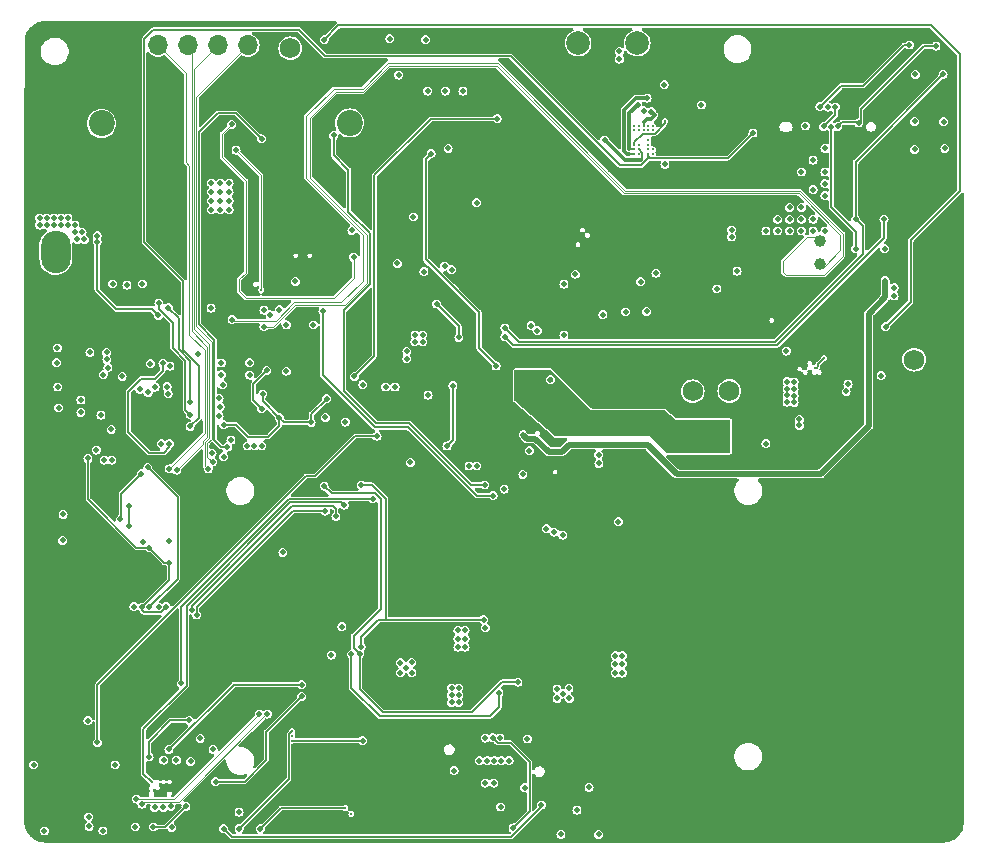
<source format=gbr>
%TF.GenerationSoftware,KiCad,Pcbnew,7.0.11-7.0.11~ubuntu22.04.1*%
%TF.CreationDate,2025-04-04T17:31:18+09:00*%
%TF.ProjectId,robot,726f626f-742e-46b6-9963-61645f706362,rev?*%
%TF.SameCoordinates,PX3938700PY9896800*%
%TF.FileFunction,Copper,L2,Inr*%
%TF.FilePolarity,Positive*%
%FSLAX46Y46*%
G04 Gerber Fmt 4.6, Leading zero omitted, Abs format (unit mm)*
G04 Created by KiCad (PCBNEW 7.0.11-7.0.11~ubuntu22.04.1) date 2025-04-04 17:31:18*
%MOMM*%
%LPD*%
G01*
G04 APERTURE LIST*
%TA.AperFunction,ComponentPad*%
%ADD10O,0.800000X1.400000*%
%TD*%
%TA.AperFunction,HeatsinkPad*%
%ADD11C,0.500000*%
%TD*%
%TA.AperFunction,ComponentPad*%
%ADD12C,1.755000*%
%TD*%
%TA.AperFunction,ComponentPad*%
%ADD13C,0.300000*%
%TD*%
%TA.AperFunction,ComponentPad*%
%ADD14C,0.400000*%
%TD*%
%TA.AperFunction,ComponentPad*%
%ADD15C,2.200000*%
%TD*%
%TA.AperFunction,ComponentPad*%
%ADD16C,2.000000*%
%TD*%
%TA.AperFunction,ComponentPad*%
%ADD17R,1.700000X1.700000*%
%TD*%
%TA.AperFunction,ComponentPad*%
%ADD18O,1.700000X1.700000*%
%TD*%
%TA.AperFunction,ComponentPad*%
%ADD19C,0.600000*%
%TD*%
%TA.AperFunction,ComponentPad*%
%ADD20O,2.500000X3.600000*%
%TD*%
%TA.AperFunction,ComponentPad*%
%ADD21O,1.700000X0.850000*%
%TD*%
%TA.AperFunction,ComponentPad*%
%ADD22O,2.000000X1.000000*%
%TD*%
%TA.AperFunction,ComponentPad*%
%ADD23O,2.200000X1.100000*%
%TD*%
%TA.AperFunction,ComponentPad*%
%ADD24C,1.000000*%
%TD*%
%TA.AperFunction,ViaPad*%
%ADD25C,0.500000*%
%TD*%
%TA.AperFunction,ViaPad*%
%ADD26C,0.250000*%
%TD*%
%TA.AperFunction,Conductor*%
%ADD27C,0.100000*%
%TD*%
%TA.AperFunction,Conductor*%
%ADD28C,0.127000*%
%TD*%
%TA.AperFunction,Conductor*%
%ADD29C,0.152400*%
%TD*%
%TA.AperFunction,Conductor*%
%ADD30C,0.200000*%
%TD*%
%TA.AperFunction,Conductor*%
%ADD31C,0.500000*%
%TD*%
%TA.AperFunction,Conductor*%
%ADD32C,0.300000*%
%TD*%
G04 APERTURE END LIST*
D10*
%TO.N,GND*%
%TO.C,J1*%
X132790000Y-91990000D03*
X132430000Y-97939998D03*
X124170000Y-97939998D03*
X123810000Y-91990000D03*
%TD*%
D11*
%TO.N,GND*%
%TO.C,Q5*%
X83627401Y-122990100D03*
X83627401Y-121990100D03*
X82627401Y-122990100D03*
X82627401Y-121990100D03*
%TD*%
D12*
%TO.N,/3V3*%
%TO.C,TP39*%
X82740000Y-92540000D03*
%TD*%
D13*
%TO.N,GND*%
%TO.C,U9*%
X91286130Y-142691529D03*
X90711130Y-143641529D03*
X90711130Y-141741529D03*
X90136130Y-142691529D03*
%TD*%
D14*
%TO.N,GND*%
%TO.C,U25*%
X125200000Y-112850000D03*
X126300000Y-112850000D03*
%TD*%
D12*
%TO.N,Net-(NT14-Pad1)*%
%TO.C,TP30*%
X116800000Y-121570495D03*
%TD*%
D15*
%TO.N,/Protection/PACK+*%
%TO.C,TP29*%
X87750000Y-98850000D03*
%TD*%
D12*
%TO.N,/1V8*%
%TO.C,TP40*%
X135550000Y-118900000D03*
%TD*%
D16*
%TO.N,Net-(D6-K)*%
%TO.C,J8*%
X107100000Y-92100000D03*
%TO.N,Net-(D9-A)*%
X112100000Y-92100000D03*
%TD*%
D11*
%TO.N,GND*%
%TO.C,Q6*%
X71317500Y-136849999D03*
X70317500Y-136849999D03*
X71317500Y-137849999D03*
X70317500Y-137849999D03*
%TD*%
D12*
%TO.N,GND*%
%TO.C,TP41*%
X124650000Y-135200000D03*
%TD*%
%TO.N,GND*%
%TO.C,TP43*%
X119350000Y-135250000D03*
%TD*%
%TO.N,Net-(NT16-Pad1)*%
%TO.C,TP34*%
X119900000Y-121550000D03*
%TD*%
%TO.N,GND*%
%TO.C,TP42*%
X63000000Y-143900000D03*
%TD*%
D17*
%TO.N,GND*%
%TO.C,J2*%
X68990000Y-92270000D03*
D18*
%TO.N,/MCU/SWCLK*%
X71530000Y-92270000D03*
%TO.N,/MCU/SWD*%
X74070000Y-92270000D03*
%TO.N,/MCU/UART_TX*%
X76610000Y-92270000D03*
%TO.N,/MCU/UART_RX*%
X79150000Y-92270000D03*
%TD*%
D14*
%TO.N,GND*%
%TO.C,U24*%
X93900000Y-157800000D03*
X95000000Y-157800000D03*
%TD*%
D19*
%TO.N,GND*%
%TO.C,U3*%
X70625400Y-122481300D03*
X70625400Y-123756300D03*
X70625400Y-125031300D03*
X71900400Y-122481300D03*
X71900400Y-123756300D03*
X71900400Y-125031300D03*
X73175400Y-122481300D03*
X73175400Y-123756300D03*
X73175400Y-125031300D03*
%TD*%
D13*
%TO.N,GND*%
%TO.C,U8*%
X104605000Y-144850000D03*
X104030000Y-145800000D03*
X104030000Y-143900000D03*
X103455000Y-144850000D03*
%TD*%
D15*
%TO.N,Net-(BT1-+)*%
%TO.C,TP28*%
X66750000Y-98900000D03*
%TD*%
D20*
%TO.N,Net-(BT1-+)*%
%TO.C,BT1*%
X62870000Y-109785000D03*
%TO.N,GND*%
X137130000Y-109785000D03*
%TD*%
D21*
%TO.N,GND*%
%TO.C,J4*%
X104010000Y-152850000D03*
D22*
X101750000Y-150050000D03*
X98250000Y-150050000D03*
D21*
X95990000Y-152850000D03*
D23*
X100000000Y-155650000D03*
%TD*%
D24*
%TO.N,Net-(U12-REG25)*%
%TO.C,TH1*%
X127605000Y-108835000D03*
%TO.N,Net-(U12-TS)*%
X127605000Y-110835000D03*
%TD*%
D25*
%TO.N,GND*%
X86000000Y-156000000D03*
X98500000Y-147000000D03*
X104795207Y-129372869D03*
X79700000Y-136700000D03*
X87050000Y-100200000D03*
D26*
X127116800Y-119160300D03*
D25*
X132500000Y-157500000D03*
X109700000Y-91550000D03*
X84495207Y-127272869D03*
X81650000Y-158450000D03*
X120000000Y-155000000D03*
X96123984Y-150426016D03*
X139000000Y-126500000D03*
X139000000Y-121000000D03*
X130000000Y-150000000D03*
X97500000Y-139000000D03*
X103995207Y-128872869D03*
X103595207Y-128172869D03*
D26*
X72487011Y-155130287D03*
D25*
X80200000Y-124750000D03*
X65750000Y-156520100D03*
X135000000Y-155000000D03*
D26*
X108290000Y-108355200D03*
D25*
X104695207Y-111572869D03*
X135500000Y-126500000D03*
X118272594Y-110972594D03*
X137500000Y-152500000D03*
X65750000Y-141000000D03*
X118400000Y-96750000D03*
X86250000Y-126250000D03*
X95795207Y-117072869D03*
X136000000Y-114000000D03*
X112450000Y-109900000D03*
X135000000Y-140000000D03*
X97500000Y-140000000D03*
X93795207Y-113372869D03*
X113450000Y-119700000D03*
X114750000Y-113550000D03*
X89000000Y-97450000D03*
X100195207Y-107372869D03*
X95200000Y-120400000D03*
X78050000Y-118300000D03*
X84100000Y-135700000D03*
D26*
X127916800Y-119160300D03*
D25*
X137500000Y-124000000D03*
X117500000Y-152500000D03*
X80900000Y-139600000D03*
X61654115Y-116207659D03*
X106750000Y-133719899D03*
X139000000Y-118000000D03*
X132500000Y-147500000D03*
X77495207Y-112872869D03*
X82350000Y-147850000D03*
X121495207Y-118372869D03*
X115000000Y-150000000D03*
X95750000Y-135500000D03*
X130000000Y-145000000D03*
X127500000Y-132500000D03*
X120000000Y-145000000D03*
X127500000Y-137500000D03*
X122197300Y-114351474D03*
X77495207Y-113772869D03*
X79500000Y-132000000D03*
X66750000Y-129650000D03*
X101000000Y-142000000D03*
X87100000Y-97150000D03*
X94295207Y-114572869D03*
X132500000Y-142500000D03*
X76650500Y-153750000D03*
X125000000Y-145000000D03*
D26*
X126716800Y-120360300D03*
X107890000Y-108755200D03*
D25*
X81900000Y-96700000D03*
X122190169Y-112875285D03*
X137500000Y-147500000D03*
D26*
X108290000Y-109155200D03*
D25*
X115050000Y-107350000D03*
X88500000Y-126000000D03*
X63350000Y-117150000D03*
X122250000Y-94900000D03*
X61400000Y-125600000D03*
X122500000Y-157500000D03*
X137500000Y-157500000D03*
X76194834Y-97191314D03*
X116450000Y-113550000D03*
X129395207Y-118172869D03*
X102995207Y-112872869D03*
X101950000Y-91600000D03*
X79250000Y-158500000D03*
X123995207Y-112372869D03*
X77200000Y-139050000D03*
X102250000Y-137500000D03*
X69188833Y-96922047D03*
X103000000Y-142000000D03*
D26*
X107890000Y-109155200D03*
D25*
X123395207Y-113472869D03*
X112500000Y-152500000D03*
X125000000Y-140000000D03*
X101500000Y-137000000D03*
D26*
X87900000Y-156850000D03*
D25*
X98900000Y-122300000D03*
X83795207Y-132572869D03*
X122000000Y-106500000D03*
X121495207Y-119272869D03*
X93695207Y-114172869D03*
X88000000Y-95450000D03*
X96000000Y-139000000D03*
X108250000Y-96350000D03*
X125000000Y-155000000D03*
X139000000Y-114000000D03*
X72750000Y-105300000D03*
X117500000Y-147500000D03*
X76495207Y-116372869D03*
X98800000Y-120800000D03*
X99500000Y-145000000D03*
X95395207Y-107972869D03*
D26*
X79277166Y-113006276D03*
D25*
X77080828Y-117538072D03*
D26*
X105943892Y-127256831D03*
D25*
X81850000Y-151400000D03*
X109650000Y-121650000D03*
X122195207Y-115472869D03*
X87500000Y-147825700D03*
X86750000Y-129500000D03*
D26*
X83700000Y-150350000D03*
D25*
X122350000Y-96200000D03*
X137500000Y-129000000D03*
X129689038Y-93191684D03*
X115611892Y-113558831D03*
X122500000Y-147500000D03*
X118350000Y-94000000D03*
X97500000Y-144500000D03*
X100750000Y-136750000D03*
X89500000Y-126000000D03*
X116500000Y-96750000D03*
X135000000Y-150000000D03*
X100395207Y-111572869D03*
X117500000Y-157500000D03*
D26*
X106343892Y-127256831D03*
D25*
X128995207Y-118772869D03*
X95142193Y-117113204D03*
X87750000Y-100450000D03*
X87250000Y-125250000D03*
X135000000Y-135000000D03*
X94995207Y-113072869D03*
X86750000Y-128250000D03*
X101295207Y-112972869D03*
X86100000Y-103350000D03*
X98000000Y-135500000D03*
X101595207Y-111572869D03*
X79450000Y-155300000D03*
X115000000Y-155000000D03*
D26*
X79774395Y-112003884D03*
D25*
X66000000Y-136000000D03*
D26*
X104743892Y-127656831D03*
D25*
X122500000Y-142500000D03*
X88000000Y-156000000D03*
X68400000Y-105300000D03*
X67950000Y-117200000D03*
X102500000Y-130750000D03*
X127500000Y-157500000D03*
X103500000Y-137750000D03*
X111200000Y-119700000D03*
X105595207Y-150872869D03*
X132500000Y-137500000D03*
X137500000Y-132500000D03*
X102250000Y-133000000D03*
X103500000Y-148000000D03*
D26*
X71988800Y-155629400D03*
X105143892Y-127256831D03*
D25*
X130000000Y-155000000D03*
X88750000Y-153250000D03*
X130000000Y-140000000D03*
X104750000Y-120600000D03*
X120000000Y-140000000D03*
X89250000Y-145250000D03*
X135000000Y-145000000D03*
X100750000Y-137500000D03*
X84850000Y-96500000D03*
D26*
X105543892Y-127256831D03*
D25*
X64900000Y-114700000D03*
X104595207Y-112872869D03*
X130800000Y-96900000D03*
X103000000Y-141000000D03*
X104650000Y-106075500D03*
X110000000Y-150000000D03*
X115000000Y-145000000D03*
X94295207Y-113772869D03*
X93695207Y-114972869D03*
X69600000Y-113000000D03*
X62250000Y-148750000D03*
X110000000Y-155000000D03*
X68295207Y-127872869D03*
X99395207Y-111572869D03*
X101000000Y-141000000D03*
X112300000Y-122000000D03*
D26*
X107490000Y-109155200D03*
D25*
X87200000Y-103450000D03*
X103395207Y-128772869D03*
X130000000Y-135000000D03*
X115600000Y-112850000D03*
X127500000Y-152500000D03*
X98395207Y-107372869D03*
X127500000Y-147500000D03*
X90750000Y-145250000D03*
X83750000Y-141500000D03*
X79350000Y-151350000D03*
X127500000Y-142500000D03*
X115650000Y-114350000D03*
X82500000Y-144750000D03*
X132500000Y-152500000D03*
X109000000Y-119150000D03*
X93400000Y-139550000D03*
X102995207Y-111572869D03*
X65750000Y-155250000D03*
X112500000Y-157500000D03*
X112749836Y-115717597D03*
X117620977Y-108124417D03*
X93350000Y-103550000D03*
X63400000Y-114700000D03*
X120000000Y-150000000D03*
D26*
X107490000Y-108755200D03*
D25*
X64500000Y-152000000D03*
D26*
X106743892Y-127256831D03*
X126316800Y-120360300D03*
X104343892Y-127656831D03*
X104743892Y-128056831D03*
D25*
X75650000Y-133350000D03*
X78250000Y-145750000D03*
X67750000Y-116500000D03*
X67500000Y-146000000D03*
X92750000Y-95950000D03*
X103500000Y-139250000D03*
X100000000Y-123650000D03*
X137500000Y-142500000D03*
X85100000Y-147900000D03*
X100000000Y-132750000D03*
X69176938Y-103030493D03*
D26*
X127916800Y-120360300D03*
X83300000Y-150350000D03*
D25*
X82695207Y-129472869D03*
X75250000Y-142700000D03*
D26*
X72988800Y-155629400D03*
D25*
X107750000Y-116550000D03*
X125000000Y-150000000D03*
D26*
X105143892Y-127656831D03*
D25*
X87500000Y-132950000D03*
X71800000Y-99150000D03*
X77201196Y-110061191D03*
X97255207Y-108482869D03*
X60750000Y-158250000D03*
X132500000Y-132500000D03*
X70750000Y-143500000D03*
X137500000Y-137500000D03*
D26*
X108290000Y-108755200D03*
D25*
X84795207Y-126172869D03*
%TO.N,/SYS*%
X93951937Y-117397344D03*
X102715207Y-121407869D03*
X102095207Y-120162869D03*
X96400000Y-147300000D03*
X102115207Y-120832869D03*
X93300000Y-116800000D03*
X118800000Y-125025000D03*
X119400000Y-125035000D03*
X118800000Y-125590000D03*
X102715207Y-121972869D03*
X102115207Y-121397869D03*
X96400000Y-146700000D03*
X93931339Y-116803433D03*
X93279067Y-117380179D03*
X118800000Y-124425000D03*
X119400000Y-126165000D03*
X97000000Y-146700000D03*
X102695207Y-120172869D03*
X102715207Y-120842869D03*
X97000000Y-147300000D03*
X118800000Y-126155000D03*
X102115207Y-121962869D03*
X97000000Y-147900000D03*
X119400000Y-124435000D03*
X119400000Y-125600000D03*
X96400000Y-147900000D03*
%TO.N,/3V3*%
X61900000Y-158800000D03*
X92600000Y-118200000D03*
X86200000Y-143900000D03*
X90075000Y-125375000D03*
X133850000Y-112800000D03*
X66400000Y-151300000D03*
X77760000Y-98970000D03*
X92600000Y-118800000D03*
X88100000Y-110200000D03*
X105900000Y-116800000D03*
X94400000Y-121900000D03*
X133850000Y-113500000D03*
%TO.N,Net-(BT1-+)*%
X62100000Y-107500000D03*
X76807903Y-103947614D03*
X76057903Y-105447614D03*
X65100000Y-108100000D03*
X63300000Y-107500000D03*
X62700000Y-107500000D03*
X63900000Y-107500000D03*
X64500000Y-107500000D03*
X77557903Y-105447614D03*
X64700000Y-108700000D03*
X62700000Y-106900000D03*
X62100000Y-106900000D03*
X64500000Y-108100000D03*
X61500000Y-106900000D03*
X76807903Y-105447614D03*
X77557903Y-106197614D03*
X61500000Y-107500000D03*
X76807903Y-106197614D03*
X76057903Y-104697614D03*
X77557903Y-103947614D03*
X77557903Y-104697614D03*
X76807903Y-104697614D03*
X65300000Y-108700000D03*
X76057903Y-106197614D03*
X63300000Y-106900000D03*
X63900000Y-106900000D03*
X76057903Y-103947614D03*
%TO.N,Net-(U3-VREG_VOUT)*%
X72500000Y-126000000D03*
X71942892Y-119191401D03*
%TO.N,/USB-PD-ExtChg/VBUS_EXT*%
X128000000Y-101000000D03*
X127000000Y-102000000D03*
X127000000Y-104500000D03*
X126000000Y-103000000D03*
X126000000Y-106000000D03*
X124000000Y-107000000D03*
X124000000Y-108000000D03*
X125000000Y-108000000D03*
X128000000Y-105000000D03*
X125000000Y-106000000D03*
X126000000Y-107000000D03*
X123000000Y-108000000D03*
X125000000Y-107000000D03*
X128000000Y-108000000D03*
X127000000Y-108000000D03*
X128000000Y-104000000D03*
X128000000Y-103000000D03*
X126000000Y-108000000D03*
X127000000Y-107000000D03*
%TO.N,/MCU/GPIO28_ADC2*%
X76709807Y-122172869D03*
%TO.N,/MCU/GPIO27_ADC1*%
X76795207Y-122872869D03*
X88874300Y-121000000D03*
%TO.N,/MCU/GPIO26_ADC0*%
X76709807Y-123672869D03*
X87395207Y-124172869D03*
%TO.N,Net-(U6-BST1)*%
X108846892Y-126958831D03*
%TO.N,Net-(U6-BST2)*%
X108856892Y-127672869D03*
%TO.N,Net-(J4-CC2)*%
X72000000Y-152800000D03*
X77100000Y-158600497D03*
X104000000Y-156600000D03*
X73087000Y-152800000D03*
%TO.N,Net-(J4-CC1)*%
X74189554Y-149432625D03*
X99250000Y-150930000D03*
X70775727Y-152530457D03*
%TO.N,/LDOs/SYS*%
X125395207Y-121372869D03*
X125395207Y-120772869D03*
X124795207Y-120762869D03*
X125395207Y-121937869D03*
X125395207Y-122502869D03*
X124795207Y-122492869D03*
X124795207Y-121927869D03*
X124795207Y-121362869D03*
%TO.N,Net-(U11-VBUS)*%
X76200000Y-151900000D03*
%TO.N,Net-(U11-VDD1P8)*%
X74300000Y-152900000D03*
%TO.N,Net-(U12-REG25)*%
X77800000Y-115500000D03*
%TO.N,Net-(U12-TS)*%
X80500000Y-116100000D03*
%TO.N,Net-(U12-BAT)*%
X76025207Y-114531510D03*
%TO.N,Net-(C84-Pad1)*%
X125821416Y-123956585D03*
X125829121Y-124465163D03*
X132750000Y-120250000D03*
%TO.N,Net-(U12-PACKP)*%
X81795207Y-114672869D03*
X84695207Y-115946838D03*
%TO.N,Net-(U13-BST)*%
X95126600Y-114172400D03*
X97000000Y-117000000D03*
%TO.N,/MOTORS/OUT_P1*%
X110250000Y-144675000D03*
X110850000Y-145425000D03*
X110250000Y-143950000D03*
X110250000Y-145425000D03*
X110850000Y-143950000D03*
X110850000Y-144650000D03*
%TO.N,/MOTORS/OUT_P2*%
X97523682Y-141806065D03*
X97523682Y-142506065D03*
X96923682Y-142506065D03*
X96923682Y-143231065D03*
X96923682Y-141806065D03*
X97523682Y-143231065D03*
%TO.N,/MOTORS/OUT_N1*%
X106325000Y-146725000D03*
X105325000Y-147575000D03*
X106350000Y-147575000D03*
X105325000Y-146775000D03*
X105850000Y-147175000D03*
%TO.N,/MOTORS/OUT_N2*%
X92048682Y-144556065D03*
X92998682Y-144531065D03*
X92048682Y-145406065D03*
X93023682Y-145406065D03*
X92548682Y-145006065D03*
%TO.N,/MOTORS/ENC_11*%
X104400000Y-133200000D03*
X72500000Y-134250000D03*
%TO.N,/MOTORS/ENC_21*%
X69500000Y-139800000D03*
X74810291Y-140510008D03*
X85700000Y-131725700D03*
%TO.N,/MOTORS/ENC_12*%
X70300000Y-134300000D03*
X105100000Y-133500000D03*
%TO.N,/MOTORS/ENC_22*%
X86600000Y-132153085D03*
X74399500Y-140073369D03*
X71594499Y-139847147D03*
%TO.N,/DP2*%
X128483978Y-99203673D03*
X130600000Y-109500000D03*
X128282051Y-97513897D03*
%TO.N,/DN2*%
X133050000Y-109500000D03*
X128881474Y-97504087D03*
X127886507Y-99154363D03*
%TO.N,/SDA_SL*%
X73500000Y-146300000D03*
X89725000Y-130675000D03*
%TO.N,/SCL_SL*%
X87300000Y-131200000D03*
D26*
X70988800Y-154629400D03*
%TO.N,/I2C0_SDA*%
X113450000Y-101090000D03*
D25*
X88752838Y-129517612D03*
X63050000Y-121200000D03*
X88735630Y-143200000D03*
X67295207Y-119572869D03*
X81025472Y-115100812D03*
X99100000Y-140900000D03*
X103650000Y-116450000D03*
D26*
%TO.N,/I2C0_SCL*%
X113450000Y-101490000D03*
D25*
X102000000Y-146200000D03*
X63125000Y-122975000D03*
X80500000Y-114700000D03*
X103117036Y-116017036D03*
X88600000Y-143800000D03*
X85600000Y-129592869D03*
X66895207Y-120172869D03*
%TO.N,Net-(J4-SBU1)*%
X100547407Y-156764356D03*
X69600000Y-158450000D03*
X102800000Y-151000498D03*
%TO.N,/ADC0*%
X105900000Y-112500000D03*
X85695207Y-123772869D03*
%TO.N,/GPIO4*%
X109195207Y-115072869D03*
X66695207Y-123580116D03*
%TO.N,Net-(J4-SBU2)*%
X99250000Y-154750000D03*
X96600000Y-153700000D03*
X78400000Y-157200000D03*
%TO.N,/BoostRegulator/1V8*%
X133100000Y-112200000D03*
X102851634Y-125572235D03*
X102455221Y-125249851D03*
X133100000Y-112800000D03*
%TO.N,Net-(Q2-GATE1)*%
X83154400Y-112275300D03*
%TO.N,Net-(Q2-GATE2)*%
X82392400Y-115958300D03*
%TO.N,/GPIO10*%
X99249500Y-141594026D03*
X67000000Y-127400000D03*
X82100000Y-135200000D03*
%TO.N,/GPIO11*%
X87100000Y-141500000D03*
X67600000Y-127400000D03*
D26*
%TO.N,/USB-PD-PhonePC/GPIO5*%
X82900000Y-150750000D03*
D25*
X71250000Y-156800000D03*
%TO.N,/USB-PD-PhonePC/DP_EXT*%
X99857490Y-150907490D03*
X135600000Y-101100000D03*
X101592538Y-158535523D03*
X107000000Y-157025000D03*
%TO.N,/I2C1_SDA*%
X95795207Y-110972869D03*
X67197354Y-118875016D03*
X65700000Y-158400000D03*
X65000000Y-122299316D03*
X62950000Y-119150000D03*
%TO.N,/I2C1_SCL*%
X65670600Y-157600000D03*
X63000000Y-117900000D03*
X96395207Y-111272869D03*
X67195207Y-118272869D03*
X65001016Y-123351016D03*
%TO.N,/GPIO7*%
X67900000Y-153200000D03*
X65600000Y-149450000D03*
%TO.N,/USB-PD-PhonePC/GPIO0*%
X73900000Y-156713000D03*
X71150000Y-158450000D03*
%TO.N,/GPIO6*%
X70000000Y-121400000D03*
X91788599Y-110732199D03*
%TO.N,Net-(Q5-3Y)*%
X82395207Y-119872869D03*
%TO.N,Net-(U3-USB_DP)*%
X72295207Y-121172869D03*
X76895207Y-119172869D03*
%TO.N,Net-(U3-USB_DM)*%
X72395207Y-121772869D03*
X76895207Y-120172869D03*
%TO.N,/MCU/SWD*%
X73120000Y-128250000D03*
%TO.N,/MCU/SWCLK*%
X72470000Y-128140000D03*
%TO.N,/GPIO9*%
X66300000Y-126550000D03*
D26*
X113050000Y-101090000D03*
D25*
%TO.N,/MCU/QSPI_SD0*%
X70200000Y-112475000D03*
X70695207Y-121672869D03*
%TO.N,/MCU/QSPI_SCLK*%
X70884400Y-119235100D03*
X68900000Y-112575000D03*
%TO.N,/MCU/QSPI_SD3*%
X71290800Y-121216300D03*
X67679593Y-112475000D03*
%TO.N,/GPIO5*%
X98500000Y-105600000D03*
X65769507Y-118275000D03*
%TO.N,Net-(U4-VINA_S)*%
X106861400Y-111657800D03*
%TO.N,/GPIO13*%
X69050000Y-131300000D03*
X69050000Y-133000000D03*
%TO.N,/GPIO14*%
X68350000Y-132400000D03*
X70119200Y-128537800D03*
%TO.N,/GPIO15*%
X70669200Y-128012800D03*
X70775000Y-139875000D03*
%TO.N,/GPIO8*%
X72500000Y-136100000D03*
X70775000Y-134800000D03*
X65600000Y-127250000D03*
X70151016Y-139851016D03*
X72200000Y-139800000D03*
%TO.N,Net-(U5-EN)*%
X96000000Y-126200000D03*
X96500000Y-121100000D03*
%TO.N,Net-(U5-A2)*%
X102417392Y-128600000D03*
X98517892Y-127891831D03*
%TO.N,Net-(U5-A1)*%
X97867892Y-127891831D03*
X102971106Y-126600000D03*
%TO.N,/USB-PD-PhonePC/DN_EXT_PR*%
X108850000Y-159075000D03*
X66871399Y-158787000D03*
%TO.N,/USB-PD-PhonePC/DP_EXT_PR*%
X105650000Y-159075000D03*
%TO.N,/PowerMux/FLAG*%
X111130900Y-114843000D03*
%TO.N,/VRect*%
X100250000Y-98500000D03*
X88150500Y-120307155D03*
%TO.N,/MCU/ADC3*%
X80300000Y-123050000D03*
X80744707Y-119800000D03*
%TO.N,/USB-PD-PhonePC/DN_EXT*%
X138150000Y-101000000D03*
X102575000Y-155125000D03*
X100484425Y-150915575D03*
X108025000Y-155100000D03*
X99950000Y-154750000D03*
%TO.N,/USB-PD-PhonePC/GPIO4*%
X75102449Y-150947551D03*
X71988800Y-156800000D03*
%TO.N,/USB-PD-PhonePC/VBUS_Phone*%
X100000000Y-152850000D03*
X100600000Y-152850000D03*
X99400000Y-152850000D03*
X98750000Y-152850000D03*
X101250000Y-152850000D03*
%TO.N,Net-(U13-STAT)*%
X91910000Y-94800000D03*
X94050000Y-111450000D03*
%TO.N,Net-(U16-ON)*%
X80200000Y-158607600D03*
D26*
X87400000Y-156850000D03*
D25*
%TO.N,/MCU/D-*%
X79300000Y-120200000D03*
X133000000Y-107000000D03*
X135650000Y-94750000D03*
X100900000Y-116950000D03*
%TO.N,/USB-PD-PhonePC/DN_Switched*%
X69700000Y-156090000D03*
X80100000Y-148900000D03*
X138050000Y-98750000D03*
%TO.N,/USB-PD-PhonePC/DP2_Switched*%
X70171217Y-156528900D03*
X135592036Y-98707964D03*
X80800000Y-148900000D03*
%TO.N,/MCU/D+*%
X100900000Y-116200000D03*
X138000000Y-94750000D03*
X79300000Y-119150000D03*
X130600000Y-107000000D03*
%TO.N,/USB-PD-PhonePC/GPIO3*%
X72600000Y-156713000D03*
%TO.N,/USB-PD-PhonePC/GPIO1*%
X72700000Y-158500000D03*
%TO.N,/USB-PD-ExtChg/CC1*%
X120562392Y-111400000D03*
X129081428Y-99154103D03*
X130866000Y-98849502D03*
X137400000Y-92350000D03*
%TO.N,/USB-PD-ExtChg/CC2*%
X127580195Y-97475654D03*
X135150000Y-92250000D03*
X118850000Y-112900000D03*
X126350000Y-99100000D03*
%TO.N,/MCU/3V3*%
X80295207Y-126197869D03*
X71800000Y-126000000D03*
X68500000Y-120300000D03*
X74954324Y-118414139D03*
X91600000Y-121200000D03*
X67569200Y-124787800D03*
X79695207Y-126197869D03*
X66381433Y-108383716D03*
X90800000Y-121200000D03*
X66381433Y-108900000D03*
X76995207Y-121027569D03*
X71567845Y-115132155D03*
X72535319Y-119437981D03*
X79095207Y-126197869D03*
%TO.N,/MOTORS/VIO*%
X87911130Y-143841529D03*
X100400000Y-147100000D03*
%TO.N,Net-(U17-VIN)*%
X88850000Y-151150000D03*
D26*
X82900000Y-151150000D03*
D25*
%TO.N,/MOTORS/ENC_VCC*%
X105800000Y-133750000D03*
X92900000Y-127600000D03*
%TO.N,Net-(U14-EN1)*%
X124730000Y-118170000D03*
%TO.N,/MCU/UART_TX*%
X75780000Y-128150000D03*
%TO.N,/MCU/UART_RX*%
X76150000Y-127550000D03*
%TO.N,/MCU/GPIO22*%
X84500000Y-124200000D03*
X85800000Y-122200000D03*
X81800000Y-123800000D03*
X80400000Y-121800000D03*
X77100000Y-124400000D03*
%TO.N,/MCU/UART_CTS*%
X63450000Y-134200000D03*
X76110000Y-126830000D03*
D26*
%TO.N,Net-(U1-NTC)*%
X111850000Y-100690000D03*
X114450000Y-98700000D03*
D25*
%TO.N,/MCU/UART_RTS*%
X77100000Y-127100000D03*
X63500000Y-132000000D03*
D26*
%TO.N,Net-(D11-K)*%
X112250000Y-100690000D03*
D25*
X114388450Y-95622950D03*
%TO.N,/MCU/GPIO25*%
X72400000Y-114500000D03*
X74250000Y-122500000D03*
%TO.N,/GPIO20*%
X77400000Y-126300000D03*
X80300000Y-100200000D03*
%TO.N,Net-(U14-ENLDO)*%
X123000000Y-126000000D03*
%TO.N,Net-(U17-MODE)*%
X78400000Y-158607600D03*
D26*
X82900000Y-150350000D03*
D25*
X61000000Y-153200000D03*
%TO.N,/Protection/RC2*%
X78140000Y-101150000D03*
D26*
X80274405Y-113003301D03*
D25*
%TO.N,Net-(U14-RSET_LDO)*%
X129950000Y-120950000D03*
%TO.N,Net-(U14-SBB2)*%
X129795207Y-121572869D03*
D26*
%TO.N,Net-(D2-A)*%
X127916800Y-118760300D03*
D25*
X133145403Y-116107311D03*
X85600000Y-91800000D03*
D26*
X127116800Y-119560300D03*
D25*
%TO.N,Net-(D5-A)*%
X91160000Y-91720000D03*
X112900000Y-114800000D03*
%TO.N,/LED_EN*%
X77700000Y-125700000D03*
X96100000Y-101000000D03*
%TO.N,Net-(IC1-ON)*%
X86400000Y-99900000D03*
X100840261Y-129846453D03*
X99200000Y-129500000D03*
%TO.N,Net-(U18-ISENP)*%
X112400000Y-112300000D03*
X120100000Y-108500000D03*
%TO.N,Net-(U18-VCC)*%
X120100000Y-107900497D03*
X113695207Y-111572869D03*
%TO.N,Net-(D1-A)*%
X94200000Y-91800000D03*
X100150000Y-119422369D03*
X94650000Y-101450000D03*
%TO.N,Net-(SW1-B)*%
X99900000Y-130400000D03*
X85500000Y-114800000D03*
%TO.N,Net-(NT6-Pad2)*%
X93150000Y-106800000D03*
X87942510Y-107957490D03*
%TO.N,Net-(NT16-Pad1)*%
X110500000Y-132600000D03*
%TO.N,Net-(U11-SYS)*%
X83700000Y-147400000D03*
X76400000Y-154629400D03*
D26*
%TO.N,/USB-PD-PhonePC/VBUS_Phone_PS*%
X87900000Y-157350000D03*
D25*
%TO.N,/USB-PD-PhonePC/VCIN*%
X83700000Y-146400000D03*
X72450000Y-151900000D03*
%TO.N,Net-(D4-K)*%
X110600000Y-93450000D03*
D26*
X113450000Y-99490000D03*
X113050000Y-99490000D03*
X113450000Y-99090000D03*
X113050000Y-99090000D03*
D25*
X110600000Y-92800000D03*
%TO.N,Net-(U1-COMA1)*%
X112155468Y-97300933D03*
D26*
X111850000Y-101090000D03*
%TO.N,Net-(U1-COMB1)*%
X111850000Y-101490000D03*
D25*
X112949500Y-96752671D03*
D26*
%TO.N,Net-(U1-COMA2)*%
X112250000Y-101090000D03*
D25*
X109350000Y-100300000D03*
D26*
%TO.N,Net-(D6-K)*%
X112250000Y-99090000D03*
X111850000Y-99090000D03*
X111850000Y-99490000D03*
X112250000Y-99490000D03*
%TO.N,Net-(U1-COMB2)*%
X112250000Y-101490000D03*
%TO.N,Net-(U1-BOOT2)*%
X112650000Y-99490000D03*
%TO.N,/Wireless-Receiver/VAA*%
X113050000Y-100290000D03*
D25*
X117525000Y-97325000D03*
%TO.N,/Wireless-Receiver/VDD*%
X114450000Y-102350000D03*
D26*
X113050000Y-100690000D03*
D25*
%TO.N,Net-(U1-BOOT1)*%
X113300000Y-97900000D03*
D26*
X112650000Y-99090000D03*
%TO.N,/GPIO23*%
X113050000Y-101490000D03*
D25*
X74250000Y-124550000D03*
X121900000Y-99700000D03*
%TO.N,/Wireless-Receiver/IEXT*%
X112650000Y-97800000D03*
X94350000Y-96150000D03*
X95850000Y-96150000D03*
X97350000Y-96150000D03*
%TO.N,/MCU/GPIO24*%
X74250000Y-123550000D03*
X71600000Y-114100000D03*
%TD*%
D27*
%TO.N,/3V3*%
X77760000Y-98970000D02*
X76940000Y-99790000D01*
D28*
X88225000Y-125375000D02*
X90075000Y-125375000D01*
D27*
X76940000Y-101720000D02*
X78980000Y-103760000D01*
X88100000Y-112000000D02*
X88100000Y-110200000D01*
D28*
X84839700Y-128760300D02*
X88225000Y-125375000D01*
D27*
X76940000Y-99790000D02*
X76940000Y-101720000D01*
D28*
X66400000Y-151300000D02*
X66400000Y-146400000D01*
D27*
X86450000Y-113650000D02*
X88100000Y-112000000D01*
D28*
X84039700Y-128760300D02*
X84839700Y-128760300D01*
D27*
X78980000Y-111520000D02*
X78400000Y-112100000D01*
X78950000Y-113650000D02*
X86450000Y-113650000D01*
D28*
X66400000Y-146400000D02*
X84039700Y-128760300D01*
D27*
X78400000Y-112100000D02*
X78400000Y-113100000D01*
X78400000Y-113100000D02*
X78950000Y-113650000D01*
X78980000Y-103760000D02*
X78980000Y-111520000D01*
D29*
%TO.N,Net-(U3-VREG_VOUT)*%
X69000000Y-125000000D02*
X69000000Y-121600000D01*
X72500000Y-126300000D02*
X72000000Y-126800000D01*
X70100000Y-120500000D02*
X71300000Y-120500000D01*
X72000000Y-126800000D02*
X70800000Y-126800000D01*
X69000000Y-121600000D02*
X70100000Y-120500000D01*
X70800000Y-126800000D02*
X69000000Y-125000000D01*
X71942892Y-119857108D02*
X71942892Y-119191401D01*
X72500000Y-126000000D02*
X72500000Y-126300000D01*
X71300000Y-120500000D02*
X71942892Y-119857108D01*
%TO.N,Net-(J4-CC2)*%
X104000000Y-156600000D02*
X104000000Y-156730799D01*
X104000000Y-156730799D02*
X101430799Y-159300000D01*
X101430799Y-159300000D02*
X77799503Y-159300000D01*
X77799503Y-159300000D02*
X77100000Y-158600497D01*
%TO.N,Net-(J4-CC1)*%
X72581299Y-149432625D02*
X74189554Y-149432625D01*
X70775727Y-151238197D02*
X72581299Y-149432625D01*
X70775727Y-152530457D02*
X70775727Y-151238197D01*
D27*
%TO.N,Net-(U12-REG25)*%
X84100000Y-98250000D02*
X86400000Y-95950000D01*
X84100000Y-103550000D02*
X84100000Y-98250000D01*
X126512201Y-108515000D02*
X127905000Y-108515000D01*
X88850000Y-108300000D02*
X84100000Y-103550000D01*
X100300000Y-93800000D02*
X111100000Y-104600000D01*
X125882842Y-104600000D02*
X129500000Y-108217158D01*
X87050000Y-114050000D02*
X88850000Y-112250000D01*
X111100000Y-104600000D02*
X125882842Y-104600000D01*
X124467986Y-111480587D02*
X124467986Y-110559215D01*
X88850000Y-112250000D02*
X88850000Y-108300000D01*
X88850000Y-95950000D02*
X91000000Y-93800000D01*
X91000000Y-93800000D02*
X100300000Y-93800000D01*
X77900000Y-115600000D02*
X81500000Y-115600000D01*
X77800000Y-115500000D02*
X77900000Y-115600000D01*
X129500000Y-108217158D02*
X129500000Y-110150000D01*
X86400000Y-95950000D02*
X88850000Y-95950000D01*
X129500000Y-110150000D02*
X127935099Y-111714901D01*
X127935099Y-111714901D02*
X124702300Y-111714901D01*
X124702300Y-111714901D02*
X124467986Y-111480587D01*
X83050000Y-114050000D02*
X87050000Y-114050000D01*
X124467986Y-110559215D02*
X126512201Y-108515000D01*
X81500000Y-115600000D02*
X83050000Y-114050000D01*
%TO.N,Net-(U12-TS)*%
X89200000Y-108300000D02*
X84400000Y-103500000D01*
X129300000Y-108300000D02*
X129300000Y-109620000D01*
X129300000Y-109620000D02*
X127905000Y-111015000D01*
X80500000Y-116100000D02*
X81300000Y-116100000D01*
X81300000Y-116100000D02*
X83150000Y-114250000D01*
X83150000Y-114250000D02*
X87350000Y-114250000D01*
X100200000Y-94000000D02*
X111000000Y-104800000D01*
X84400000Y-103500000D02*
X84400000Y-98400000D01*
X86600000Y-96200000D02*
X88882842Y-96200000D01*
X111000000Y-104800000D02*
X125800000Y-104800000D01*
X89200000Y-112400000D02*
X89200000Y-108300000D01*
X88882842Y-96200000D02*
X91082842Y-94000000D01*
X87350000Y-114250000D02*
X89200000Y-112400000D01*
X125800000Y-104800000D02*
X129300000Y-108300000D01*
X84400000Y-98400000D02*
X86600000Y-96200000D01*
X91082842Y-94000000D02*
X100200000Y-94000000D01*
D30*
%TO.N,Net-(U13-BST)*%
X97000000Y-116045800D02*
X95126600Y-114172400D01*
X97000000Y-117000000D02*
X97000000Y-116045800D01*
D29*
%TO.N,/MOTORS/ENC_21*%
X74825700Y-140249907D02*
X74810291Y-140265316D01*
X85674300Y-131700000D02*
X82950000Y-131700000D01*
X82950000Y-131700000D02*
X74825700Y-139824300D01*
X74810291Y-140265316D02*
X74810291Y-140510008D01*
X74825700Y-139824300D02*
X74825700Y-140249907D01*
X85700000Y-131725700D02*
X85674300Y-131700000D01*
%TO.N,/MOTORS/ENC_22*%
X74399500Y-139750500D02*
X74399500Y-140073369D01*
X82850000Y-131300000D02*
X74399500Y-139750500D01*
X86600000Y-132153085D02*
X86600000Y-131552738D01*
X86600000Y-131552738D02*
X86347262Y-131300000D01*
X86347262Y-131300000D02*
X82850000Y-131300000D01*
D30*
%TO.N,/DP2*%
X128483978Y-99203673D02*
X128550000Y-99269695D01*
X128550000Y-99269695D02*
X128550000Y-106000000D01*
X130600000Y-108050000D02*
X130600000Y-109500000D01*
X128550000Y-106000000D02*
X130600000Y-108050000D01*
%TO.N,/DN2*%
X127886507Y-99154363D02*
X128881474Y-98159396D01*
X128881474Y-98159396D02*
X128881474Y-97504087D01*
D28*
%TO.N,/SDA_SL*%
X73500000Y-139800000D02*
X82625000Y-130675000D01*
X82625000Y-130675000D02*
X89725000Y-130675000D01*
X73500000Y-146300000D02*
X73500000Y-139800000D01*
D30*
%TO.N,/SCL_SL*%
X87038500Y-130938500D02*
X82734146Y-130938500D01*
X87300000Y-131200000D02*
X87038500Y-130938500D01*
X70300000Y-150136397D02*
X70300000Y-153940387D01*
X73950000Y-146486397D02*
X70300000Y-150136397D01*
X82734146Y-130938500D02*
X73950000Y-139722646D01*
X70300000Y-153940387D02*
X70985477Y-154625864D01*
X73950000Y-139722646D02*
X73950000Y-146486397D01*
%TO.N,/I2C0_SDA*%
X90800000Y-130689339D02*
X90800000Y-140900000D01*
X90800000Y-140900000D02*
X90200000Y-140900000D01*
X89628273Y-129517612D02*
X90800000Y-130689339D01*
X90200000Y-140900000D02*
X88735630Y-142364370D01*
X88752838Y-129517612D02*
X89628273Y-129517612D01*
X88735630Y-142364370D02*
X88735630Y-143200000D01*
X99100000Y-140900000D02*
X90800000Y-140900000D01*
%TO.N,/I2C0_SCL*%
X88100000Y-142300000D02*
X88100000Y-143300000D01*
X88100000Y-143300000D02*
X88600000Y-143800000D01*
X90400000Y-140000000D02*
X88100000Y-142300000D01*
X86232131Y-130225000D02*
X89911397Y-130225000D01*
X85600000Y-129592869D02*
X86232131Y-130225000D01*
X98100000Y-148763603D02*
X90563603Y-148763603D01*
X102000000Y-146200000D02*
X100663603Y-146200000D01*
X89911397Y-130225000D02*
X90400000Y-130713603D01*
X88600000Y-146800000D02*
X88600000Y-143800000D01*
X100663603Y-146200000D02*
X98100000Y-148763603D01*
X90400000Y-130713603D02*
X90400000Y-140000000D01*
X90563603Y-148763603D02*
X88600000Y-146800000D01*
D31*
%TO.N,/BoostRegulator/1V8*%
X131700000Y-124500000D02*
X127626200Y-128573800D01*
X113000000Y-126100000D02*
X106300000Y-126100000D01*
X127626200Y-128573800D02*
X115473800Y-128573800D01*
X106300000Y-126100000D02*
X105700000Y-126700000D01*
X102777605Y-125572235D02*
X102455221Y-125249851D01*
X105700000Y-126700000D02*
X104600000Y-126700000D01*
X104600000Y-126700000D02*
X103472235Y-125572235D01*
X133100000Y-113600000D02*
X131700000Y-115000000D01*
X103472235Y-125572235D02*
X102851634Y-125572235D01*
X131700000Y-115000000D02*
X131700000Y-124500000D01*
X133100000Y-112200000D02*
X133100000Y-113600000D01*
X115473800Y-128573800D02*
X113000000Y-126100000D01*
D28*
%TO.N,/USB-PD-PhonePC/DP_EXT*%
X100279075Y-151329075D02*
X101379075Y-151329075D01*
X102996500Y-152946500D02*
X102996500Y-157116956D01*
X101379075Y-151329075D02*
X102996500Y-152946500D01*
X99857490Y-150907490D02*
X100279075Y-151329075D01*
X102996500Y-157116956D02*
X101575423Y-158538033D01*
%TO.N,/USB-PD-PhonePC/GPIO0*%
X71150000Y-158450000D02*
X72163000Y-158450000D01*
X72163000Y-158450000D02*
X73900000Y-156713000D01*
D27*
%TO.N,/MCU/SWD*%
X75310000Y-125799251D02*
X75682807Y-125426444D01*
X75682807Y-121747470D02*
X75686500Y-121743777D01*
X73120000Y-128250000D02*
X75310000Y-126060000D01*
X74386500Y-92586500D02*
X74070000Y-92270000D01*
X75682807Y-125426444D02*
X75682807Y-121747470D01*
X75686500Y-117786500D02*
X74386500Y-116486500D01*
X75686500Y-121743777D02*
X75686500Y-117786500D01*
X74386500Y-116486500D02*
X74386500Y-92586500D01*
X75310000Y-126060000D02*
X75310000Y-125799251D01*
%TO.N,/MCU/SWCLK*%
X75486500Y-121660934D02*
X75486500Y-118086500D01*
X73890000Y-102180000D02*
X73890000Y-94630000D01*
X72470000Y-128140000D02*
X75482807Y-125127193D01*
X75482807Y-125127193D02*
X75482807Y-121664627D01*
X73890000Y-94630000D02*
X71530000Y-92270000D01*
X74186500Y-102476500D02*
X73890000Y-102180000D01*
X74186500Y-116786500D02*
X74186500Y-102476500D01*
X75482807Y-121664627D02*
X75486500Y-121660934D01*
X75486500Y-118086500D02*
X74186500Y-116786500D01*
D29*
%TO.N,/GPIO13*%
X69050000Y-133000000D02*
X69050000Y-131300000D01*
%TO.N,/GPIO14*%
X68398100Y-132351900D02*
X68398100Y-130258900D01*
X68398100Y-130258900D02*
X70119200Y-128537800D01*
X68350000Y-132400000D02*
X68398100Y-132351900D01*
%TO.N,/GPIO15*%
X70669200Y-128012800D02*
X73200000Y-130543600D01*
X73200000Y-130543600D02*
X73200000Y-137450000D01*
X73200000Y-137450000D02*
X70775000Y-139875000D01*
%TO.N,/GPIO8*%
X65600000Y-127250000D02*
X65600000Y-130700000D01*
X70196246Y-139851016D02*
X70151016Y-139851016D01*
X72500000Y-136100000D02*
X72500000Y-137547262D01*
X72200000Y-139800000D02*
X72200000Y-139844384D01*
X70351200Y-140301200D02*
X70151016Y-140101016D01*
X69700000Y-134800000D02*
X70775000Y-134800000D01*
X71743184Y-140301200D02*
X70351200Y-140301200D01*
X72200000Y-139844384D02*
X71743184Y-140301200D01*
X70151016Y-140101016D02*
X70151016Y-139851016D01*
X65600000Y-130700000D02*
X69700000Y-134800000D01*
X72075000Y-136100000D02*
X70775000Y-134800000D01*
X72500000Y-137547262D02*
X70196246Y-139851016D01*
X72500000Y-136100000D02*
X72075000Y-136100000D01*
D30*
%TO.N,Net-(U5-EN)*%
X96500000Y-121100000D02*
X96500000Y-125700000D01*
X96500000Y-125700000D02*
X96000000Y-126200000D01*
D28*
%TO.N,/VRect*%
X100250000Y-98500000D02*
X94650000Y-98500000D01*
X94650000Y-98500000D02*
X89850000Y-103300000D01*
X89850000Y-118607655D02*
X88150500Y-120307155D01*
X89850000Y-103300000D02*
X89850000Y-118607655D01*
%TO.N,/MCU/ADC3*%
X79600000Y-122350000D02*
X80300000Y-123050000D01*
X80744707Y-119800000D02*
X79600000Y-120944707D01*
X79600000Y-120944707D02*
X79600000Y-122350000D01*
D29*
%TO.N,Net-(U16-ON)*%
X81957600Y-156850000D02*
X87400000Y-156850000D01*
X80200000Y-158607600D02*
X81957600Y-156850000D01*
D30*
%TO.N,/MCU/D-*%
X133000000Y-108574264D02*
X133000000Y-107000000D01*
X101613000Y-117663000D02*
X123911264Y-117663000D01*
X100900000Y-116950000D02*
X101613000Y-117663000D01*
X123911264Y-117663000D02*
X133000000Y-108574264D01*
D27*
%TO.N,/USB-PD-PhonePC/DN_Switched*%
X72917109Y-156090000D02*
X69700000Y-156090000D01*
X80100000Y-148900000D02*
X80100000Y-148907109D01*
X80100000Y-148907109D02*
X72917109Y-156090000D01*
%TO.N,/USB-PD-PhonePC/DP2_Switched*%
X80700000Y-148900000D02*
X73287000Y-156313000D01*
X73287000Y-156313000D02*
X70387117Y-156313000D01*
X80800000Y-148900000D02*
X80700000Y-148900000D01*
X70387117Y-156313000D02*
X70171217Y-156528900D01*
D30*
%TO.N,/MCU/D+*%
X100900000Y-116200000D02*
X102063000Y-117363000D01*
X102063000Y-117363000D02*
X123787000Y-117363000D01*
X131200000Y-109950000D02*
X131200000Y-107600000D01*
X131200000Y-107600000D02*
X130600000Y-107000000D01*
X130600000Y-107000000D02*
X130600000Y-102150000D01*
X123787000Y-117363000D02*
X131200000Y-109950000D01*
X130600000Y-102150000D02*
X138000000Y-94750000D01*
D29*
%TO.N,/USB-PD-ExtChg/CC1*%
X130802498Y-98786000D02*
X130866000Y-98849502D01*
X130866000Y-98849502D02*
X131050000Y-98665502D01*
X131050000Y-97650000D02*
X136350000Y-92350000D01*
X129449531Y-98786000D02*
X130802498Y-98786000D01*
X131050000Y-98665502D02*
X131050000Y-97650000D01*
X136350000Y-92350000D02*
X137400000Y-92350000D01*
X129081428Y-99154103D02*
X129449531Y-98786000D01*
%TO.N,/USB-PD-ExtChg/CC2*%
X129355849Y-95700000D02*
X131250000Y-95700000D01*
X127580195Y-97475654D02*
X129355849Y-95700000D01*
X131250000Y-95700000D02*
X134700000Y-92250000D01*
X134700000Y-92250000D02*
X135200000Y-92250000D01*
D30*
%TO.N,/MCU/3V3*%
X71035690Y-114600000D02*
X68000000Y-114600000D01*
X71567845Y-115132155D02*
X71035690Y-114600000D01*
X66381433Y-112981433D02*
X66381433Y-108383716D01*
X68000000Y-114600000D02*
X66381433Y-112981433D01*
%TO.N,/MOTORS/VIO*%
X90300000Y-149100000D02*
X87911130Y-146711130D01*
X100400000Y-147100000D02*
X100400000Y-148300000D01*
X100400000Y-148300000D02*
X99600000Y-149100000D01*
X99600000Y-149100000D02*
X90300000Y-149100000D01*
X87911130Y-146711130D02*
X87911130Y-143841529D01*
D28*
%TO.N,Net-(U17-VIN)*%
X88850000Y-151150000D02*
X82900000Y-151150000D01*
D27*
%TO.N,/MCU/UART_TX*%
X75886500Y-117586500D02*
X74586500Y-116286500D01*
X75510000Y-125882093D02*
X75882807Y-125509286D01*
X74586500Y-116286500D02*
X74586500Y-94293500D01*
X75780000Y-128150000D02*
X75510000Y-127880000D01*
X75886500Y-121826620D02*
X75886500Y-117586500D01*
X75882807Y-121830313D02*
X75886500Y-121826620D01*
X74586500Y-94293500D02*
X76610000Y-92270000D01*
X75510000Y-127880000D02*
X75510000Y-125882093D01*
X75882807Y-125509286D02*
X75882807Y-121830313D01*
%TO.N,/MCU/UART_RX*%
X75710000Y-125964935D02*
X76082807Y-125592128D01*
X76082807Y-125592128D02*
X76082807Y-121913156D01*
X76150000Y-127550000D02*
X75710000Y-127110000D01*
X75710000Y-127110000D02*
X75710000Y-125964935D01*
X76082807Y-121913156D02*
X76086500Y-121909463D01*
X76086500Y-117386500D02*
X74786500Y-116086500D01*
X74786500Y-96633500D02*
X79150000Y-92270000D01*
X74786500Y-116086500D02*
X74786500Y-96633500D01*
X76086500Y-121909463D02*
X76086500Y-117386500D01*
D29*
%TO.N,/MCU/GPIO22*%
X80400000Y-122400000D02*
X81800000Y-123800000D01*
X84500000Y-124200000D02*
X84500000Y-123500000D01*
X79150000Y-125450000D02*
X80850000Y-125450000D01*
X84500000Y-123500000D02*
X85800000Y-122200000D01*
X77100000Y-124400000D02*
X78100000Y-124400000D01*
X80850000Y-125450000D02*
X81800000Y-124500000D01*
X80400000Y-121800000D02*
X80400000Y-122400000D01*
X82200000Y-124200000D02*
X81800000Y-123800000D01*
X81800000Y-124500000D02*
X81800000Y-123800000D01*
X84500000Y-124200000D02*
X82200000Y-124200000D01*
X78100000Y-124400000D02*
X79150000Y-125450000D01*
D28*
%TO.N,Net-(U1-NTC)*%
X111850000Y-100506153D02*
X112577653Y-99778500D01*
X114450000Y-98898001D02*
X114450000Y-98750000D01*
X113569501Y-99778500D02*
X114450000Y-98898001D01*
X112577653Y-99778500D02*
X113569501Y-99778500D01*
X111850000Y-100690000D02*
X111850000Y-100506153D01*
%TO.N,/MCU/GPIO25*%
X73273000Y-117994026D02*
X73273000Y-115373000D01*
X74250000Y-122500000D02*
X74250000Y-118971026D01*
X73273000Y-115373000D02*
X72400000Y-114500000D01*
X74250000Y-118971026D02*
X73273000Y-117994026D01*
%TO.N,/GPIO20*%
X76300000Y-117200000D02*
X75000000Y-115900000D01*
X76296307Y-125696307D02*
X76296307Y-122001591D01*
X77400000Y-126300000D02*
X76900000Y-126300000D01*
X75000000Y-99600000D02*
X76600000Y-98000000D01*
X76296307Y-122001591D02*
X76300000Y-121997898D01*
X75000000Y-115900000D02*
X75000000Y-99600000D01*
X76600000Y-98000000D02*
X78100000Y-98000000D01*
X78100000Y-98000000D02*
X80300000Y-100200000D01*
X76900000Y-126300000D02*
X76296307Y-125696307D01*
X76300000Y-121997898D02*
X76300000Y-117200000D01*
%TO.N,Net-(U17-MODE)*%
X82891999Y-150350000D02*
X82900000Y-150350000D01*
X82611500Y-154388500D02*
X82611500Y-150630499D01*
X82611500Y-150630499D02*
X82891999Y-150350000D01*
X78400000Y-158600000D02*
X82611500Y-154388500D01*
X78400000Y-158607600D02*
X78400000Y-158600000D01*
D27*
%TO.N,/Protection/RC2*%
X80274405Y-103284405D02*
X78140000Y-101150000D01*
X80274405Y-113003301D02*
X80274405Y-103284405D01*
D30*
%TO.N,Net-(D2-A)*%
X139400000Y-93000000D02*
X139400000Y-104650000D01*
D28*
X127293576Y-119560300D02*
X127116800Y-119560300D01*
X127405300Y-119448576D02*
X127293576Y-119560300D01*
D30*
X137000000Y-90600000D02*
X139400000Y-93000000D01*
D28*
X127405300Y-119263799D02*
X127405300Y-119448576D01*
X127908799Y-118760300D02*
X127405300Y-119263799D01*
D30*
X139400000Y-104650000D02*
X135250000Y-108800000D01*
X135250000Y-114002714D02*
X133145403Y-116107311D01*
X135250000Y-108800000D02*
X135250000Y-114002714D01*
X86800000Y-90600000D02*
X137000000Y-90600000D01*
D28*
X127916800Y-118760300D02*
X127908799Y-118760300D01*
D30*
X85600000Y-91800000D02*
X86800000Y-90600000D01*
%TO.N,Net-(IC1-ON)*%
X98024264Y-129500000D02*
X99200000Y-129500000D01*
X87650000Y-102850000D02*
X87650000Y-106396447D01*
X87250000Y-114703554D02*
X87250000Y-121525736D01*
X89450000Y-112503554D02*
X87250000Y-114703554D01*
X86400000Y-99900000D02*
X86400000Y-101600000D01*
X87250000Y-121525736D02*
X90024264Y-124300000D01*
X92824264Y-124300000D02*
X98024264Y-129500000D01*
X87650000Y-106396447D02*
X89450000Y-108196447D01*
X86400000Y-101600000D02*
X87650000Y-102850000D01*
X89450000Y-108196447D02*
X89450000Y-112503554D01*
X90024264Y-124300000D02*
X92824264Y-124300000D01*
%TO.N,Net-(D1-A)*%
X98700000Y-117900000D02*
X98700000Y-114900000D01*
X100150000Y-119422369D02*
X100150000Y-119350000D01*
X100150000Y-119350000D02*
X98700000Y-117900000D01*
X98700000Y-114900000D02*
X94200000Y-110400000D01*
X94200000Y-110400000D02*
X94200000Y-101900000D01*
X94200000Y-101900000D02*
X94650000Y-101450000D01*
%TO.N,Net-(SW1-B)*%
X85500000Y-114800000D02*
X85500000Y-120200000D01*
X98500000Y-130400000D02*
X99900000Y-130400000D01*
X85500000Y-120200000D02*
X89900000Y-124600000D01*
X89900000Y-124600000D02*
X92700000Y-124600000D01*
X92700000Y-124600000D02*
X98500000Y-130400000D01*
D28*
%TO.N,Net-(U11-SYS)*%
X78870600Y-154629400D02*
X76400000Y-154629400D01*
X80700000Y-152800000D02*
X78870600Y-154629400D01*
X83700000Y-147400000D02*
X80700000Y-150400000D01*
X80700000Y-150400000D02*
X80700000Y-152800000D01*
D30*
%TO.N,/USB-PD-PhonePC/VCIN*%
X77950000Y-146400000D02*
X72450000Y-151900000D01*
X83700000Y-146400000D02*
X77950000Y-146400000D01*
D32*
%TO.N,Net-(U1-COMA1)*%
X111400000Y-98050000D02*
X111400000Y-101050000D01*
X112149067Y-97300933D02*
X111400000Y-98050000D01*
D28*
X111440000Y-101090000D02*
X111400000Y-101050000D01*
X111850000Y-101090000D02*
X111440000Y-101090000D01*
D32*
X112155468Y-97300933D02*
X112149067Y-97300933D01*
%TO.N,Net-(U1-COMB1)*%
X111000000Y-101215685D02*
X111234315Y-101450000D01*
X111997329Y-96752671D02*
X111000000Y-97750000D01*
X112949500Y-96752671D02*
X111997329Y-96752671D01*
D28*
X111850000Y-101490000D02*
X111440000Y-101490000D01*
D32*
X111000000Y-97750000D02*
X111000000Y-101215685D01*
D28*
X111440000Y-101490000D02*
X111400000Y-101450000D01*
D32*
X111234315Y-101450000D02*
X111400000Y-101450000D01*
%TO.N,Net-(U1-COMA2)*%
X112400000Y-102000000D02*
X111050000Y-102000000D01*
D28*
X112400000Y-102000000D02*
X112538500Y-101861500D01*
D32*
X111050000Y-102000000D02*
X109350000Y-100300000D01*
D28*
X112538500Y-101370499D02*
X112258001Y-101090000D01*
X112538500Y-101861500D02*
X112538500Y-101370499D01*
X112258001Y-101090000D02*
X112250000Y-101090000D01*
D32*
%TO.N,Net-(U1-BOOT1)*%
X113600000Y-98200000D02*
X113600000Y-98207107D01*
D28*
X112650000Y-99090000D02*
X112650000Y-98750000D01*
D32*
X113307107Y-98500000D02*
X112900000Y-98500000D01*
X112900000Y-98500000D02*
X112650000Y-98750000D01*
X113300000Y-97900000D02*
X113600000Y-98200000D01*
X113600000Y-98207107D02*
X113307107Y-98500000D01*
D28*
%TO.N,/GPIO23*%
X110650000Y-102450000D02*
X112450000Y-102450000D01*
X70350000Y-108950000D02*
X70350000Y-91750000D01*
X113226153Y-101850000D02*
X119750000Y-101850000D01*
X73650000Y-118050000D02*
X73650000Y-112250000D01*
X101400000Y-93200000D02*
X110650000Y-102450000D01*
X113050000Y-101490000D02*
X113050000Y-101673847D01*
X75000000Y-119400000D02*
X73650000Y-118050000D01*
X85700000Y-93200000D02*
X101400000Y-93200000D01*
X73650000Y-112250000D02*
X70350000Y-108950000D01*
X83450000Y-90950000D02*
X85700000Y-93200000D01*
X113050000Y-101673847D02*
X113226153Y-101850000D01*
X113050000Y-101850000D02*
X113050000Y-101490000D01*
X74250000Y-124550000D02*
X75000000Y-123800000D01*
X119750000Y-101850000D02*
X121900000Y-99700000D01*
X112450000Y-102450000D02*
X113050000Y-101850000D01*
X75000000Y-123800000D02*
X75000000Y-119400000D01*
X70350000Y-91750000D02*
X71150000Y-90950000D01*
X71150000Y-90950000D02*
X83450000Y-90950000D01*
%TO.N,/MCU/GPIO24*%
X71600000Y-114579532D02*
X72773000Y-115752532D01*
X71600000Y-114100000D02*
X71600000Y-114579532D01*
X72773000Y-117923000D02*
X73836500Y-118986500D01*
X73836500Y-123136500D02*
X74250000Y-123550000D01*
X72773000Y-115752532D02*
X72773000Y-117923000D01*
X73836500Y-118986500D02*
X73836500Y-123136500D01*
%TD*%
%TA.AperFunction,Conductor*%
%TO.N,GND*%
G36*
X70749512Y-92862664D02*
G01*
X70764395Y-92877950D01*
X70835459Y-92964541D01*
X70984302Y-93086694D01*
X71079761Y-93137718D01*
X71138345Y-93169032D01*
X71154117Y-93177462D01*
X71338376Y-93233357D01*
X71338380Y-93233357D01*
X71338382Y-93233358D01*
X71529997Y-93252230D01*
X71530000Y-93252230D01*
X71530003Y-93252230D01*
X71721616Y-93233358D01*
X71721618Y-93233358D01*
X71721619Y-93233357D01*
X71721624Y-93233357D01*
X71905883Y-93177462D01*
X72006303Y-93123786D01*
X72075805Y-93109315D01*
X72142101Y-93134718D01*
X72154790Y-93145813D01*
X73675596Y-94666619D01*
X73709620Y-94728929D01*
X73712500Y-94755712D01*
X73712500Y-102152418D01*
X73710436Y-102175131D01*
X73707521Y-102191036D01*
X73707521Y-102191038D01*
X73718377Y-102225878D01*
X73719399Y-102229544D01*
X73728128Y-102264957D01*
X73728785Y-102266209D01*
X73729418Y-102267736D01*
X73729712Y-102268223D01*
X73731584Y-102271542D01*
X73731844Y-102272037D01*
X73732821Y-102273365D01*
X73733552Y-102274575D01*
X73733553Y-102274576D01*
X73759360Y-102300383D01*
X73761954Y-102303139D01*
X73786150Y-102330451D01*
X73787305Y-102331248D01*
X73804829Y-102345852D01*
X73972095Y-102513118D01*
X74006121Y-102575430D01*
X74009000Y-102602213D01*
X74009000Y-112033743D01*
X73988998Y-112101864D01*
X73935342Y-112148357D01*
X73865068Y-112158461D01*
X73800488Y-112128967D01*
X73784492Y-112112306D01*
X73772151Y-112096832D01*
X73772149Y-112096831D01*
X73772149Y-112096830D01*
X73772147Y-112096829D01*
X73761051Y-112087980D01*
X73761627Y-112087256D01*
X73746973Y-112076858D01*
X70577905Y-108907790D01*
X70543879Y-108845478D01*
X70541000Y-108818695D01*
X70541000Y-92957888D01*
X70561002Y-92889767D01*
X70614658Y-92843274D01*
X70684932Y-92833170D01*
X70749512Y-92862664D01*
G37*
%TD.AperFunction*%
%TA.AperFunction,Conductor*%
G36*
X104787244Y-120357844D02*
G01*
X104806946Y-120360965D01*
X104844435Y-120373146D01*
X104878021Y-120390259D01*
X104909913Y-120413431D01*
X104936567Y-120440085D01*
X104959739Y-120471977D01*
X104976852Y-120505563D01*
X104989033Y-120543052D01*
X104994931Y-120580285D01*
X104994931Y-120619713D01*
X104989033Y-120656946D01*
X104976852Y-120694435D01*
X104959739Y-120728021D01*
X104936567Y-120759913D01*
X104909913Y-120786567D01*
X104878021Y-120809739D01*
X104844435Y-120826852D01*
X104806946Y-120839033D01*
X104769713Y-120844931D01*
X104730285Y-120844931D01*
X104693052Y-120839033D01*
X104655563Y-120826852D01*
X104621977Y-120809739D01*
X104590085Y-120786567D01*
X104563432Y-120759914D01*
X104540260Y-120728022D01*
X104540259Y-120728021D01*
X104523360Y-120694854D01*
X104523146Y-120694434D01*
X104510965Y-120656945D01*
X104505067Y-120619713D01*
X104505067Y-120580286D01*
X104505068Y-120580285D01*
X104508406Y-120559209D01*
X104510965Y-120543052D01*
X104523146Y-120505562D01*
X104540260Y-120471973D01*
X104563428Y-120440087D01*
X104590086Y-120413429D01*
X104621972Y-120390261D01*
X104655565Y-120373145D01*
X104693052Y-120360965D01*
X104709058Y-120358429D01*
X104730288Y-120355067D01*
X104769710Y-120355067D01*
X104787244Y-120357844D01*
G37*
%TD.AperFunction*%
%TA.AperFunction,Conductor*%
G36*
X86629388Y-90230502D02*
G01*
X86675881Y-90284158D01*
X86685985Y-90354432D01*
X86656491Y-90419012D01*
X86635331Y-90438434D01*
X86627157Y-90444372D01*
X86627156Y-90444374D01*
X86626244Y-90445954D01*
X86606226Y-90472039D01*
X85697375Y-91380890D01*
X85635065Y-91414914D01*
X85608282Y-91417794D01*
X85600001Y-91417794D01*
X85600000Y-91417794D01*
X85581295Y-91420756D01*
X85481893Y-91436499D01*
X85375345Y-91490788D01*
X85375342Y-91490790D01*
X85290790Y-91575342D01*
X85290788Y-91575345D01*
X85236499Y-91681893D01*
X85217794Y-91800000D01*
X85236499Y-91918106D01*
X85290788Y-92024654D01*
X85290790Y-92024657D01*
X85375342Y-92109209D01*
X85375345Y-92109211D01*
X85481892Y-92163500D01*
X85600000Y-92182206D01*
X85718108Y-92163500D01*
X85824655Y-92109211D01*
X85909211Y-92024655D01*
X85963500Y-91918108D01*
X85982206Y-91800000D01*
X85982206Y-91799999D01*
X85982206Y-91791717D01*
X86002208Y-91723596D01*
X86005106Y-91720000D01*
X90777794Y-91720000D01*
X90796499Y-91838106D01*
X90850788Y-91944654D01*
X90850790Y-91944657D01*
X90935342Y-92029209D01*
X90935345Y-92029211D01*
X91041892Y-92083500D01*
X91160000Y-92102206D01*
X91278108Y-92083500D01*
X91384655Y-92029211D01*
X91469211Y-91944655D01*
X91523500Y-91838108D01*
X91529536Y-91800000D01*
X93817794Y-91800000D01*
X93836499Y-91918106D01*
X93890788Y-92024654D01*
X93890790Y-92024657D01*
X93975342Y-92109209D01*
X93975345Y-92109211D01*
X94081892Y-92163500D01*
X94200000Y-92182206D01*
X94318108Y-92163500D01*
X94424655Y-92109211D01*
X94509211Y-92024655D01*
X94563500Y-91918108D01*
X94582206Y-91800000D01*
X94563500Y-91681892D01*
X94509211Y-91575345D01*
X94509209Y-91575342D01*
X94424657Y-91490790D01*
X94424654Y-91490788D01*
X94318106Y-91436499D01*
X94200000Y-91417794D01*
X94081893Y-91436499D01*
X93975345Y-91490788D01*
X93975342Y-91490790D01*
X93890790Y-91575342D01*
X93890788Y-91575345D01*
X93836499Y-91681893D01*
X93817794Y-91800000D01*
X91529536Y-91800000D01*
X91542206Y-91720000D01*
X91523500Y-91601892D01*
X91469211Y-91495345D01*
X91469209Y-91495342D01*
X91384657Y-91410790D01*
X91384654Y-91410788D01*
X91278106Y-91356499D01*
X91160000Y-91337794D01*
X91041893Y-91356499D01*
X90935345Y-91410788D01*
X90935342Y-91410790D01*
X90850790Y-91495342D01*
X90850788Y-91495345D01*
X90796499Y-91601893D01*
X90777794Y-91720000D01*
X86005106Y-91720000D01*
X86019111Y-91702621D01*
X86212709Y-91509024D01*
X86635355Y-91086378D01*
X86857330Y-90864404D01*
X86919642Y-90830379D01*
X86946425Y-90827500D01*
X106589483Y-90827500D01*
X106657604Y-90847502D01*
X106704097Y-90901158D01*
X106714201Y-90971432D01*
X106684707Y-91036012D01*
X106635000Y-91070991D01*
X106595281Y-91086378D01*
X106595265Y-91086386D01*
X106417620Y-91196379D01*
X106417619Y-91196380D01*
X106263196Y-91337154D01*
X106137275Y-91503903D01*
X106044134Y-91690954D01*
X106044131Y-91690962D01*
X105986950Y-91891931D01*
X105967670Y-92100000D01*
X105986950Y-92308068D01*
X106044131Y-92509037D01*
X106044134Y-92509045D01*
X106137274Y-92696095D01*
X106137275Y-92696096D01*
X106263196Y-92862845D01*
X106417619Y-93003619D01*
X106417620Y-93003620D01*
X106595265Y-93113613D01*
X106595268Y-93113614D01*
X106595277Y-93113620D01*
X106657458Y-93137709D01*
X106790116Y-93189102D01*
X106790119Y-93189102D01*
X106790123Y-93189104D01*
X106995522Y-93227500D01*
X106995525Y-93227500D01*
X107204475Y-93227500D01*
X107204478Y-93227500D01*
X107409877Y-93189104D01*
X107409881Y-93189102D01*
X107409883Y-93189102D01*
X107506213Y-93151783D01*
X107604723Y-93113620D01*
X107782381Y-93003619D01*
X107936802Y-92862846D01*
X107936940Y-92862664D01*
X107998676Y-92780911D01*
X108062726Y-92696095D01*
X108155866Y-92509045D01*
X108213050Y-92308065D01*
X108232330Y-92100000D01*
X108213050Y-91891935D01*
X108185543Y-91795260D01*
X108155868Y-91690962D01*
X108155867Y-91690961D01*
X108155866Y-91690955D01*
X108062726Y-91503905D01*
X108003942Y-91426062D01*
X107936803Y-91337154D01*
X107782380Y-91196380D01*
X107782379Y-91196379D01*
X107604734Y-91086386D01*
X107604727Y-91086382D01*
X107604723Y-91086380D01*
X107565000Y-91070991D01*
X107508705Y-91027732D01*
X107484735Y-90960904D01*
X107500699Y-90891726D01*
X107551530Y-90842160D01*
X107610517Y-90827500D01*
X111589483Y-90827500D01*
X111657604Y-90847502D01*
X111704097Y-90901158D01*
X111714201Y-90971432D01*
X111684707Y-91036012D01*
X111635000Y-91070991D01*
X111595281Y-91086378D01*
X111595265Y-91086386D01*
X111417620Y-91196379D01*
X111417619Y-91196380D01*
X111263196Y-91337154D01*
X111137275Y-91503903D01*
X111044134Y-91690954D01*
X111044131Y-91690962D01*
X110986950Y-91891931D01*
X110967670Y-92100000D01*
X110986950Y-92308066D01*
X110996192Y-92340549D01*
X110995594Y-92411543D01*
X110956709Y-92470944D01*
X110891882Y-92499892D01*
X110821696Y-92489197D01*
X110817798Y-92487295D01*
X110718106Y-92436499D01*
X110600000Y-92417794D01*
X110481893Y-92436499D01*
X110375345Y-92490788D01*
X110375342Y-92490790D01*
X110290790Y-92575342D01*
X110290788Y-92575345D01*
X110236499Y-92681893D01*
X110217794Y-92800000D01*
X110236499Y-92918106D01*
X110290788Y-93024654D01*
X110290790Y-93024657D01*
X110302038Y-93035905D01*
X110336064Y-93098217D01*
X110330999Y-93169032D01*
X110302038Y-93214095D01*
X110290790Y-93225342D01*
X110290788Y-93225345D01*
X110236499Y-93331893D01*
X110217794Y-93449999D01*
X110236499Y-93568106D01*
X110290788Y-93674654D01*
X110290790Y-93674657D01*
X110375342Y-93759209D01*
X110375345Y-93759211D01*
X110481892Y-93813500D01*
X110600000Y-93832206D01*
X110718108Y-93813500D01*
X110824655Y-93759211D01*
X110909211Y-93674655D01*
X110963500Y-93568108D01*
X110982206Y-93450000D01*
X110963500Y-93331892D01*
X110909211Y-93225345D01*
X110909209Y-93225342D01*
X110897962Y-93214095D01*
X110863936Y-93151783D01*
X110869001Y-93080968D01*
X110897962Y-93035905D01*
X110909209Y-93024657D01*
X110909211Y-93024655D01*
X110963500Y-92918108D01*
X110976325Y-92837131D01*
X111006735Y-92772981D01*
X111067003Y-92735453D01*
X111137992Y-92736465D01*
X111197165Y-92775697D01*
X111201323Y-92780911D01*
X111263196Y-92862845D01*
X111417619Y-93003619D01*
X111417620Y-93003620D01*
X111595265Y-93113613D01*
X111595268Y-93113614D01*
X111595277Y-93113620D01*
X111657458Y-93137709D01*
X111790116Y-93189102D01*
X111790119Y-93189102D01*
X111790123Y-93189104D01*
X111995522Y-93227500D01*
X111995525Y-93227500D01*
X112204475Y-93227500D01*
X112204478Y-93227500D01*
X112409877Y-93189104D01*
X112409881Y-93189102D01*
X112409883Y-93189102D01*
X112506213Y-93151783D01*
X112604723Y-93113620D01*
X112782381Y-93003619D01*
X112936802Y-92862846D01*
X112936940Y-92862664D01*
X112998676Y-92780911D01*
X113044676Y-92719997D01*
X119414984Y-92719997D01*
X119455057Y-92934366D01*
X119533831Y-93137703D01*
X119533838Y-93137718D01*
X119648633Y-93323118D01*
X119648634Y-93323119D01*
X119785261Y-93472992D01*
X119795551Y-93484279D01*
X119948145Y-93599512D01*
X119969578Y-93615697D01*
X119969583Y-93615701D01*
X120164782Y-93712899D01*
X120164785Y-93712900D01*
X120164791Y-93712903D01*
X120164797Y-93712904D01*
X120164798Y-93712905D01*
X120327546Y-93759211D01*
X120374541Y-93772582D01*
X120537283Y-93787662D01*
X120537290Y-93787662D01*
X120646080Y-93787662D01*
X120646087Y-93787662D01*
X120808829Y-93772582D01*
X121018579Y-93712903D01*
X121100797Y-93671963D01*
X121213786Y-93615701D01*
X121213787Y-93615699D01*
X121213791Y-93615698D01*
X121387819Y-93484279D01*
X121534735Y-93323120D01*
X121593940Y-93227500D01*
X121649531Y-93137718D01*
X121649532Y-93137714D01*
X121649536Y-93137709D01*
X121728314Y-92934361D01*
X121768385Y-92719999D01*
X121768385Y-92501925D01*
X121728314Y-92287563D01*
X121722770Y-92273253D01*
X121649538Y-92084220D01*
X121649531Y-92084205D01*
X121534736Y-91898805D01*
X121534735Y-91898804D01*
X121387820Y-91737646D01*
X121375674Y-91728474D01*
X121213791Y-91606226D01*
X121213786Y-91606222D01*
X121018587Y-91509024D01*
X121018571Y-91509018D01*
X120808832Y-91449342D01*
X120760006Y-91444818D01*
X120646087Y-91434262D01*
X120537283Y-91434262D01*
X120433719Y-91443858D01*
X120374537Y-91449342D01*
X120164798Y-91509018D01*
X120164782Y-91509024D01*
X119969583Y-91606222D01*
X119969578Y-91606226D01*
X119795549Y-91737646D01*
X119648634Y-91898804D01*
X119648633Y-91898805D01*
X119533838Y-92084205D01*
X119533831Y-92084220D01*
X119455057Y-92287557D01*
X119414984Y-92501926D01*
X119414984Y-92719997D01*
X113044676Y-92719997D01*
X113062726Y-92696095D01*
X113155866Y-92509045D01*
X113213050Y-92308065D01*
X113232330Y-92100000D01*
X113213050Y-91891935D01*
X113185543Y-91795260D01*
X113155868Y-91690962D01*
X113155867Y-91690961D01*
X113155866Y-91690955D01*
X113062726Y-91503905D01*
X113003942Y-91426062D01*
X112936803Y-91337154D01*
X112782380Y-91196380D01*
X112782379Y-91196379D01*
X112604734Y-91086386D01*
X112604727Y-91086382D01*
X112604723Y-91086380D01*
X112565000Y-91070991D01*
X112508705Y-91027732D01*
X112484735Y-90960904D01*
X112500699Y-90891726D01*
X112551530Y-90842160D01*
X112610517Y-90827500D01*
X136853577Y-90827500D01*
X136921698Y-90847502D01*
X136942672Y-90864405D01*
X139135595Y-93057327D01*
X139169620Y-93119639D01*
X139172500Y-93146422D01*
X139172500Y-104503575D01*
X139152498Y-104571696D01*
X139135595Y-104592670D01*
X135094511Y-108633754D01*
X135092120Y-108636023D01*
X135061837Y-108663291D01*
X135061836Y-108663293D01*
X135053480Y-108682059D01*
X135044054Y-108699420D01*
X135032866Y-108716649D01*
X135032863Y-108716657D01*
X135032579Y-108718454D01*
X135023243Y-108749972D01*
X135022500Y-108751640D01*
X135022500Y-108772182D01*
X135020949Y-108791890D01*
X135017737Y-108812172D01*
X135018206Y-108813925D01*
X135022500Y-108846534D01*
X135022500Y-113856289D01*
X135002498Y-113924410D01*
X134985595Y-113945384D01*
X133242779Y-115688200D01*
X133180467Y-115722226D01*
X133153684Y-115725105D01*
X133145404Y-115725105D01*
X133145403Y-115725105D01*
X133126697Y-115728067D01*
X133027296Y-115743810D01*
X132920748Y-115798099D01*
X132920745Y-115798101D01*
X132836193Y-115882653D01*
X132836191Y-115882656D01*
X132781902Y-115989204D01*
X132763197Y-116107310D01*
X132781902Y-116225417D01*
X132836191Y-116331965D01*
X132836193Y-116331968D01*
X132920745Y-116416520D01*
X132920748Y-116416522D01*
X133027295Y-116470811D01*
X133145403Y-116489517D01*
X133263511Y-116470811D01*
X133370058Y-116416522D01*
X133454614Y-116331966D01*
X133508903Y-116225419D01*
X133527609Y-116107311D01*
X133527609Y-116107310D01*
X133527609Y-116099027D01*
X133547611Y-116030906D01*
X133564514Y-116009932D01*
X134009814Y-115564632D01*
X135405522Y-114168923D01*
X135407838Y-114166725D01*
X135438163Y-114139422D01*
X135446515Y-114120660D01*
X135455950Y-114103282D01*
X135467134Y-114086063D01*
X135467417Y-114084275D01*
X135476763Y-114052727D01*
X135477045Y-114052091D01*
X135477500Y-114051071D01*
X135477500Y-114030532D01*
X135479052Y-114010819D01*
X135482264Y-113990542D01*
X135481793Y-113988783D01*
X135477500Y-113956175D01*
X135477500Y-108946422D01*
X135497502Y-108878301D01*
X135514400Y-108857332D01*
X139555532Y-104816200D01*
X139557849Y-104814001D01*
X139579193Y-104794783D01*
X139643201Y-104764069D01*
X139713655Y-104772835D01*
X139768184Y-104818300D01*
X139789477Y-104886028D01*
X139789500Y-104888423D01*
X139789500Y-157997940D01*
X139789365Y-158002061D01*
X139774461Y-158229449D01*
X139773385Y-158237628D01*
X139729329Y-158459103D01*
X139727194Y-158467071D01*
X139654610Y-158680898D01*
X139651453Y-158688520D01*
X139613348Y-158765790D01*
X139553186Y-158887788D01*
X139551579Y-158891046D01*
X139547457Y-158898184D01*
X139469251Y-159015229D01*
X139422007Y-159085935D01*
X139416985Y-159092480D01*
X139268093Y-159262260D01*
X139262260Y-159268093D01*
X139092480Y-159416985D01*
X139085935Y-159422007D01*
X139044166Y-159449916D01*
X138898184Y-159547457D01*
X138891050Y-159551576D01*
X138861973Y-159565916D01*
X138688520Y-159651453D01*
X138680898Y-159654610D01*
X138467071Y-159727194D01*
X138459103Y-159729329D01*
X138237628Y-159773385D01*
X138229449Y-159774461D01*
X138049560Y-159786251D01*
X138002057Y-159789365D01*
X137997941Y-159789500D01*
X62002059Y-159789500D01*
X61997942Y-159789365D01*
X61945549Y-159785931D01*
X61770550Y-159774461D01*
X61762371Y-159773385D01*
X61540896Y-159729329D01*
X61532928Y-159727194D01*
X61319101Y-159654610D01*
X61311479Y-159651453D01*
X61108942Y-159551572D01*
X61101822Y-159547461D01*
X60914059Y-159422003D01*
X60907519Y-159416985D01*
X60737739Y-159268093D01*
X60731906Y-159262260D01*
X60583014Y-159092480D01*
X60577998Y-159085943D01*
X60452535Y-158898173D01*
X60448429Y-158891062D01*
X60403522Y-158799999D01*
X61517794Y-158799999D01*
X61536499Y-158918106D01*
X61590788Y-159024654D01*
X61590790Y-159024657D01*
X61675342Y-159109209D01*
X61675345Y-159109211D01*
X61781892Y-159163500D01*
X61900000Y-159182206D01*
X62018108Y-159163500D01*
X62124655Y-159109211D01*
X62209211Y-159024655D01*
X62263500Y-158918108D01*
X62282206Y-158800000D01*
X62280147Y-158787000D01*
X66489193Y-158787000D01*
X66507898Y-158905106D01*
X66562187Y-159011654D01*
X66562189Y-159011657D01*
X66646741Y-159096209D01*
X66646744Y-159096211D01*
X66753291Y-159150500D01*
X66871399Y-159169206D01*
X66989507Y-159150500D01*
X67096054Y-159096211D01*
X67180610Y-159011655D01*
X67234899Y-158905108D01*
X67253605Y-158787000D01*
X67234899Y-158668892D01*
X67180610Y-158562345D01*
X67180608Y-158562342D01*
X67096056Y-158477790D01*
X67096053Y-158477788D01*
X67041516Y-158450000D01*
X69217794Y-158450000D01*
X69236499Y-158568106D01*
X69290788Y-158674654D01*
X69290790Y-158674657D01*
X69375342Y-158759209D01*
X69375345Y-158759211D01*
X69481892Y-158813500D01*
X69600000Y-158832206D01*
X69718108Y-158813500D01*
X69824655Y-158759211D01*
X69909211Y-158674655D01*
X69963500Y-158568108D01*
X69982206Y-158450000D01*
X69963500Y-158331892D01*
X69909211Y-158225345D01*
X69909209Y-158225342D01*
X69824657Y-158140790D01*
X69824654Y-158140788D01*
X69718106Y-158086499D01*
X69600000Y-158067794D01*
X69481893Y-158086499D01*
X69375345Y-158140788D01*
X69375342Y-158140790D01*
X69290790Y-158225342D01*
X69290788Y-158225345D01*
X69236499Y-158331893D01*
X69217794Y-158450000D01*
X67041516Y-158450000D01*
X66989505Y-158423499D01*
X66893624Y-158408314D01*
X66871399Y-158404794D01*
X66871398Y-158404794D01*
X66753292Y-158423499D01*
X66646744Y-158477788D01*
X66646741Y-158477790D01*
X66562189Y-158562342D01*
X66562187Y-158562345D01*
X66507898Y-158668893D01*
X66489193Y-158787000D01*
X62280147Y-158787000D01*
X62263500Y-158681892D01*
X62209211Y-158575345D01*
X62209209Y-158575342D01*
X62124657Y-158490790D01*
X62124654Y-158490788D01*
X62018106Y-158436499D01*
X61900000Y-158417794D01*
X61781893Y-158436499D01*
X61675345Y-158490788D01*
X61675342Y-158490790D01*
X61590790Y-158575342D01*
X61590788Y-158575345D01*
X61536499Y-158681893D01*
X61517794Y-158799999D01*
X60403522Y-158799999D01*
X60348542Y-158688512D01*
X60345389Y-158680898D01*
X60343270Y-158674657D01*
X60296041Y-158535523D01*
X60272805Y-158467071D01*
X60270670Y-158459103D01*
X60254107Y-158375839D01*
X60226612Y-158237616D01*
X60225538Y-158229448D01*
X60225463Y-158228309D01*
X60210634Y-158002058D01*
X60210500Y-157997940D01*
X60210500Y-157600000D01*
X65288394Y-157600000D01*
X65291914Y-157622225D01*
X65307099Y-157718106D01*
X65361388Y-157824654D01*
X65361390Y-157824657D01*
X65445943Y-157909210D01*
X65448793Y-157911281D01*
X65451416Y-157914683D01*
X65452956Y-157916223D01*
X65452757Y-157916421D01*
X65492145Y-157967505D01*
X65498217Y-158038241D01*
X65465083Y-158101032D01*
X65463824Y-158102309D01*
X65390788Y-158175345D01*
X65336499Y-158281893D01*
X65317794Y-158400000D01*
X65336499Y-158518106D01*
X65390788Y-158624654D01*
X65390790Y-158624657D01*
X65475342Y-158709209D01*
X65475345Y-158709211D01*
X65581892Y-158763500D01*
X65700000Y-158782206D01*
X65818108Y-158763500D01*
X65924655Y-158709211D01*
X66009211Y-158624655D01*
X66063500Y-158518108D01*
X66082206Y-158400000D01*
X66063500Y-158281892D01*
X66009211Y-158175345D01*
X66009209Y-158175342D01*
X65924657Y-158090790D01*
X65921804Y-158088717D01*
X65919177Y-158085310D01*
X65917644Y-158083777D01*
X65917842Y-158083578D01*
X65878454Y-158032492D01*
X65872382Y-157961756D01*
X65905517Y-157898966D01*
X65906706Y-157897759D01*
X65979811Y-157824655D01*
X66034100Y-157718108D01*
X66052806Y-157600000D01*
X66034100Y-157481892D01*
X65979811Y-157375345D01*
X65979809Y-157375342D01*
X65895257Y-157290790D01*
X65895254Y-157290788D01*
X65788706Y-157236499D01*
X65670600Y-157217794D01*
X65552493Y-157236499D01*
X65445945Y-157290788D01*
X65445942Y-157290790D01*
X65361390Y-157375342D01*
X65361388Y-157375345D01*
X65307099Y-157481893D01*
X65302773Y-157509211D01*
X65288394Y-157600000D01*
X60210500Y-157600000D01*
X60210500Y-153200000D01*
X60617794Y-153200000D01*
X60636499Y-153318106D01*
X60690788Y-153424654D01*
X60690790Y-153424657D01*
X60775342Y-153509209D01*
X60775345Y-153509211D01*
X60881892Y-153563500D01*
X61000000Y-153582206D01*
X61118108Y-153563500D01*
X61224655Y-153509211D01*
X61309211Y-153424655D01*
X61363500Y-153318108D01*
X61382206Y-153200000D01*
X67517794Y-153200000D01*
X67536499Y-153318106D01*
X67590788Y-153424654D01*
X67590790Y-153424657D01*
X67675342Y-153509209D01*
X67675345Y-153509211D01*
X67781892Y-153563500D01*
X67900000Y-153582206D01*
X68018108Y-153563500D01*
X68124655Y-153509211D01*
X68209211Y-153424655D01*
X68263500Y-153318108D01*
X68282206Y-153200000D01*
X68263500Y-153081892D01*
X68209211Y-152975345D01*
X68209209Y-152975342D01*
X68124657Y-152890790D01*
X68124654Y-152890788D01*
X68018106Y-152836499D01*
X67900000Y-152817794D01*
X67781893Y-152836499D01*
X67675345Y-152890788D01*
X67675342Y-152890790D01*
X67590790Y-152975342D01*
X67590788Y-152975345D01*
X67536499Y-153081893D01*
X67517794Y-153200000D01*
X61382206Y-153200000D01*
X61363500Y-153081892D01*
X61309211Y-152975345D01*
X61309209Y-152975342D01*
X61224657Y-152890790D01*
X61224654Y-152890788D01*
X61118106Y-152836499D01*
X61000000Y-152817794D01*
X60881893Y-152836499D01*
X60775345Y-152890788D01*
X60775342Y-152890790D01*
X60690790Y-152975342D01*
X60690788Y-152975345D01*
X60636499Y-153081893D01*
X60617794Y-153200000D01*
X60210500Y-153200000D01*
X60210500Y-149450000D01*
X65217794Y-149450000D01*
X65236499Y-149568106D01*
X65290788Y-149674654D01*
X65290790Y-149674657D01*
X65375342Y-149759209D01*
X65375345Y-149759211D01*
X65481892Y-149813500D01*
X65600000Y-149832206D01*
X65718108Y-149813500D01*
X65824655Y-149759211D01*
X65909211Y-149674655D01*
X65963500Y-149568108D01*
X65963500Y-149568107D01*
X65968002Y-149559272D01*
X65969416Y-149559992D01*
X66003241Y-149510528D01*
X66068638Y-149482891D01*
X66138594Y-149494998D01*
X66190900Y-149543004D01*
X66209000Y-149608070D01*
X66209000Y-150904943D01*
X66188998Y-150973064D01*
X66172095Y-150994038D01*
X66090790Y-151075342D01*
X66090788Y-151075345D01*
X66036499Y-151181893D01*
X66017794Y-151300000D01*
X66036499Y-151418106D01*
X66090788Y-151524654D01*
X66090790Y-151524657D01*
X66175342Y-151609209D01*
X66175345Y-151609211D01*
X66281892Y-151663500D01*
X66400000Y-151682206D01*
X66518108Y-151663500D01*
X66624655Y-151609211D01*
X66709211Y-151524655D01*
X66763500Y-151418108D01*
X66782206Y-151300000D01*
X66763500Y-151181892D01*
X66709211Y-151075345D01*
X66709209Y-151075342D01*
X66627905Y-150994038D01*
X66593879Y-150931726D01*
X66591000Y-150904943D01*
X66591000Y-146531304D01*
X66611002Y-146463183D01*
X66627900Y-146442214D01*
X73093905Y-139976208D01*
X73156217Y-139942183D01*
X73227032Y-139947248D01*
X73283868Y-139989795D01*
X73308679Y-140056315D01*
X73309000Y-140065304D01*
X73309000Y-145904943D01*
X73288998Y-145973064D01*
X73272095Y-145994038D01*
X73190790Y-146075342D01*
X73190788Y-146075345D01*
X73136499Y-146181893D01*
X73117794Y-146300000D01*
X73136499Y-146418106D01*
X73190788Y-146524654D01*
X73190790Y-146524657D01*
X73275342Y-146609209D01*
X73283370Y-146615042D01*
X73282225Y-146616617D01*
X73324872Y-146656893D01*
X73341941Y-146725807D01*
X73319042Y-146793009D01*
X73305151Y-146809510D01*
X70144510Y-149970152D01*
X70142119Y-149972421D01*
X70111837Y-149999688D01*
X70111836Y-149999690D01*
X70103480Y-150018456D01*
X70094054Y-150035817D01*
X70082866Y-150053046D01*
X70082863Y-150053054D01*
X70082579Y-150054851D01*
X70073243Y-150086369D01*
X70072500Y-150088037D01*
X70072500Y-150108579D01*
X70070949Y-150128287D01*
X70067737Y-150148569D01*
X70068206Y-150150322D01*
X70072500Y-150182931D01*
X70072500Y-153932800D01*
X70072414Y-153936072D01*
X70070797Y-153966937D01*
X70070282Y-153976769D01*
X70070283Y-153976774D01*
X70077642Y-153995947D01*
X70083256Y-154014901D01*
X70087525Y-154034985D01*
X70087526Y-154034988D01*
X70088595Y-154036459D01*
X70104287Y-154065359D01*
X70104939Y-154067059D01*
X70104940Y-154067060D01*
X70119462Y-154081582D01*
X70132298Y-154096611D01*
X70144372Y-154113229D01*
X70145945Y-154114137D01*
X70172043Y-154134163D01*
X70722725Y-154684845D01*
X70750038Y-154725721D01*
X70750947Y-154727917D01*
X70766737Y-154751548D01*
X70806757Y-154811443D01*
X70807989Y-154812266D01*
X70810074Y-154814761D01*
X70815532Y-154820219D01*
X70815043Y-154820707D01*
X70853517Y-154866743D01*
X70862366Y-154937186D01*
X70836501Y-154995589D01*
X70801662Y-155039277D01*
X70784721Y-155113500D01*
X70781092Y-155129400D01*
X70785786Y-155149968D01*
X70801661Y-155219520D01*
X70866511Y-155300841D01*
X70893344Y-155366572D01*
X70880382Y-155436375D01*
X70866511Y-155457959D01*
X70801661Y-155539279D01*
X70781092Y-155629399D01*
X70801662Y-155719523D01*
X70807590Y-155731833D01*
X70819124Y-155801886D01*
X70790953Y-155867054D01*
X70732022Y-155906647D01*
X70694067Y-155912500D01*
X70107671Y-155912500D01*
X70039550Y-155892498D01*
X70017195Y-155871383D01*
X70016223Y-155872356D01*
X69924657Y-155780790D01*
X69924654Y-155780788D01*
X69818106Y-155726499D01*
X69700000Y-155707794D01*
X69581893Y-155726499D01*
X69475345Y-155780788D01*
X69475342Y-155780790D01*
X69390790Y-155865342D01*
X69390788Y-155865345D01*
X69336499Y-155971893D01*
X69317794Y-156090000D01*
X69336499Y-156208106D01*
X69390788Y-156314654D01*
X69390790Y-156314657D01*
X69475342Y-156399209D01*
X69475345Y-156399211D01*
X69581892Y-156453500D01*
X69691673Y-156470887D01*
X69755824Y-156501297D01*
X69793352Y-156561565D01*
X69796411Y-156575625D01*
X69807716Y-156647006D01*
X69862005Y-156753554D01*
X69862007Y-156753557D01*
X69946559Y-156838109D01*
X69946562Y-156838111D01*
X70053109Y-156892400D01*
X70171217Y-156911106D01*
X70289325Y-156892400D01*
X70395872Y-156838111D01*
X70480428Y-156753555D01*
X70534717Y-156647008D01*
X70538192Y-156625065D01*
X70542671Y-156596790D01*
X70573083Y-156532636D01*
X70633351Y-156495109D01*
X70667120Y-156490500D01*
X70778406Y-156490500D01*
X70846527Y-156510502D01*
X70893020Y-156564158D01*
X70903124Y-156634432D01*
X70890672Y-156673705D01*
X70886499Y-156681893D01*
X70867794Y-156800000D01*
X70886499Y-156918106D01*
X70940788Y-157024654D01*
X70940790Y-157024657D01*
X71025342Y-157109209D01*
X71025345Y-157109211D01*
X71131892Y-157163500D01*
X71250000Y-157182206D01*
X71368108Y-157163500D01*
X71474655Y-157109211D01*
X71530305Y-157053560D01*
X71592615Y-157019537D01*
X71663431Y-157024601D01*
X71708494Y-157053561D01*
X71736826Y-157081892D01*
X71764145Y-157109211D01*
X71870692Y-157163500D01*
X71988800Y-157182206D01*
X72106908Y-157163500D01*
X72213455Y-157109211D01*
X72261002Y-157061663D01*
X72323312Y-157027640D01*
X72394127Y-157032704D01*
X72407299Y-157038493D01*
X72436872Y-157053561D01*
X72481892Y-157076500D01*
X72600000Y-157095206D01*
X72718108Y-157076500D01*
X72824655Y-157022211D01*
X72909211Y-156937655D01*
X72963500Y-156831108D01*
X72982206Y-156713000D01*
X72970043Y-156636210D01*
X72979144Y-156565799D01*
X73024866Y-156511485D01*
X73092695Y-156490513D01*
X73094493Y-156490500D01*
X73259419Y-156490500D01*
X73282132Y-156492564D01*
X73298038Y-156495479D01*
X73332897Y-156484615D01*
X73336540Y-156483601D01*
X73343474Y-156481892D01*
X73371957Y-156474872D01*
X73371957Y-156474871D01*
X73378671Y-156473217D01*
X73449599Y-156476336D01*
X73507581Y-156517307D01*
X73534208Y-156583122D01*
X73533272Y-156615265D01*
X73517794Y-156712999D01*
X73517794Y-156713003D01*
X73523076Y-156746359D01*
X73513975Y-156816770D01*
X73487722Y-156855161D01*
X72120788Y-158222096D01*
X72058478Y-158256120D01*
X72031695Y-158259000D01*
X71545056Y-158259000D01*
X71476935Y-158238998D01*
X71455965Y-158222099D01*
X71374655Y-158140789D01*
X71374654Y-158140788D01*
X71268106Y-158086499D01*
X71150000Y-158067794D01*
X71031893Y-158086499D01*
X70925345Y-158140788D01*
X70925342Y-158140790D01*
X70840790Y-158225342D01*
X70840788Y-158225345D01*
X70786499Y-158331893D01*
X70767794Y-158449999D01*
X70786499Y-158568106D01*
X70840788Y-158674654D01*
X70840790Y-158674657D01*
X70925342Y-158759209D01*
X70925345Y-158759211D01*
X71031892Y-158813500D01*
X71150000Y-158832206D01*
X71268108Y-158813500D01*
X71374655Y-158759211D01*
X71455962Y-158677903D01*
X71518272Y-158643880D01*
X71545056Y-158641000D01*
X72109140Y-158641000D01*
X72126853Y-158644009D01*
X72126957Y-158643090D01*
X72141060Y-158644678D01*
X72141065Y-158644680D01*
X72170213Y-158641395D01*
X72177268Y-158641000D01*
X72184518Y-158641000D01*
X72184521Y-158641000D01*
X72191600Y-158639383D01*
X72198550Y-158638202D01*
X72222788Y-158635472D01*
X72241819Y-158633329D01*
X72242060Y-158635472D01*
X72294296Y-158632802D01*
X72355904Y-158668086D01*
X72377284Y-158698151D01*
X72390787Y-158724652D01*
X72390790Y-158724657D01*
X72475342Y-158809209D01*
X72475345Y-158809211D01*
X72581892Y-158863500D01*
X72700000Y-158882206D01*
X72818108Y-158863500D01*
X72924655Y-158809211D01*
X73009211Y-158724655D01*
X73063500Y-158618108D01*
X73066289Y-158600497D01*
X76717794Y-158600497D01*
X76736499Y-158718603D01*
X76790788Y-158825151D01*
X76790790Y-158825154D01*
X76875342Y-158909706D01*
X76875345Y-158909708D01*
X76981892Y-158963997D01*
X77100000Y-158982703D01*
X77100000Y-158982702D01*
X77100001Y-158982703D01*
X77100002Y-158982703D01*
X77117849Y-158979876D01*
X77188260Y-158988974D01*
X77226657Y-159015229D01*
X77615852Y-159404424D01*
X77626672Y-159419672D01*
X77627298Y-159419174D01*
X77636148Y-159430272D01*
X77660793Y-159449926D01*
X77666065Y-159454637D01*
X77671695Y-159460268D01*
X77671697Y-159460269D01*
X77678443Y-159464508D01*
X77684208Y-159468599D01*
X77700917Y-159481923D01*
X77708848Y-159488248D01*
X77708850Y-159488248D01*
X77719419Y-159493338D01*
X77730492Y-159497213D01*
X77730493Y-159497213D01*
X77730495Y-159497214D01*
X77761824Y-159500743D01*
X77768765Y-159501923D01*
X77776549Y-159503700D01*
X77784519Y-159503700D01*
X77791573Y-159504095D01*
X77822897Y-159507625D01*
X77822901Y-159507623D01*
X77837005Y-159506035D01*
X77837094Y-159506830D01*
X77855522Y-159503700D01*
X101374780Y-159503700D01*
X101393207Y-159506830D01*
X101393297Y-159506035D01*
X101407400Y-159507623D01*
X101407405Y-159507625D01*
X101438728Y-159504095D01*
X101445783Y-159503700D01*
X101453751Y-159503700D01*
X101453753Y-159503700D01*
X101461528Y-159501924D01*
X101468480Y-159500743D01*
X101499808Y-159497214D01*
X101499811Y-159497211D01*
X101510888Y-159493336D01*
X101521454Y-159488248D01*
X101546081Y-159468607D01*
X101551855Y-159464510D01*
X101551858Y-159464508D01*
X101558606Y-159460269D01*
X101564245Y-159454628D01*
X101569519Y-159449916D01*
X101594154Y-159430271D01*
X101594155Y-159430267D01*
X101603005Y-159419171D01*
X101603632Y-159419671D01*
X101614447Y-159404426D01*
X101943873Y-159075000D01*
X105267794Y-159075000D01*
X105286499Y-159193106D01*
X105340788Y-159299654D01*
X105340790Y-159299657D01*
X105425342Y-159384209D01*
X105425345Y-159384211D01*
X105531892Y-159438500D01*
X105650000Y-159457206D01*
X105768108Y-159438500D01*
X105874655Y-159384211D01*
X105959211Y-159299655D01*
X106013500Y-159193108D01*
X106032206Y-159075000D01*
X108467794Y-159075000D01*
X108486499Y-159193106D01*
X108540788Y-159299654D01*
X108540790Y-159299657D01*
X108625342Y-159384209D01*
X108625345Y-159384211D01*
X108731892Y-159438500D01*
X108850000Y-159457206D01*
X108968108Y-159438500D01*
X109074655Y-159384211D01*
X109159211Y-159299655D01*
X109213500Y-159193108D01*
X109232206Y-159075000D01*
X109213500Y-158956892D01*
X109159211Y-158850345D01*
X109159209Y-158850342D01*
X109074657Y-158765790D01*
X109074654Y-158765788D01*
X108968106Y-158711499D01*
X108850000Y-158692794D01*
X108731893Y-158711499D01*
X108625345Y-158765788D01*
X108625342Y-158765790D01*
X108540790Y-158850342D01*
X108540788Y-158850345D01*
X108486499Y-158956893D01*
X108467794Y-159075000D01*
X106032206Y-159075000D01*
X106013500Y-158956892D01*
X105959211Y-158850345D01*
X105959209Y-158850342D01*
X105874657Y-158765790D01*
X105874654Y-158765788D01*
X105768106Y-158711499D01*
X105650000Y-158692794D01*
X105531893Y-158711499D01*
X105425345Y-158765788D01*
X105425342Y-158765790D01*
X105340790Y-158850342D01*
X105340788Y-158850345D01*
X105286499Y-158956893D01*
X105267794Y-159075000D01*
X101943873Y-159075000D01*
X103993873Y-157025000D01*
X106617794Y-157025000D01*
X106619014Y-157032704D01*
X106636499Y-157143106D01*
X106690788Y-157249654D01*
X106690790Y-157249657D01*
X106775342Y-157334209D01*
X106775345Y-157334211D01*
X106881892Y-157388500D01*
X107000000Y-157407206D01*
X107118108Y-157388500D01*
X107224655Y-157334211D01*
X107309211Y-157249655D01*
X107363500Y-157143108D01*
X107382206Y-157025000D01*
X107363500Y-156906892D01*
X107309211Y-156800345D01*
X107309209Y-156800342D01*
X107224657Y-156715790D01*
X107224654Y-156715788D01*
X107118106Y-156661499D01*
X107000000Y-156642794D01*
X106881893Y-156661499D01*
X106775345Y-156715788D01*
X106775342Y-156715790D01*
X106690790Y-156800342D01*
X106690788Y-156800345D01*
X106636499Y-156906893D01*
X106617848Y-157024657D01*
X106617794Y-157025000D01*
X103993873Y-157025000D01*
X104014620Y-157004253D01*
X104076930Y-156970229D01*
X104084005Y-156968901D01*
X104118108Y-156963500D01*
X104224655Y-156909211D01*
X104309211Y-156824655D01*
X104363500Y-156718108D01*
X104382206Y-156600000D01*
X104363500Y-156481892D01*
X104309211Y-156375345D01*
X104309209Y-156375342D01*
X104224657Y-156290790D01*
X104224654Y-156290788D01*
X104118106Y-156236499D01*
X104000000Y-156217794D01*
X103881893Y-156236499D01*
X103775345Y-156290788D01*
X103775342Y-156290790D01*
X103690790Y-156375342D01*
X103690788Y-156375345D01*
X103636499Y-156481893D01*
X103620467Y-156583122D01*
X103617794Y-156600000D01*
X103620212Y-156615265D01*
X103638051Y-156727903D01*
X103634742Y-156728426D01*
X103636272Y-156782160D01*
X103603511Y-156839210D01*
X103402593Y-157040128D01*
X103340284Y-157074152D01*
X103269468Y-157069088D01*
X103212632Y-157026541D01*
X103187821Y-156960021D01*
X103187500Y-156951032D01*
X103187500Y-155539277D01*
X103187500Y-155100000D01*
X107642794Y-155100000D01*
X107661499Y-155218106D01*
X107715788Y-155324654D01*
X107715790Y-155324657D01*
X107800342Y-155409209D01*
X107800345Y-155409211D01*
X107906892Y-155463500D01*
X108025000Y-155482206D01*
X108143108Y-155463500D01*
X108249655Y-155409211D01*
X108334211Y-155324655D01*
X108388500Y-155218108D01*
X108407206Y-155100000D01*
X108388500Y-154981892D01*
X108334211Y-154875345D01*
X108334209Y-154875342D01*
X108249657Y-154790790D01*
X108249654Y-154790788D01*
X108143106Y-154736499D01*
X108025000Y-154717794D01*
X107906893Y-154736499D01*
X107800345Y-154790788D01*
X107800342Y-154790790D01*
X107715790Y-154875342D01*
X107715788Y-154875345D01*
X107661499Y-154981893D01*
X107642794Y-155100000D01*
X103187500Y-155100000D01*
X103187500Y-154083962D01*
X103207501Y-154015845D01*
X103261157Y-153969352D01*
X103331431Y-153959248D01*
X103396011Y-153988742D01*
X103412010Y-154005407D01*
X103499293Y-154114857D01*
X103499294Y-154114857D01*
X103499296Y-154114860D01*
X103611801Y-154191564D01*
X103741917Y-154231700D01*
X103843846Y-154231700D01*
X103843850Y-154231700D01*
X103944645Y-154216508D01*
X104067326Y-154157428D01*
X104167142Y-154064811D01*
X104235225Y-153946889D01*
X104265525Y-153814137D01*
X104255349Y-153678352D01*
X104205602Y-153551599D01*
X104171797Y-153509209D01*
X104120706Y-153445142D01*
X104120705Y-153445141D01*
X104120704Y-153445140D01*
X104008199Y-153368436D01*
X104008197Y-153368435D01*
X104008195Y-153368434D01*
X103878083Y-153328300D01*
X103776150Y-153328300D01*
X103675355Y-153343492D01*
X103675353Y-153343492D01*
X103675352Y-153343493D01*
X103552674Y-153402571D01*
X103452856Y-153495190D01*
X103422619Y-153547563D01*
X103371236Y-153596556D01*
X103301522Y-153609992D01*
X103235612Y-153583605D01*
X103194430Y-153525773D01*
X103187500Y-153484563D01*
X103187500Y-153000360D01*
X103190510Y-152982648D01*
X103189590Y-152982545D01*
X103191178Y-152968439D01*
X103191180Y-152968435D01*
X103187895Y-152939286D01*
X103187500Y-152932231D01*
X103187500Y-152924979D01*
X103187499Y-152924972D01*
X103185886Y-152917908D01*
X103184700Y-152910930D01*
X103181418Y-152881795D01*
X103177782Y-152871404D01*
X103173011Y-152861498D01*
X103173011Y-152861497D01*
X103154715Y-152838555D01*
X103150636Y-152832805D01*
X103146775Y-152826660D01*
X103141643Y-152821528D01*
X103136938Y-152816264D01*
X103136804Y-152816096D01*
X103118649Y-152793330D01*
X103118645Y-152793328D01*
X103107551Y-152784480D01*
X103108127Y-152783756D01*
X103093473Y-152773358D01*
X102929152Y-152609037D01*
X120323300Y-152609037D01*
X120356096Y-152784480D01*
X120363372Y-152823404D01*
X120442146Y-153026741D01*
X120442153Y-153026756D01*
X120556948Y-153212156D01*
X120556949Y-153212157D01*
X120699414Y-153368434D01*
X120703866Y-153373317D01*
X120865252Y-153495189D01*
X120877893Y-153504735D01*
X120877898Y-153504739D01*
X121073097Y-153601937D01*
X121073100Y-153601938D01*
X121073106Y-153601941D01*
X121282856Y-153661620D01*
X121445598Y-153676700D01*
X121445605Y-153676700D01*
X121554395Y-153676700D01*
X121554402Y-153676700D01*
X121717144Y-153661620D01*
X121926894Y-153601941D01*
X121966529Y-153582205D01*
X122122101Y-153504739D01*
X122122102Y-153504737D01*
X122122106Y-153504736D01*
X122296134Y-153373317D01*
X122443050Y-153212158D01*
X122522485Y-153083866D01*
X122557846Y-153026756D01*
X122557847Y-153026752D01*
X122557851Y-153026747D01*
X122636629Y-152823399D01*
X122676700Y-152609037D01*
X122676700Y-152390963D01*
X122636629Y-152176601D01*
X122635963Y-152174883D01*
X122557853Y-151973258D01*
X122557846Y-151973243D01*
X122443051Y-151787843D01*
X122443050Y-151787842D01*
X122296135Y-151626684D01*
X122272994Y-151609209D01*
X122122106Y-151495264D01*
X122122101Y-151495260D01*
X121926902Y-151398062D01*
X121926886Y-151398056D01*
X121717147Y-151338380D01*
X121668321Y-151333856D01*
X121554402Y-151323300D01*
X121445598Y-151323300D01*
X121342034Y-151332896D01*
X121282852Y-151338380D01*
X121073113Y-151398056D01*
X121073097Y-151398062D01*
X120877898Y-151495260D01*
X120877893Y-151495264D01*
X120703864Y-151626684D01*
X120556949Y-151787842D01*
X120556948Y-151787843D01*
X120442153Y-151973243D01*
X120442146Y-151973258D01*
X120363372Y-152176595D01*
X120357275Y-152209211D01*
X120323300Y-152390963D01*
X120323300Y-152609037D01*
X102929152Y-152609037D01*
X101552219Y-151232104D01*
X101541820Y-151217448D01*
X101541097Y-151218025D01*
X101532246Y-151206927D01*
X101532245Y-151206926D01*
X101509311Y-151188636D01*
X101504048Y-151183933D01*
X101498915Y-151178800D01*
X101498914Y-151178799D01*
X101492772Y-151174940D01*
X101487010Y-151170852D01*
X101469644Y-151157003D01*
X101464077Y-151152563D01*
X101454173Y-151147793D01*
X101443778Y-151144156D01*
X101414637Y-151140873D01*
X101407668Y-151139689D01*
X101400598Y-151138075D01*
X101400596Y-151138075D01*
X101393343Y-151138075D01*
X101386288Y-151137679D01*
X101357140Y-151134395D01*
X101343032Y-151135985D01*
X101342928Y-151135065D01*
X101325215Y-151138075D01*
X100978918Y-151138075D01*
X100910797Y-151118073D01*
X100864304Y-151064417D01*
X100855114Y-151000498D01*
X102417794Y-151000498D01*
X102420452Y-151017278D01*
X102436499Y-151118604D01*
X102490788Y-151225152D01*
X102490790Y-151225155D01*
X102575342Y-151309707D01*
X102575345Y-151309709D01*
X102681892Y-151363998D01*
X102800000Y-151382704D01*
X102918108Y-151363998D01*
X103024655Y-151309709D01*
X103109211Y-151225153D01*
X103163500Y-151118606D01*
X103182206Y-151000498D01*
X103163500Y-150882390D01*
X103109211Y-150775843D01*
X103109209Y-150775840D01*
X103024657Y-150691288D01*
X103024654Y-150691286D01*
X102918106Y-150636997D01*
X102800000Y-150618292D01*
X102681893Y-150636997D01*
X102575345Y-150691286D01*
X102575342Y-150691288D01*
X102490790Y-150775840D01*
X102490788Y-150775843D01*
X102436499Y-150882391D01*
X102417794Y-151000497D01*
X102417794Y-151000498D01*
X100855114Y-151000498D01*
X100854200Y-150994143D01*
X100854469Y-150992365D01*
X100855912Y-150983252D01*
X100866631Y-150915575D01*
X100847925Y-150797467D01*
X100793636Y-150690920D01*
X100793634Y-150690917D01*
X100709082Y-150606365D01*
X100709079Y-150606363D01*
X100602531Y-150552074D01*
X100484425Y-150533369D01*
X100366318Y-150552074D01*
X100259770Y-150606363D01*
X100251750Y-150612191D01*
X100249975Y-150609748D01*
X100201783Y-150636064D01*
X100130968Y-150630999D01*
X100085905Y-150602038D01*
X100082147Y-150598280D01*
X100082144Y-150598278D01*
X99975596Y-150543989D01*
X99879715Y-150528804D01*
X99857490Y-150525284D01*
X99857489Y-150525284D01*
X99739383Y-150543989D01*
X99632835Y-150598278D01*
X99629258Y-150601855D01*
X99566944Y-150635877D01*
X99496129Y-150630809D01*
X99482964Y-150625022D01*
X99368106Y-150566499D01*
X99250000Y-150547794D01*
X99131893Y-150566499D01*
X99025345Y-150620788D01*
X99025342Y-150620790D01*
X98940790Y-150705342D01*
X98940788Y-150705345D01*
X98886499Y-150811893D01*
X98869046Y-150922095D01*
X98867794Y-150930000D01*
X98868118Y-150932043D01*
X98886499Y-151048106D01*
X98940788Y-151154654D01*
X98940790Y-151154657D01*
X99025342Y-151239209D01*
X99025345Y-151239211D01*
X99131892Y-151293500D01*
X99250000Y-151312206D01*
X99368108Y-151293500D01*
X99474655Y-151239211D01*
X99478224Y-151235641D01*
X99540533Y-151201615D01*
X99611349Y-151206676D01*
X99624525Y-151212467D01*
X99632835Y-151216701D01*
X99739382Y-151270990D01*
X99857490Y-151289696D01*
X99890844Y-151284413D01*
X99961254Y-151293511D01*
X99999651Y-151319766D01*
X100105933Y-151426048D01*
X100116331Y-151440702D01*
X100117055Y-151440126D01*
X100125903Y-151451220D01*
X100125905Y-151451224D01*
X100148839Y-151469513D01*
X100154103Y-151474218D01*
X100159235Y-151479350D01*
X100165380Y-151483211D01*
X100171130Y-151487290D01*
X100194072Y-151505586D01*
X100194073Y-151505586D01*
X100203979Y-151510357D01*
X100214367Y-151513992D01*
X100214369Y-151513993D01*
X100243505Y-151517275D01*
X100250483Y-151518461D01*
X100257547Y-151520074D01*
X100257552Y-151520074D01*
X100257554Y-151520075D01*
X100264807Y-151520075D01*
X100271861Y-151520470D01*
X100301010Y-151523755D01*
X100301014Y-151523753D01*
X100315118Y-151522165D01*
X100315221Y-151523084D01*
X100332935Y-151520075D01*
X101247770Y-151520075D01*
X101315891Y-151540077D01*
X101336865Y-151556980D01*
X102768595Y-152988710D01*
X102802621Y-153051022D01*
X102805500Y-153077805D01*
X102805500Y-154631773D01*
X102785498Y-154699894D01*
X102731842Y-154746387D01*
X102661568Y-154756491D01*
X102659791Y-154756222D01*
X102575001Y-154742794D01*
X102575000Y-154742794D01*
X102556295Y-154745756D01*
X102456893Y-154761499D01*
X102350345Y-154815788D01*
X102350342Y-154815790D01*
X102265790Y-154900342D01*
X102265788Y-154900345D01*
X102211499Y-155006893D01*
X102192794Y-155125000D01*
X102211499Y-155243106D01*
X102265788Y-155349654D01*
X102265790Y-155349657D01*
X102350342Y-155434209D01*
X102350345Y-155434211D01*
X102456892Y-155488500D01*
X102575000Y-155507206D01*
X102654334Y-155494640D01*
X102659790Y-155493777D01*
X102730201Y-155502877D01*
X102784515Y-155548599D01*
X102805487Y-155616428D01*
X102805500Y-155618226D01*
X102805500Y-156985650D01*
X102785498Y-157053771D01*
X102768595Y-157074745D01*
X101722090Y-158121249D01*
X101659778Y-158155275D01*
X101613286Y-158156602D01*
X101592538Y-158153317D01*
X101474431Y-158172022D01*
X101367883Y-158226311D01*
X101367880Y-158226313D01*
X101283328Y-158310865D01*
X101283326Y-158310868D01*
X101229037Y-158417416D01*
X101210332Y-158535523D01*
X101229037Y-158653629D01*
X101283326Y-158760177D01*
X101283328Y-158760180D01*
X101367880Y-158844732D01*
X101375908Y-158850565D01*
X101374763Y-158852140D01*
X101417413Y-158892422D01*
X101434477Y-158961337D01*
X101411574Y-159028538D01*
X101397692Y-159045030D01*
X101383331Y-159059392D01*
X101321020Y-159093420D01*
X101294232Y-159096300D01*
X80549357Y-159096300D01*
X80481236Y-159076298D01*
X80434743Y-159022642D01*
X80424639Y-158952368D01*
X80454133Y-158887788D01*
X80460262Y-158881205D01*
X80509209Y-158832257D01*
X80509211Y-158832255D01*
X80563500Y-158725708D01*
X80582206Y-158607600D01*
X80579378Y-158589745D01*
X80588477Y-158519337D01*
X80614727Y-158480947D01*
X82005073Y-157090602D01*
X82067383Y-157056579D01*
X82094166Y-157053700D01*
X87212148Y-157053700D01*
X87280269Y-157073702D01*
X87282149Y-157074935D01*
X87301475Y-157087848D01*
X87301479Y-157087850D01*
X87400000Y-157107447D01*
X87510693Y-157085429D01*
X87511011Y-157087030D01*
X87567397Y-157080964D01*
X87630887Y-157112739D01*
X87667119Y-157173794D01*
X87664590Y-157244746D01*
X87662230Y-157251071D01*
X87642553Y-157349999D01*
X87642553Y-157350000D01*
X87662149Y-157448520D01*
X87662150Y-157448521D01*
X87717957Y-157532043D01*
X87801479Y-157587850D01*
X87900000Y-157607447D01*
X87998521Y-157587850D01*
X88082043Y-157532043D01*
X88137850Y-157448521D01*
X88157447Y-157350000D01*
X88154306Y-157334211D01*
X88137850Y-157251479D01*
X88121932Y-157227656D01*
X88082043Y-157167957D01*
X88008821Y-157119032D01*
X87998520Y-157112149D01*
X87900000Y-157092553D01*
X87789307Y-157114571D01*
X87788988Y-157112970D01*
X87732586Y-157119032D01*
X87669101Y-157087250D01*
X87632876Y-157026190D01*
X87635414Y-156955238D01*
X87637770Y-156948921D01*
X87640012Y-156937654D01*
X87657447Y-156850000D01*
X87654761Y-156836499D01*
X87640411Y-156764355D01*
X100165201Y-156764355D01*
X100183906Y-156882462D01*
X100238195Y-156989010D01*
X100238197Y-156989013D01*
X100322749Y-157073565D01*
X100322752Y-157073567D01*
X100429299Y-157127856D01*
X100547407Y-157146562D01*
X100665515Y-157127856D01*
X100772062Y-157073567D01*
X100856618Y-156989011D01*
X100910907Y-156882464D01*
X100929613Y-156764356D01*
X100910907Y-156646248D01*
X100856618Y-156539701D01*
X100856616Y-156539698D01*
X100772064Y-156455146D01*
X100772061Y-156455144D01*
X100665513Y-156400855D01*
X100547407Y-156382150D01*
X100429300Y-156400855D01*
X100322752Y-156455144D01*
X100322749Y-156455146D01*
X100238197Y-156539698D01*
X100238195Y-156539701D01*
X100183906Y-156646249D01*
X100165201Y-156764355D01*
X87640411Y-156764355D01*
X87637850Y-156751479D01*
X87623788Y-156730434D01*
X87582043Y-156667957D01*
X87503183Y-156615265D01*
X87498520Y-156612149D01*
X87400000Y-156592553D01*
X87301479Y-156612149D01*
X87301475Y-156612151D01*
X87282149Y-156625065D01*
X87214397Y-156646280D01*
X87212148Y-156646300D01*
X82013619Y-156646300D01*
X81995191Y-156643169D01*
X81995102Y-156643965D01*
X81980994Y-156642375D01*
X81980993Y-156642375D01*
X81977275Y-156642794D01*
X81949670Y-156645904D01*
X81942616Y-156646300D01*
X81934645Y-156646300D01*
X81926874Y-156648073D01*
X81919912Y-156649256D01*
X81888594Y-156652785D01*
X81877511Y-156656662D01*
X81866943Y-156661752D01*
X81842311Y-156681396D01*
X81836551Y-156685484D01*
X81829791Y-156689732D01*
X81829790Y-156689732D01*
X81824148Y-156695374D01*
X81818884Y-156700078D01*
X81794245Y-156719728D01*
X81785394Y-156730827D01*
X81784768Y-156730328D01*
X81773951Y-156745571D01*
X80326655Y-158192867D01*
X80264343Y-158226893D01*
X80217852Y-158228221D01*
X80200001Y-158225394D01*
X80200000Y-158225394D01*
X80081893Y-158244099D01*
X79975345Y-158298388D01*
X79975342Y-158298390D01*
X79890790Y-158382942D01*
X79890788Y-158382945D01*
X79836499Y-158489493D01*
X79817794Y-158607600D01*
X79836499Y-158725706D01*
X79890788Y-158832254D01*
X79890790Y-158832257D01*
X79939738Y-158881205D01*
X79973764Y-158943517D01*
X79968699Y-159014332D01*
X79926152Y-159071168D01*
X79859632Y-159095979D01*
X79850643Y-159096300D01*
X78749357Y-159096300D01*
X78681236Y-159076298D01*
X78634743Y-159022642D01*
X78624639Y-158952368D01*
X78654133Y-158887788D01*
X78660262Y-158881205D01*
X78709209Y-158832257D01*
X78709211Y-158832255D01*
X78763500Y-158725708D01*
X78782206Y-158607600D01*
X78775883Y-158567679D01*
X78784982Y-158497271D01*
X78811234Y-158458879D01*
X82520113Y-154750000D01*
X98867794Y-154750000D01*
X98868816Y-154756455D01*
X98886499Y-154868106D01*
X98940788Y-154974654D01*
X98940790Y-154974657D01*
X99025342Y-155059209D01*
X99025345Y-155059211D01*
X99131892Y-155113500D01*
X99250000Y-155132206D01*
X99368108Y-155113500D01*
X99474655Y-155059211D01*
X99510905Y-155022960D01*
X99573213Y-154988936D01*
X99644029Y-154993999D01*
X99689094Y-155022961D01*
X99725342Y-155059209D01*
X99725345Y-155059211D01*
X99831892Y-155113500D01*
X99950000Y-155132206D01*
X100068108Y-155113500D01*
X100174655Y-155059211D01*
X100259211Y-154974655D01*
X100313500Y-154868108D01*
X100332206Y-154750000D01*
X100313500Y-154631892D01*
X100259211Y-154525345D01*
X100259209Y-154525342D01*
X100174657Y-154440790D01*
X100174654Y-154440788D01*
X100068106Y-154386499D01*
X99950000Y-154367794D01*
X99831893Y-154386499D01*
X99725345Y-154440788D01*
X99725342Y-154440790D01*
X99689095Y-154477038D01*
X99626783Y-154511064D01*
X99555968Y-154505999D01*
X99510905Y-154477038D01*
X99474657Y-154440790D01*
X99474654Y-154440788D01*
X99368106Y-154386499D01*
X99250000Y-154367794D01*
X99131893Y-154386499D01*
X99025345Y-154440788D01*
X99025342Y-154440790D01*
X98940790Y-154525342D01*
X98940788Y-154525345D01*
X98886499Y-154631893D01*
X98868935Y-154742794D01*
X98867794Y-154750000D01*
X82520113Y-154750000D01*
X82708472Y-154561641D01*
X82723125Y-154551246D01*
X82722548Y-154550522D01*
X82733643Y-154541672D01*
X82733649Y-154541670D01*
X82751933Y-154518741D01*
X82756649Y-154513465D01*
X82761775Y-154508340D01*
X82765639Y-154502188D01*
X82769721Y-154496436D01*
X82788011Y-154473503D01*
X82788011Y-154473499D01*
X82788013Y-154473498D01*
X82792777Y-154463605D01*
X82796414Y-154453211D01*
X82796418Y-154453206D01*
X82799702Y-154424050D01*
X82800883Y-154417100D01*
X82802500Y-154410021D01*
X82802500Y-154402768D01*
X82802896Y-154395709D01*
X82803768Y-154387968D01*
X82806180Y-154366565D01*
X82806178Y-154366560D01*
X82804590Y-154352457D01*
X82805509Y-154352353D01*
X82802500Y-154334640D01*
X82802500Y-153700000D01*
X96217794Y-153700000D01*
X96236499Y-153818106D01*
X96290788Y-153924654D01*
X96290790Y-153924657D01*
X96375342Y-154009209D01*
X96375345Y-154009211D01*
X96481892Y-154063500D01*
X96600000Y-154082206D01*
X96718108Y-154063500D01*
X96824655Y-154009211D01*
X96909211Y-153924655D01*
X96963500Y-153818108D01*
X96982206Y-153700000D01*
X96963500Y-153581892D01*
X96909211Y-153475345D01*
X96909209Y-153475342D01*
X96824657Y-153390790D01*
X96824654Y-153390788D01*
X96718106Y-153336499D01*
X96600000Y-153317794D01*
X96481893Y-153336499D01*
X96375345Y-153390788D01*
X96375342Y-153390790D01*
X96290790Y-153475342D01*
X96290788Y-153475345D01*
X96236499Y-153581893D01*
X96217794Y-153700000D01*
X82802500Y-153700000D01*
X82802500Y-152850000D01*
X98367794Y-152850000D01*
X98386499Y-152968106D01*
X98440788Y-153074654D01*
X98440790Y-153074657D01*
X98525342Y-153159209D01*
X98525345Y-153159211D01*
X98631892Y-153213500D01*
X98750000Y-153232206D01*
X98868108Y-153213500D01*
X98974655Y-153159211D01*
X98979157Y-153154709D01*
X98985905Y-153147962D01*
X99048217Y-153113936D01*
X99119032Y-153119001D01*
X99164095Y-153147962D01*
X99175342Y-153159209D01*
X99175345Y-153159211D01*
X99281892Y-153213500D01*
X99400000Y-153232206D01*
X99518108Y-153213500D01*
X99624655Y-153159211D01*
X99624659Y-153159206D01*
X99625933Y-153158282D01*
X99627753Y-153157632D01*
X99633491Y-153154709D01*
X99633868Y-153155450D01*
X99692800Y-153134420D01*
X99761952Y-153150497D01*
X99774067Y-153158282D01*
X99775343Y-153159209D01*
X99775345Y-153159211D01*
X99881892Y-153213500D01*
X100000000Y-153232206D01*
X100118108Y-153213500D01*
X100224655Y-153159211D01*
X100224659Y-153159206D01*
X100225933Y-153158282D01*
X100227753Y-153157632D01*
X100233491Y-153154709D01*
X100233868Y-153155450D01*
X100292800Y-153134420D01*
X100361952Y-153150497D01*
X100374067Y-153158282D01*
X100375343Y-153159209D01*
X100375345Y-153159211D01*
X100481892Y-153213500D01*
X100600000Y-153232206D01*
X100718108Y-153213500D01*
X100824655Y-153159211D01*
X100829157Y-153154709D01*
X100835905Y-153147962D01*
X100898217Y-153113936D01*
X100969032Y-153119001D01*
X101014095Y-153147962D01*
X101025342Y-153159209D01*
X101025345Y-153159211D01*
X101131892Y-153213500D01*
X101250000Y-153232206D01*
X101368108Y-153213500D01*
X101474655Y-153159211D01*
X101559211Y-153074655D01*
X101613500Y-152968108D01*
X101632206Y-152850000D01*
X101613500Y-152731892D01*
X101559211Y-152625345D01*
X101559209Y-152625342D01*
X101474657Y-152540790D01*
X101474654Y-152540788D01*
X101368106Y-152486499D01*
X101250000Y-152467794D01*
X101131893Y-152486499D01*
X101025345Y-152540788D01*
X101025342Y-152540790D01*
X101014095Y-152552038D01*
X100951783Y-152586064D01*
X100880968Y-152580999D01*
X100835905Y-152552038D01*
X100824657Y-152540790D01*
X100824654Y-152540788D01*
X100718106Y-152486499D01*
X100600000Y-152467794D01*
X100481893Y-152486499D01*
X100375339Y-152540791D01*
X100374059Y-152541722D01*
X100372239Y-152542371D01*
X100366509Y-152545291D01*
X100366131Y-152544550D01*
X100307191Y-152565580D01*
X100238040Y-152549498D01*
X100225941Y-152541722D01*
X100224660Y-152540791D01*
X100118106Y-152486499D01*
X100000000Y-152467794D01*
X99881893Y-152486499D01*
X99775339Y-152540791D01*
X99774059Y-152541722D01*
X99772239Y-152542371D01*
X99766509Y-152545291D01*
X99766131Y-152544550D01*
X99707191Y-152565580D01*
X99638040Y-152549498D01*
X99625941Y-152541722D01*
X99624660Y-152540791D01*
X99518106Y-152486499D01*
X99400000Y-152467794D01*
X99281893Y-152486499D01*
X99175345Y-152540788D01*
X99164092Y-152552041D01*
X99101779Y-152586064D01*
X99030963Y-152580997D01*
X98985903Y-152552037D01*
X98974655Y-152540789D01*
X98868108Y-152486500D01*
X98868107Y-152486499D01*
X98868106Y-152486499D01*
X98750000Y-152467794D01*
X98631893Y-152486499D01*
X98525345Y-152540788D01*
X98525342Y-152540790D01*
X98440790Y-152625342D01*
X98440788Y-152625345D01*
X98386499Y-152731893D01*
X98367794Y-152850000D01*
X82802500Y-152850000D01*
X82802500Y-151895861D01*
X95734475Y-151895861D01*
X95744651Y-152031649D01*
X95794398Y-152158401D01*
X95879293Y-152264857D01*
X95879294Y-152264857D01*
X95879296Y-152264860D01*
X95991801Y-152341564D01*
X96121917Y-152381700D01*
X96223846Y-152381700D01*
X96223850Y-152381700D01*
X96324645Y-152366508D01*
X96447326Y-152307428D01*
X96547142Y-152214811D01*
X96615225Y-152096889D01*
X96645525Y-151964137D01*
X96635349Y-151828352D01*
X96585602Y-151701599D01*
X96555219Y-151663500D01*
X96500706Y-151595142D01*
X96500705Y-151595141D01*
X96500704Y-151595140D01*
X96388199Y-151518436D01*
X96388197Y-151518435D01*
X96388195Y-151518434D01*
X96258083Y-151478300D01*
X96156150Y-151478300D01*
X96055355Y-151493492D01*
X96055353Y-151493492D01*
X96055352Y-151493493D01*
X95932674Y-151552571D01*
X95832856Y-151645190D01*
X95764774Y-151763112D01*
X95734475Y-151895860D01*
X95734475Y-151895861D01*
X82802500Y-151895861D01*
X82802500Y-151530246D01*
X82822502Y-151462125D01*
X82876158Y-151415632D01*
X82903915Y-151406668D01*
X82998521Y-151387850D01*
X83036858Y-151362234D01*
X83104613Y-151341020D01*
X83106860Y-151341000D01*
X88454944Y-151341000D01*
X88523065Y-151361002D01*
X88544034Y-151377900D01*
X88625345Y-151459211D01*
X88731892Y-151513500D01*
X88850000Y-151532206D01*
X88968108Y-151513500D01*
X89074655Y-151459211D01*
X89159211Y-151374655D01*
X89213500Y-151268108D01*
X89232206Y-151150000D01*
X89213500Y-151031892D01*
X89159211Y-150925345D01*
X89159209Y-150925342D01*
X89074657Y-150840790D01*
X89074654Y-150840788D01*
X88968106Y-150786499D01*
X88850000Y-150767794D01*
X88731893Y-150786499D01*
X88625345Y-150840788D01*
X88584692Y-150881441D01*
X88544037Y-150922096D01*
X88481728Y-150956120D01*
X88454944Y-150959000D01*
X83269406Y-150959000D01*
X83201285Y-150938998D01*
X83154792Y-150885342D01*
X83144688Y-150815068D01*
X83145827Y-150808419D01*
X83157447Y-150750000D01*
X83157447Y-150749999D01*
X83137850Y-150651479D01*
X83137849Y-150651478D01*
X83129071Y-150638341D01*
X83118387Y-150622350D01*
X83116818Y-150620002D01*
X83095603Y-150552249D01*
X83114386Y-150483782D01*
X83116818Y-150479998D01*
X83128053Y-150463183D01*
X83137850Y-150448521D01*
X83157447Y-150350000D01*
X83154522Y-150335297D01*
X83137850Y-150251479D01*
X83128829Y-150237978D01*
X83082043Y-150167957D01*
X82998521Y-150112150D01*
X82998520Y-150112149D01*
X82900000Y-150092553D01*
X82801479Y-150112149D01*
X82717957Y-150167957D01*
X82662149Y-150251479D01*
X82655141Y-150286713D01*
X82622232Y-150349622D01*
X82620657Y-150351225D01*
X82514525Y-150457357D01*
X82499873Y-150467755D01*
X82500449Y-150468477D01*
X82489353Y-150477326D01*
X82471064Y-150500258D01*
X82466360Y-150505522D01*
X82461227Y-150510656D01*
X82461224Y-150510659D01*
X82457368Y-150516797D01*
X82453279Y-150522560D01*
X82434989Y-150545494D01*
X82430216Y-150555405D01*
X82426581Y-150565796D01*
X82423298Y-150594934D01*
X82422115Y-150601897D01*
X82420500Y-150608973D01*
X82420500Y-150616229D01*
X82420104Y-150623286D01*
X82419376Y-150629747D01*
X82416820Y-150652433D01*
X82418410Y-150666542D01*
X82417490Y-150666645D01*
X82420500Y-150684358D01*
X82420500Y-154257194D01*
X82400498Y-154325315D01*
X82383595Y-154346289D01*
X78535600Y-158194283D01*
X78473288Y-158228309D01*
X78426798Y-158229637D01*
X78400004Y-158225394D01*
X78400001Y-158225394D01*
X78400000Y-158225394D01*
X78382151Y-158228221D01*
X78281893Y-158244099D01*
X78175345Y-158298388D01*
X78175342Y-158298390D01*
X78090790Y-158382942D01*
X78090788Y-158382945D01*
X78036499Y-158489493D01*
X78017794Y-158607600D01*
X78036499Y-158725706D01*
X78090788Y-158832254D01*
X78090790Y-158832257D01*
X78139738Y-158881205D01*
X78173764Y-158943517D01*
X78168699Y-159014332D01*
X78126152Y-159071168D01*
X78059632Y-159095979D01*
X78050643Y-159096300D01*
X77936068Y-159096300D01*
X77867947Y-159076298D01*
X77846973Y-159059395D01*
X77514732Y-158727154D01*
X77480706Y-158664842D01*
X77479379Y-158618346D01*
X77482206Y-158600498D01*
X77482206Y-158600497D01*
X77465857Y-158497271D01*
X77463500Y-158482389D01*
X77409211Y-158375842D01*
X77409209Y-158375839D01*
X77324657Y-158291287D01*
X77324654Y-158291285D01*
X77218106Y-158236996D01*
X77100000Y-158218291D01*
X76981893Y-158236996D01*
X76875345Y-158291285D01*
X76875342Y-158291287D01*
X76790790Y-158375839D01*
X76790788Y-158375842D01*
X76736499Y-158482390D01*
X76717794Y-158600497D01*
X73066289Y-158600497D01*
X73082206Y-158500000D01*
X73063500Y-158381892D01*
X73009211Y-158275345D01*
X73009209Y-158275342D01*
X72924657Y-158190790D01*
X72916630Y-158184958D01*
X72917497Y-158183763D01*
X72873648Y-158142345D01*
X72856586Y-158073429D01*
X72879491Y-158006229D01*
X72893369Y-157989744D01*
X73683113Y-157200000D01*
X78017794Y-157200000D01*
X78036499Y-157318106D01*
X78090788Y-157424654D01*
X78090790Y-157424657D01*
X78175342Y-157509209D01*
X78175345Y-157509211D01*
X78281892Y-157563500D01*
X78400000Y-157582206D01*
X78518108Y-157563500D01*
X78624655Y-157509211D01*
X78709211Y-157424655D01*
X78763500Y-157318108D01*
X78782206Y-157200000D01*
X78763500Y-157081892D01*
X78709211Y-156975345D01*
X78709209Y-156975342D01*
X78624657Y-156890790D01*
X78624654Y-156890788D01*
X78518106Y-156836499D01*
X78400000Y-156817794D01*
X78281893Y-156836499D01*
X78175345Y-156890788D01*
X78175342Y-156890790D01*
X78090790Y-156975342D01*
X78090788Y-156975345D01*
X78036499Y-157081893D01*
X78017794Y-157200000D01*
X73683113Y-157200000D01*
X73757839Y-157125274D01*
X73820149Y-157091250D01*
X73866638Y-157089922D01*
X73900000Y-157095206D01*
X74018108Y-157076500D01*
X74124655Y-157022211D01*
X74209211Y-156937655D01*
X74263500Y-156831108D01*
X74282206Y-156713000D01*
X74263500Y-156594892D01*
X74209211Y-156488345D01*
X74209209Y-156488342D01*
X74124657Y-156403790D01*
X74124654Y-156403788D01*
X74018106Y-156349499D01*
X73922225Y-156334314D01*
X73900000Y-156330794D01*
X73899999Y-156330794D01*
X73831770Y-156341600D01*
X73761359Y-156332500D01*
X73707045Y-156286777D01*
X73686073Y-156218949D01*
X73705101Y-156150550D01*
X73722961Y-156128060D01*
X77108205Y-152742816D01*
X77170517Y-152708791D01*
X77241333Y-152713856D01*
X77298168Y-152756403D01*
X77322979Y-152822923D01*
X77323300Y-152831911D01*
X77323300Y-152974037D01*
X77357915Y-153159211D01*
X77363372Y-153188404D01*
X77442146Y-153391741D01*
X77442153Y-153391756D01*
X77556948Y-153577156D01*
X77556949Y-153577157D01*
X77649200Y-153678352D01*
X77703866Y-153738317D01*
X77809527Y-153818108D01*
X77877893Y-153869735D01*
X77877898Y-153869739D01*
X78073097Y-153966937D01*
X78073100Y-153966938D01*
X78073106Y-153966941D01*
X78073112Y-153966942D01*
X78073113Y-153966943D01*
X78244985Y-154015845D01*
X78282856Y-154026620D01*
X78445598Y-154041700D01*
X78445605Y-154041700D01*
X78554395Y-154041700D01*
X78554402Y-154041700D01*
X78717144Y-154026620D01*
X78926894Y-153966941D01*
X78926895Y-153966940D01*
X78929951Y-153966071D01*
X79000946Y-153966667D01*
X79060347Y-154005551D01*
X79089297Y-154070378D01*
X79078603Y-154140564D01*
X79053528Y-154176356D01*
X78828388Y-154401496D01*
X78766078Y-154435520D01*
X78739295Y-154438400D01*
X76795056Y-154438400D01*
X76726935Y-154418398D01*
X76705965Y-154401499D01*
X76624655Y-154320189D01*
X76624654Y-154320188D01*
X76518106Y-154265899D01*
X76400000Y-154247194D01*
X76281893Y-154265899D01*
X76175345Y-154320188D01*
X76175342Y-154320190D01*
X76090790Y-154404742D01*
X76090788Y-154404745D01*
X76036499Y-154511293D01*
X76017794Y-154629400D01*
X76036499Y-154747506D01*
X76090788Y-154854054D01*
X76090790Y-154854057D01*
X76175342Y-154938609D01*
X76175345Y-154938611D01*
X76281892Y-154992900D01*
X76400000Y-155011606D01*
X76518108Y-154992900D01*
X76624655Y-154938611D01*
X76705962Y-154857303D01*
X76768272Y-154823280D01*
X76795056Y-154820400D01*
X78816740Y-154820400D01*
X78834453Y-154823409D01*
X78834557Y-154822490D01*
X78848660Y-154824078D01*
X78848665Y-154824080D01*
X78877813Y-154820795D01*
X78884868Y-154820400D01*
X78892118Y-154820400D01*
X78892121Y-154820400D01*
X78899200Y-154818783D01*
X78906150Y-154817602D01*
X78935306Y-154814318D01*
X78935311Y-154814314D01*
X78945705Y-154810677D01*
X78955598Y-154805913D01*
X78955599Y-154805911D01*
X78955603Y-154805911D01*
X78978536Y-154787621D01*
X78984288Y-154783539D01*
X78990440Y-154779675D01*
X78995568Y-154774546D01*
X79000844Y-154769831D01*
X79023770Y-154751549D01*
X79023772Y-154751543D01*
X79032622Y-154740448D01*
X79033346Y-154741025D01*
X79043741Y-154726372D01*
X80796972Y-152973141D01*
X80811625Y-152962746D01*
X80811048Y-152962022D01*
X80822143Y-152953172D01*
X80822149Y-152953170D01*
X80840433Y-152930241D01*
X80845149Y-152924965D01*
X80850275Y-152919840D01*
X80854139Y-152913688D01*
X80858221Y-152907936D01*
X80876511Y-152885003D01*
X80876511Y-152884999D01*
X80876513Y-152884998D01*
X80881277Y-152875105D01*
X80884914Y-152864711D01*
X80884918Y-152864706D01*
X80888202Y-152835550D01*
X80889383Y-152828600D01*
X80891000Y-152821521D01*
X80891000Y-152814268D01*
X80891396Y-152807209D01*
X80894680Y-152778065D01*
X80894679Y-152778062D01*
X80893091Y-152763957D01*
X80894009Y-152763853D01*
X80891000Y-152746140D01*
X80891000Y-150531304D01*
X80911002Y-150463183D01*
X80927900Y-150442214D01*
X83557839Y-147812274D01*
X83620149Y-147778250D01*
X83666638Y-147776922D01*
X83700000Y-147782206D01*
X83818108Y-147763500D01*
X83924655Y-147709211D01*
X84009211Y-147624655D01*
X84063500Y-147518108D01*
X84082206Y-147400000D01*
X84063500Y-147281892D01*
X84009211Y-147175345D01*
X84009209Y-147175342D01*
X83924657Y-147090790D01*
X83924654Y-147090788D01*
X83818106Y-147036499D01*
X83742019Y-147024449D01*
X83700783Y-147004901D01*
X83657980Y-147024449D01*
X83581893Y-147036499D01*
X83475345Y-147090788D01*
X83475342Y-147090790D01*
X83390790Y-147175342D01*
X83390788Y-147175345D01*
X83336499Y-147281893D01*
X83317794Y-147400000D01*
X83317794Y-147400003D01*
X83323076Y-147433359D01*
X83313975Y-147503770D01*
X83287722Y-147542161D01*
X80603025Y-150226858D01*
X80588373Y-150237256D01*
X80588949Y-150237978D01*
X80577853Y-150246827D01*
X80559564Y-150269759D01*
X80554860Y-150275023D01*
X80549727Y-150280157D01*
X80549724Y-150280160D01*
X80545868Y-150286298D01*
X80541779Y-150292061D01*
X80523489Y-150314995D01*
X80518716Y-150324906D01*
X80515081Y-150335297D01*
X80511798Y-150364435D01*
X80510615Y-150371398D01*
X80509000Y-150378474D01*
X80509000Y-150385730D01*
X80508604Y-150392788D01*
X80505320Y-150421934D01*
X80506910Y-150436043D01*
X80505990Y-150436146D01*
X80509000Y-150453859D01*
X80509000Y-152668695D01*
X80488998Y-152736816D01*
X80472099Y-152757785D01*
X80120676Y-153109209D01*
X79802957Y-153426928D01*
X79740645Y-153460953D01*
X79669829Y-153455888D01*
X79612994Y-153413341D01*
X79588183Y-153346821D01*
X79596370Y-153292317D01*
X79636629Y-153188399D01*
X79676700Y-152974037D01*
X79676700Y-152755963D01*
X79636629Y-152541601D01*
X79636315Y-152540791D01*
X79557853Y-152338258D01*
X79557846Y-152338243D01*
X79443051Y-152152843D01*
X79443050Y-152152842D01*
X79296135Y-151991684D01*
X79271728Y-151973253D01*
X79122106Y-151860264D01*
X79122101Y-151860260D01*
X78926902Y-151763062D01*
X78926886Y-151763056D01*
X78717147Y-151703380D01*
X78668321Y-151698856D01*
X78554402Y-151688300D01*
X78466912Y-151688300D01*
X78398791Y-151668298D01*
X78352298Y-151614642D01*
X78342194Y-151544368D01*
X78371688Y-151479788D01*
X78377817Y-151473205D01*
X79465292Y-150385730D01*
X80556068Y-149294953D01*
X80618378Y-149260930D01*
X80671834Y-149263604D01*
X80672097Y-149261949D01*
X80699148Y-149266233D01*
X80800000Y-149282206D01*
X80918108Y-149263500D01*
X81024655Y-149209211D01*
X81109211Y-149124655D01*
X81163500Y-149018108D01*
X81182206Y-148900000D01*
X81163500Y-148781892D01*
X81109211Y-148675345D01*
X81109209Y-148675342D01*
X81024657Y-148590790D01*
X81024654Y-148590788D01*
X80918106Y-148536499D01*
X80800000Y-148517794D01*
X80681893Y-148536499D01*
X80575345Y-148590788D01*
X80575341Y-148590791D01*
X80539093Y-148627039D01*
X80476781Y-148661064D01*
X80405965Y-148655998D01*
X80360903Y-148627037D01*
X80324657Y-148590790D01*
X80324654Y-148590788D01*
X80218106Y-148536499D01*
X80100000Y-148517794D01*
X79981893Y-148536499D01*
X79875345Y-148590788D01*
X79875342Y-148590790D01*
X79790790Y-148675342D01*
X79790788Y-148675345D01*
X79736499Y-148781893D01*
X79717794Y-148900000D01*
X79726659Y-148955976D01*
X79717559Y-149026387D01*
X79691305Y-149064780D01*
X76794512Y-151961573D01*
X76732200Y-151995599D01*
X76661385Y-151990534D01*
X76604549Y-151947987D01*
X76580968Y-151892189D01*
X76563500Y-151781892D01*
X76509211Y-151675345D01*
X76509209Y-151675342D01*
X76424657Y-151590790D01*
X76424654Y-151590788D01*
X76318106Y-151536499D01*
X76200000Y-151517794D01*
X76081893Y-151536499D01*
X75975345Y-151590788D01*
X75975342Y-151590790D01*
X75890790Y-151675342D01*
X75890788Y-151675345D01*
X75836499Y-151781893D01*
X75817794Y-151900000D01*
X75836499Y-152018106D01*
X75890788Y-152124654D01*
X75890790Y-152124657D01*
X75975342Y-152209209D01*
X75975345Y-152209211D01*
X76081892Y-152263500D01*
X76192188Y-152280968D01*
X76256341Y-152311379D01*
X76293868Y-152371647D01*
X76292855Y-152442637D01*
X76261573Y-152494512D01*
X72880491Y-155875595D01*
X72818179Y-155909621D01*
X72791396Y-155912500D01*
X72783533Y-155912500D01*
X72715412Y-155892498D01*
X72668919Y-155838842D01*
X72658815Y-155768568D01*
X72670010Y-155731833D01*
X72675937Y-155719523D01*
X72675937Y-155719521D01*
X72675938Y-155719521D01*
X72696508Y-155629400D01*
X72675938Y-155539279D01*
X72675937Y-155539278D01*
X72675937Y-155539277D01*
X72618306Y-155467008D01*
X72618303Y-155467006D01*
X72535019Y-155426900D01*
X72442581Y-155426900D01*
X72359296Y-155467006D01*
X72359293Y-155467008D01*
X72301662Y-155539277D01*
X72281092Y-155629400D01*
X72301662Y-155719523D01*
X72307590Y-155731833D01*
X72319124Y-155801886D01*
X72290953Y-155867054D01*
X72232022Y-155906647D01*
X72194067Y-155912500D01*
X71283533Y-155912500D01*
X71215412Y-155892498D01*
X71168919Y-155838842D01*
X71158815Y-155768568D01*
X71170010Y-155731833D01*
X71175937Y-155719523D01*
X71175937Y-155719521D01*
X71175938Y-155719521D01*
X71196508Y-155629400D01*
X71175938Y-155539279D01*
X71175937Y-155539278D01*
X71175937Y-155539277D01*
X71111089Y-155457959D01*
X71084255Y-155392229D01*
X71097217Y-155322426D01*
X71111089Y-155300841D01*
X71140289Y-155264225D01*
X71198399Y-155223437D01*
X71269337Y-155220540D01*
X71330579Y-155256456D01*
X71337307Y-155264219D01*
X71359296Y-155291793D01*
X71442581Y-155331900D01*
X71535018Y-155331900D01*
X71535019Y-155331900D01*
X71618304Y-155291793D01*
X71640289Y-155264225D01*
X71675937Y-155219522D01*
X71675936Y-155219522D01*
X71675938Y-155219521D01*
X71696508Y-155129400D01*
X71675938Y-155039279D01*
X71675937Y-155039278D01*
X71675937Y-155039277D01*
X71611089Y-154957959D01*
X71584255Y-154892229D01*
X71597217Y-154822426D01*
X71611089Y-154800841D01*
X71640289Y-154764225D01*
X71698399Y-154723437D01*
X71769337Y-154720540D01*
X71830579Y-154756456D01*
X71837307Y-154764219D01*
X71859296Y-154791793D01*
X71942581Y-154831900D01*
X72035018Y-154831900D01*
X72035019Y-154831900D01*
X72118304Y-154791793D01*
X72140288Y-154764224D01*
X72198399Y-154723437D01*
X72269336Y-154720540D01*
X72330579Y-154756455D01*
X72337307Y-154764219D01*
X72359296Y-154791793D01*
X72442581Y-154831900D01*
X72535018Y-154831900D01*
X72535019Y-154831900D01*
X72618304Y-154791793D01*
X72619106Y-154790788D01*
X72669239Y-154727921D01*
X72675938Y-154719521D01*
X72696508Y-154629400D01*
X72675938Y-154539279D01*
X72675937Y-154539278D01*
X72675937Y-154539277D01*
X72618306Y-154467008D01*
X72618303Y-154467006D01*
X72535019Y-154426900D01*
X72442581Y-154426900D01*
X72359296Y-154467006D01*
X72359295Y-154467007D01*
X72337311Y-154494575D01*
X72279200Y-154535363D01*
X72208262Y-154538258D01*
X72147020Y-154502343D01*
X72140289Y-154494575D01*
X72118304Y-154467007D01*
X72118303Y-154467006D01*
X72035019Y-154426900D01*
X71942581Y-154426900D01*
X71859296Y-154467006D01*
X71859295Y-154467007D01*
X71837311Y-154494575D01*
X71779200Y-154535363D01*
X71708262Y-154538258D01*
X71647020Y-154502343D01*
X71640289Y-154494575D01*
X71618304Y-154467007D01*
X71618303Y-154467006D01*
X71535019Y-154426900D01*
X71442581Y-154426900D01*
X71359296Y-154467006D01*
X71352088Y-154472755D01*
X71286357Y-154499588D01*
X71216554Y-154486626D01*
X71180817Y-154454933D01*
X71179619Y-154456132D01*
X71170846Y-154447359D01*
X71087315Y-154391546D01*
X71085844Y-154390937D01*
X71044972Y-154363626D01*
X70564404Y-153883057D01*
X70530379Y-153820745D01*
X70527500Y-153793962D01*
X70527500Y-153020875D01*
X70547502Y-152952754D01*
X70601158Y-152906261D01*
X70671432Y-152896157D01*
X70673166Y-152896419D01*
X70775727Y-152912663D01*
X70893835Y-152893957D01*
X71000382Y-152839668D01*
X71040050Y-152800000D01*
X71617794Y-152800000D01*
X71636499Y-152918106D01*
X71690788Y-153024654D01*
X71690790Y-153024657D01*
X71775342Y-153109209D01*
X71775345Y-153109211D01*
X71881892Y-153163500D01*
X72000000Y-153182206D01*
X72118108Y-153163500D01*
X72224655Y-153109211D01*
X72309211Y-153024655D01*
X72363500Y-152918108D01*
X72382206Y-152800000D01*
X72704794Y-152800000D01*
X72723499Y-152918106D01*
X72777788Y-153024654D01*
X72777790Y-153024657D01*
X72862342Y-153109209D01*
X72862345Y-153109211D01*
X72968892Y-153163500D01*
X73087000Y-153182206D01*
X73205108Y-153163500D01*
X73311655Y-153109211D01*
X73396211Y-153024655D01*
X73450500Y-152918108D01*
X73453368Y-152900000D01*
X73917794Y-152900000D01*
X73936499Y-153018106D01*
X73990788Y-153124654D01*
X73990790Y-153124657D01*
X74075342Y-153209209D01*
X74075345Y-153209211D01*
X74181892Y-153263500D01*
X74300000Y-153282206D01*
X74418108Y-153263500D01*
X74524655Y-153209211D01*
X74609211Y-153124655D01*
X74663500Y-153018108D01*
X74682206Y-152900000D01*
X74663500Y-152781892D01*
X74609211Y-152675345D01*
X74609209Y-152675342D01*
X74524657Y-152590790D01*
X74524654Y-152590788D01*
X74418106Y-152536499D01*
X74300000Y-152517794D01*
X74181893Y-152536499D01*
X74075345Y-152590788D01*
X74075342Y-152590790D01*
X73990790Y-152675342D01*
X73990788Y-152675345D01*
X73936499Y-152781893D01*
X73917794Y-152900000D01*
X73453368Y-152900000D01*
X73469206Y-152800000D01*
X73450500Y-152681892D01*
X73396211Y-152575345D01*
X73396209Y-152575342D01*
X73311657Y-152490790D01*
X73311654Y-152490788D01*
X73205106Y-152436499D01*
X73109225Y-152421314D01*
X73087000Y-152417794D01*
X73086999Y-152417794D01*
X72968893Y-152436499D01*
X72862345Y-152490788D01*
X72862342Y-152490790D01*
X72777790Y-152575342D01*
X72777788Y-152575345D01*
X72723499Y-152681893D01*
X72704794Y-152800000D01*
X72382206Y-152800000D01*
X72363500Y-152681892D01*
X72309211Y-152575345D01*
X72309209Y-152575342D01*
X72224657Y-152490790D01*
X72216630Y-152484958D01*
X72218607Y-152482236D01*
X72179569Y-152445366D01*
X72177753Y-152438033D01*
X72138374Y-152441989D01*
X72122677Y-152437984D01*
X72118109Y-152436499D01*
X72000000Y-152417794D01*
X71881893Y-152436499D01*
X71775345Y-152490788D01*
X71775342Y-152490790D01*
X71690790Y-152575342D01*
X71690788Y-152575345D01*
X71636499Y-152681893D01*
X71617794Y-152800000D01*
X71040050Y-152800000D01*
X71084938Y-152755112D01*
X71139227Y-152648565D01*
X71157933Y-152530457D01*
X71139227Y-152412349D01*
X71084938Y-152305802D01*
X71084936Y-152305799D01*
X71016332Y-152237195D01*
X70982306Y-152174883D01*
X70979427Y-152148100D01*
X70979427Y-151374761D01*
X70999429Y-151306640D01*
X71016327Y-151285671D01*
X72628769Y-149673229D01*
X72691081Y-149639204D01*
X72717864Y-149636325D01*
X73807197Y-149636325D01*
X73875318Y-149656327D01*
X73896292Y-149673230D01*
X73964896Y-149741834D01*
X73964900Y-149741837D01*
X73998858Y-149759139D01*
X74023377Y-149771632D01*
X74074993Y-149820379D01*
X74092059Y-149889294D01*
X74069159Y-149956496D01*
X74055270Y-149972994D01*
X72547376Y-151480889D01*
X72485064Y-151514914D01*
X72458281Y-151517794D01*
X72450001Y-151517794D01*
X72450000Y-151517794D01*
X72435598Y-151520075D01*
X72331893Y-151536499D01*
X72225345Y-151590788D01*
X72225342Y-151590790D01*
X72140790Y-151675342D01*
X72140788Y-151675345D01*
X72086499Y-151781893D01*
X72067794Y-151899999D01*
X72086499Y-152018106D01*
X72140788Y-152124654D01*
X72140790Y-152124657D01*
X72225342Y-152209209D01*
X72233370Y-152215042D01*
X72231391Y-152217765D01*
X72270419Y-152254614D01*
X72272240Y-152261965D01*
X72311646Y-152258014D01*
X72327328Y-152262017D01*
X72331890Y-152263499D01*
X72331892Y-152263500D01*
X72450000Y-152282206D01*
X72568108Y-152263500D01*
X72674655Y-152209211D01*
X72759211Y-152124655D01*
X72813500Y-152018108D01*
X72832206Y-151900000D01*
X72832206Y-151899999D01*
X72832206Y-151891716D01*
X72852208Y-151823595D01*
X72869111Y-151802621D01*
X73724181Y-150947551D01*
X74720243Y-150947551D01*
X74738948Y-151065657D01*
X74793237Y-151172205D01*
X74793239Y-151172208D01*
X74877791Y-151256760D01*
X74877794Y-151256762D01*
X74984341Y-151311051D01*
X75102449Y-151329757D01*
X75220557Y-151311051D01*
X75327104Y-151256762D01*
X75411660Y-151172206D01*
X75465949Y-151065659D01*
X75484655Y-150947551D01*
X75465949Y-150829443D01*
X75411660Y-150722896D01*
X75411658Y-150722893D01*
X75327106Y-150638341D01*
X75327103Y-150638339D01*
X75220555Y-150584050D01*
X75118941Y-150567957D01*
X75102449Y-150565345D01*
X75102448Y-150565345D01*
X74984342Y-150584050D01*
X74877794Y-150638339D01*
X74877791Y-150638341D01*
X74793239Y-150722893D01*
X74793237Y-150722896D01*
X74738948Y-150829444D01*
X74720243Y-150947551D01*
X73724181Y-150947551D01*
X75436322Y-149235411D01*
X78007327Y-146664405D01*
X78069640Y-146630379D01*
X78096423Y-146627500D01*
X83341444Y-146627500D01*
X83409565Y-146647502D01*
X83430534Y-146664400D01*
X83475345Y-146709211D01*
X83581892Y-146763500D01*
X83621334Y-146769746D01*
X83657980Y-146775551D01*
X83699215Y-146795098D01*
X83742019Y-146775551D01*
X83745504Y-146774999D01*
X83818108Y-146763500D01*
X83924655Y-146709211D01*
X84009211Y-146624655D01*
X84063500Y-146518108D01*
X84082206Y-146400000D01*
X84063500Y-146281892D01*
X84009211Y-146175345D01*
X84009209Y-146175342D01*
X83924657Y-146090790D01*
X83924654Y-146090788D01*
X83818106Y-146036499D01*
X83700000Y-146017794D01*
X83581893Y-146036499D01*
X83475345Y-146090788D01*
X83452942Y-146113191D01*
X83430537Y-146135596D01*
X83368228Y-146169620D01*
X83341444Y-146172500D01*
X77957598Y-146172500D01*
X77954325Y-146172414D01*
X77913616Y-146170281D01*
X77913615Y-146170281D01*
X77913614Y-146170281D01*
X77894434Y-146177643D01*
X77875485Y-146183256D01*
X77855401Y-146187525D01*
X77855397Y-146187527D01*
X77853925Y-146188597D01*
X77825027Y-146204286D01*
X77824654Y-146204429D01*
X77823325Y-146204939D01*
X77808798Y-146219466D01*
X77793773Y-146232298D01*
X77777161Y-146244368D01*
X77777156Y-146244373D01*
X77776246Y-146245951D01*
X77756226Y-146272038D01*
X74729923Y-149298341D01*
X74667611Y-149332367D01*
X74596796Y-149327302D01*
X74539960Y-149284755D01*
X74528561Y-149266448D01*
X74528451Y-149266233D01*
X74512747Y-149235410D01*
X74498766Y-149207971D01*
X74498763Y-149207967D01*
X74414211Y-149123415D01*
X74414208Y-149123413D01*
X74307660Y-149069124D01*
X74211779Y-149053939D01*
X74189554Y-149050419D01*
X74189553Y-149050419D01*
X74071447Y-149069124D01*
X73964899Y-149123413D01*
X73964896Y-149123415D01*
X73896292Y-149192020D01*
X73833980Y-149226046D01*
X73807197Y-149228925D01*
X72637318Y-149228925D01*
X72618890Y-149225794D01*
X72618801Y-149226590D01*
X72604693Y-149225000D01*
X72604692Y-149225000D01*
X72597646Y-149225794D01*
X72573369Y-149228529D01*
X72566315Y-149228925D01*
X72558344Y-149228925D01*
X72550573Y-149230698D01*
X72543611Y-149231881D01*
X72512290Y-149235410D01*
X72501217Y-149239284D01*
X72490641Y-149244378D01*
X72465999Y-149264029D01*
X72460243Y-149268113D01*
X72453494Y-149272354D01*
X72453489Y-149272358D01*
X72447846Y-149278000D01*
X72442585Y-149282701D01*
X72417944Y-149302353D01*
X72409093Y-149313452D01*
X72408468Y-149312953D01*
X72397649Y-149328198D01*
X70742595Y-150983252D01*
X70680283Y-151017278D01*
X70609468Y-151012213D01*
X70552632Y-150969666D01*
X70527821Y-150903146D01*
X70527500Y-150894157D01*
X70527500Y-150282819D01*
X70547502Y-150214698D01*
X70564400Y-150193729D01*
X74105522Y-146652606D01*
X74107838Y-146650408D01*
X74138163Y-146623105D01*
X74146515Y-146604343D01*
X74155950Y-146586965D01*
X74167134Y-146569746D01*
X74167417Y-146567958D01*
X74176763Y-146536410D01*
X74177045Y-146535774D01*
X74177500Y-146534754D01*
X74177500Y-146514215D01*
X74179052Y-146494502D01*
X74181489Y-146479115D01*
X74182264Y-146474225D01*
X74181793Y-146472466D01*
X74177500Y-146439858D01*
X74177500Y-143900000D01*
X85817794Y-143900000D01*
X85836499Y-144018106D01*
X85890788Y-144124654D01*
X85890790Y-144124657D01*
X85975342Y-144209209D01*
X85975345Y-144209211D01*
X86081892Y-144263500D01*
X86200000Y-144282206D01*
X86318108Y-144263500D01*
X86424655Y-144209211D01*
X86509211Y-144124655D01*
X86563500Y-144018108D01*
X86582206Y-143900000D01*
X86563500Y-143781892D01*
X86509211Y-143675345D01*
X86509209Y-143675342D01*
X86424657Y-143590790D01*
X86424654Y-143590788D01*
X86318106Y-143536499D01*
X86200000Y-143517794D01*
X86081893Y-143536499D01*
X85975345Y-143590788D01*
X85975342Y-143590790D01*
X85890790Y-143675342D01*
X85890788Y-143675345D01*
X85836499Y-143781893D01*
X85817794Y-143900000D01*
X74177500Y-143900000D01*
X74177500Y-141500000D01*
X86717794Y-141500000D01*
X86736499Y-141618106D01*
X86790788Y-141724654D01*
X86790790Y-141724657D01*
X86875342Y-141809209D01*
X86875345Y-141809211D01*
X86981892Y-141863500D01*
X87100000Y-141882206D01*
X87218108Y-141863500D01*
X87324655Y-141809211D01*
X87409211Y-141724655D01*
X87463500Y-141618108D01*
X87482206Y-141500000D01*
X87463500Y-141381892D01*
X87409211Y-141275345D01*
X87409209Y-141275342D01*
X87324657Y-141190790D01*
X87324654Y-141190788D01*
X87218106Y-141136499D01*
X87100000Y-141117794D01*
X86981893Y-141136499D01*
X86875345Y-141190788D01*
X86875342Y-141190790D01*
X86790790Y-141275342D01*
X86790788Y-141275345D01*
X86736499Y-141381893D01*
X86717794Y-141500000D01*
X74177500Y-141500000D01*
X74177500Y-140567941D01*
X74197502Y-140499820D01*
X74251158Y-140453327D01*
X74321432Y-140443223D01*
X74323200Y-140443491D01*
X74328090Y-140444265D01*
X74329549Y-140444496D01*
X74393704Y-140474902D01*
X74431237Y-140535167D01*
X74434298Y-140549236D01*
X74446790Y-140628114D01*
X74501079Y-140734662D01*
X74501081Y-140734665D01*
X74585633Y-140819217D01*
X74585636Y-140819219D01*
X74692183Y-140873508D01*
X74810291Y-140892214D01*
X74928399Y-140873508D01*
X75034946Y-140819219D01*
X75119502Y-140734663D01*
X75173791Y-140628116D01*
X75192497Y-140510008D01*
X75173791Y-140391900D01*
X75119502Y-140285353D01*
X75119500Y-140285350D01*
X75066305Y-140232155D01*
X75032279Y-140169843D01*
X75029400Y-140143060D01*
X75029400Y-139960865D01*
X75049402Y-139892744D01*
X75066305Y-139871770D01*
X79738075Y-135200000D01*
X81717794Y-135200000D01*
X81736499Y-135318106D01*
X81790788Y-135424654D01*
X81790790Y-135424657D01*
X81875342Y-135509209D01*
X81875345Y-135509211D01*
X81981892Y-135563500D01*
X82100000Y-135582206D01*
X82218108Y-135563500D01*
X82324655Y-135509211D01*
X82409211Y-135424655D01*
X82463500Y-135318108D01*
X82482206Y-135200000D01*
X82463500Y-135081892D01*
X82409211Y-134975345D01*
X82409209Y-134975342D01*
X82324657Y-134890790D01*
X82324654Y-134890788D01*
X82218106Y-134836499D01*
X82100000Y-134817794D01*
X81981893Y-134836499D01*
X81875345Y-134890788D01*
X81875342Y-134890790D01*
X81790790Y-134975342D01*
X81790788Y-134975345D01*
X81736499Y-135081893D01*
X81717794Y-135200000D01*
X79738075Y-135200000D01*
X82997470Y-131940605D01*
X83059782Y-131906579D01*
X83086565Y-131903700D01*
X85292692Y-131903700D01*
X85360813Y-131923702D01*
X85382724Y-131944396D01*
X85383777Y-131943344D01*
X85475342Y-132034909D01*
X85475345Y-132034911D01*
X85581892Y-132089200D01*
X85700000Y-132107906D01*
X85818108Y-132089200D01*
X85924655Y-132034911D01*
X85962735Y-131996831D01*
X86016223Y-131943344D01*
X86017367Y-131944488D01*
X86064729Y-131907964D01*
X86080740Y-131906587D01*
X86066821Y-131881933D01*
X86065101Y-131833698D01*
X86065181Y-131833196D01*
X86082206Y-131725700D01*
X86070123Y-131649409D01*
X86079223Y-131578999D01*
X86124945Y-131524685D01*
X86192773Y-131503713D01*
X86194572Y-131503700D01*
X86210695Y-131503700D01*
X86278816Y-131523702D01*
X86299790Y-131540604D01*
X86359395Y-131600208D01*
X86393420Y-131662520D01*
X86396300Y-131689304D01*
X86396300Y-131770727D01*
X86376298Y-131838848D01*
X86359396Y-131859822D01*
X86283778Y-131935441D01*
X86282634Y-131934297D01*
X86235251Y-131970828D01*
X86219261Y-131972199D01*
X86233173Y-131996831D01*
X86234898Y-132045085D01*
X86217794Y-132153084D01*
X86236499Y-132271191D01*
X86290788Y-132377739D01*
X86290790Y-132377742D01*
X86375342Y-132462294D01*
X86375345Y-132462296D01*
X86481892Y-132516585D01*
X86600000Y-132535291D01*
X86718108Y-132516585D01*
X86824655Y-132462296D01*
X86909211Y-132377740D01*
X86963500Y-132271193D01*
X86982206Y-132153085D01*
X86963500Y-132034977D01*
X86909211Y-131928430D01*
X86909209Y-131928427D01*
X86840605Y-131859823D01*
X86806579Y-131797511D01*
X86803700Y-131770728D01*
X86803700Y-131608757D01*
X86806831Y-131590330D01*
X86806035Y-131590241D01*
X86807623Y-131576136D01*
X86807625Y-131576132D01*
X86805449Y-131556818D01*
X86817699Y-131486888D01*
X86865813Y-131434681D01*
X86934514Y-131416773D01*
X87001990Y-131438851D01*
X87019752Y-131453619D01*
X87075342Y-131509209D01*
X87075345Y-131509211D01*
X87181892Y-131563500D01*
X87300000Y-131582206D01*
X87418108Y-131563500D01*
X87524655Y-131509211D01*
X87609211Y-131424655D01*
X87663500Y-131318108D01*
X87682206Y-131200000D01*
X87663500Y-131081892D01*
X87646844Y-131049203D01*
X87633740Y-130979426D01*
X87660440Y-130913641D01*
X87718468Y-130872735D01*
X87759111Y-130866000D01*
X89329944Y-130866000D01*
X89398065Y-130886002D01*
X89419034Y-130902900D01*
X89500345Y-130984211D01*
X89606892Y-131038500D01*
X89725000Y-131057206D01*
X89843108Y-131038500D01*
X89949655Y-130984211D01*
X89957400Y-130976465D01*
X90019712Y-130942437D01*
X90090527Y-130947500D01*
X90147365Y-130990045D01*
X90172178Y-131056564D01*
X90172499Y-131065557D01*
X90172500Y-139853575D01*
X90152498Y-139921696D01*
X90135595Y-139942670D01*
X87944511Y-142133754D01*
X87942120Y-142136023D01*
X87911837Y-142163291D01*
X87911836Y-142163293D01*
X87903480Y-142182059D01*
X87894054Y-142199420D01*
X87882866Y-142216649D01*
X87882863Y-142216657D01*
X87882579Y-142218454D01*
X87873243Y-142249972D01*
X87872500Y-142251640D01*
X87872500Y-142272182D01*
X87870949Y-142291890D01*
X87867737Y-142312172D01*
X87868206Y-142313925D01*
X87872500Y-142346534D01*
X87872500Y-143292413D01*
X87872414Y-143295685D01*
X87871240Y-143318106D01*
X87870282Y-143336384D01*
X87871003Y-143340937D01*
X87861900Y-143411348D01*
X87816175Y-143465660D01*
X87801469Y-143472765D01*
X87801858Y-143473527D01*
X87686475Y-143532317D01*
X87686472Y-143532319D01*
X87601920Y-143616871D01*
X87601918Y-143616874D01*
X87547629Y-143723422D01*
X87528924Y-143841529D01*
X87547629Y-143959635D01*
X87580758Y-144024655D01*
X87601919Y-144066184D01*
X87646726Y-144110991D01*
X87680750Y-144173301D01*
X87683630Y-144200085D01*
X87683630Y-146703543D01*
X87683544Y-146706815D01*
X87681989Y-146736500D01*
X87681412Y-146747512D01*
X87681413Y-146747517D01*
X87688772Y-146766690D01*
X87694386Y-146785644D01*
X87698655Y-146805728D01*
X87698656Y-146805731D01*
X87699725Y-146807202D01*
X87715417Y-146836102D01*
X87716069Y-146837802D01*
X87716070Y-146837803D01*
X87730592Y-146852325D01*
X87743428Y-146867354D01*
X87755502Y-146883972D01*
X87757075Y-146884880D01*
X87783172Y-146904905D01*
X90133771Y-149255505D01*
X90136023Y-149257879D01*
X90157927Y-149282205D01*
X90163292Y-149288163D01*
X90182050Y-149296515D01*
X90199419Y-149305944D01*
X90216650Y-149317134D01*
X90218437Y-149317417D01*
X90249978Y-149326758D01*
X90251643Y-149327500D01*
X90272183Y-149327500D01*
X90291891Y-149329050D01*
X90312172Y-149332263D01*
X90313557Y-149331892D01*
X90313927Y-149331793D01*
X90346536Y-149327500D01*
X99592414Y-149327500D01*
X99595684Y-149327585D01*
X99636384Y-149329718D01*
X99655557Y-149322357D01*
X99674505Y-149316744D01*
X99694600Y-149312474D01*
X99696065Y-149311409D01*
X99724982Y-149295708D01*
X99726673Y-149295060D01*
X99741191Y-149280541D01*
X99756225Y-149267700D01*
X99772842Y-149255628D01*
X99773751Y-149254053D01*
X99793774Y-149227957D01*
X100555522Y-148466209D01*
X100557838Y-148464011D01*
X100588163Y-148436708D01*
X100596515Y-148417946D01*
X100605950Y-148400568D01*
X100617134Y-148383349D01*
X100617416Y-148381563D01*
X100626764Y-148350009D01*
X100627500Y-148348356D01*
X100627500Y-148327817D01*
X100629051Y-148308108D01*
X100629256Y-148306813D01*
X100632263Y-148287828D01*
X100631792Y-148286073D01*
X100627500Y-148253465D01*
X100627500Y-147574999D01*
X104942794Y-147574999D01*
X104961499Y-147693106D01*
X105015788Y-147799654D01*
X105015790Y-147799657D01*
X105100342Y-147884209D01*
X105100345Y-147884211D01*
X105206892Y-147938500D01*
X105325000Y-147957206D01*
X105443108Y-147938500D01*
X105549655Y-147884211D01*
X105634211Y-147799655D01*
X105688500Y-147693108D01*
X105693739Y-147660028D01*
X105724150Y-147595876D01*
X105784418Y-147558348D01*
X105837896Y-147555289D01*
X105850000Y-147557206D01*
X105850001Y-147557205D01*
X105850002Y-147557206D01*
X105857361Y-147557206D01*
X105925482Y-147577208D01*
X105971975Y-147630864D01*
X105981810Y-147663497D01*
X105986499Y-147693106D01*
X106040788Y-147799654D01*
X106040790Y-147799657D01*
X106125342Y-147884209D01*
X106125345Y-147884211D01*
X106231892Y-147938500D01*
X106350000Y-147957206D01*
X106468108Y-147938500D01*
X106574655Y-147884211D01*
X106659211Y-147799655D01*
X106713500Y-147693108D01*
X106732206Y-147575000D01*
X106713500Y-147456892D01*
X106659211Y-147350345D01*
X106659209Y-147350342D01*
X106574657Y-147265790D01*
X106574651Y-147265786D01*
X106555240Y-147255895D01*
X106503626Y-147207146D01*
X106486562Y-147138231D01*
X106509465Y-147071030D01*
X106543022Y-147041958D01*
X106541630Y-147040042D01*
X106549652Y-147034212D01*
X106549655Y-147034211D01*
X106634211Y-146949655D01*
X106688500Y-146843108D01*
X106707206Y-146725000D01*
X106688500Y-146606892D01*
X106634211Y-146500345D01*
X106634209Y-146500342D01*
X106549657Y-146415790D01*
X106549654Y-146415788D01*
X106443106Y-146361499D01*
X106347225Y-146346314D01*
X106325000Y-146342794D01*
X106324999Y-146342794D01*
X106206893Y-146361499D01*
X106100345Y-146415788D01*
X106100342Y-146415790D01*
X106015790Y-146500342D01*
X106015788Y-146500345D01*
X105961499Y-146606893D01*
X105948488Y-146689046D01*
X105918076Y-146753199D01*
X105857808Y-146790726D01*
X105843735Y-146793786D01*
X105837884Y-146794712D01*
X105767474Y-146785604D01*
X105713165Y-146739876D01*
X105693739Y-146689970D01*
X105689690Y-146664405D01*
X105688500Y-146656892D01*
X105634211Y-146550345D01*
X105634209Y-146550342D01*
X105549657Y-146465790D01*
X105549654Y-146465788D01*
X105443106Y-146411499D01*
X105325000Y-146392794D01*
X105206893Y-146411499D01*
X105100345Y-146465788D01*
X105100342Y-146465790D01*
X105015790Y-146550342D01*
X105015788Y-146550345D01*
X104961499Y-146656893D01*
X104946247Y-146753199D01*
X104942794Y-146775000D01*
X104944480Y-146785644D01*
X104961499Y-146893106D01*
X105015788Y-146999654D01*
X105015790Y-146999657D01*
X105102038Y-147085905D01*
X105136064Y-147148217D01*
X105130999Y-147219032D01*
X105102038Y-147264095D01*
X105015790Y-147350342D01*
X105015788Y-147350345D01*
X104961499Y-147456893D01*
X104942794Y-147574999D01*
X100627500Y-147574999D01*
X100627500Y-147458556D01*
X100647502Y-147390435D01*
X100664405Y-147369460D01*
X100709211Y-147324655D01*
X100763500Y-147218108D01*
X100782206Y-147100000D01*
X100763500Y-146981892D01*
X100709211Y-146875345D01*
X100709209Y-146875342D01*
X100624657Y-146790790D01*
X100616630Y-146784958D01*
X100617773Y-146783383D01*
X100575123Y-146743100D01*
X100558059Y-146674185D01*
X100580961Y-146606984D01*
X100594848Y-146590488D01*
X100615591Y-146569746D01*
X100720932Y-146464404D01*
X100783245Y-146430379D01*
X100810028Y-146427500D01*
X101641444Y-146427500D01*
X101709565Y-146447502D01*
X101730534Y-146464400D01*
X101775345Y-146509211D01*
X101881892Y-146563500D01*
X102000000Y-146582206D01*
X102118108Y-146563500D01*
X102224655Y-146509211D01*
X102309211Y-146424655D01*
X102363500Y-146318108D01*
X102382206Y-146200000D01*
X102363500Y-146081892D01*
X102309211Y-145975345D01*
X102309209Y-145975342D01*
X102224657Y-145890790D01*
X102224654Y-145890788D01*
X102118106Y-145836499D01*
X102000000Y-145817794D01*
X101881893Y-145836499D01*
X101775345Y-145890788D01*
X101761191Y-145904943D01*
X101730537Y-145935596D01*
X101668228Y-145969620D01*
X101641444Y-145972500D01*
X100671190Y-145972500D01*
X100667917Y-145972414D01*
X100627219Y-145970282D01*
X100627217Y-145970282D01*
X100608047Y-145977641D01*
X100589093Y-145983255D01*
X100569003Y-145987525D01*
X100567526Y-145988599D01*
X100538634Y-146004285D01*
X100537783Y-146004612D01*
X100536929Y-146004940D01*
X100536927Y-146004942D01*
X100522402Y-146019466D01*
X100507376Y-146032299D01*
X100501596Y-146036500D01*
X100490760Y-146044373D01*
X100490759Y-146044374D01*
X100489847Y-146045954D01*
X100469828Y-146072040D01*
X98042671Y-148499198D01*
X97980359Y-148533223D01*
X97953576Y-148536103D01*
X90710026Y-148536103D01*
X90641905Y-148516101D01*
X90620931Y-148499198D01*
X90021733Y-147900000D01*
X96017794Y-147900000D01*
X96036499Y-148018106D01*
X96090788Y-148124654D01*
X96090790Y-148124657D01*
X96175342Y-148209209D01*
X96175345Y-148209211D01*
X96281892Y-148263500D01*
X96400000Y-148282206D01*
X96518108Y-148263500D01*
X96624655Y-148209211D01*
X96624659Y-148209206D01*
X96625933Y-148208282D01*
X96627753Y-148207632D01*
X96633491Y-148204709D01*
X96633868Y-148205450D01*
X96692800Y-148184420D01*
X96761952Y-148200497D01*
X96774067Y-148208282D01*
X96775343Y-148209209D01*
X96775345Y-148209211D01*
X96881892Y-148263500D01*
X97000000Y-148282206D01*
X97118108Y-148263500D01*
X97224655Y-148209211D01*
X97309211Y-148124655D01*
X97363500Y-148018108D01*
X97382206Y-147900000D01*
X97363500Y-147781892D01*
X97309211Y-147675345D01*
X97309209Y-147675343D01*
X97308282Y-147674067D01*
X97307632Y-147672246D01*
X97304709Y-147666509D01*
X97305450Y-147666131D01*
X97284420Y-147607200D01*
X97300497Y-147538048D01*
X97308282Y-147525933D01*
X97309206Y-147524659D01*
X97309211Y-147524655D01*
X97363500Y-147418108D01*
X97382206Y-147300000D01*
X97363500Y-147181892D01*
X97309211Y-147075345D01*
X97309209Y-147075343D01*
X97308282Y-147074067D01*
X97307632Y-147072246D01*
X97304709Y-147066509D01*
X97305450Y-147066131D01*
X97284420Y-147007200D01*
X97300497Y-146938048D01*
X97308282Y-146925933D01*
X97309206Y-146924659D01*
X97309211Y-146924655D01*
X97363500Y-146818108D01*
X97382206Y-146700000D01*
X97363500Y-146581892D01*
X97309211Y-146475345D01*
X97309209Y-146475342D01*
X97224657Y-146390790D01*
X97224654Y-146390788D01*
X97118106Y-146336499D01*
X97000000Y-146317794D01*
X96881893Y-146336499D01*
X96775339Y-146390791D01*
X96774059Y-146391722D01*
X96772239Y-146392371D01*
X96766509Y-146395291D01*
X96766131Y-146394550D01*
X96707191Y-146415580D01*
X96638040Y-146399498D01*
X96625941Y-146391722D01*
X96624660Y-146390791D01*
X96518106Y-146336499D01*
X96400000Y-146317794D01*
X96281893Y-146336499D01*
X96175345Y-146390788D01*
X96175342Y-146390790D01*
X96090790Y-146475342D01*
X96090788Y-146475345D01*
X96036499Y-146581893D01*
X96017794Y-146700000D01*
X96036499Y-146818106D01*
X96090791Y-146924660D01*
X96091722Y-146925941D01*
X96092371Y-146927760D01*
X96095291Y-146933491D01*
X96094550Y-146933868D01*
X96115580Y-146992809D01*
X96099498Y-147061960D01*
X96091722Y-147074059D01*
X96090791Y-147075339D01*
X96036499Y-147181893D01*
X96017794Y-147300000D01*
X96036499Y-147418106D01*
X96090791Y-147524660D01*
X96091722Y-147525941D01*
X96092371Y-147527760D01*
X96095291Y-147533491D01*
X96094550Y-147533868D01*
X96115580Y-147592809D01*
X96099498Y-147661960D01*
X96091722Y-147674059D01*
X96090791Y-147675339D01*
X96036499Y-147781893D01*
X96017794Y-147900000D01*
X90021733Y-147900000D01*
X88864405Y-146742671D01*
X88830379Y-146680359D01*
X88827500Y-146653576D01*
X88827500Y-145406064D01*
X91666476Y-145406064D01*
X91685181Y-145524171D01*
X91739470Y-145630719D01*
X91739472Y-145630722D01*
X91824024Y-145715274D01*
X91824027Y-145715276D01*
X91930574Y-145769565D01*
X92048682Y-145788271D01*
X92166790Y-145769565D01*
X92273337Y-145715276D01*
X92357893Y-145630720D01*
X92412182Y-145524173D01*
X92412182Y-145524169D01*
X92412184Y-145524167D01*
X92415248Y-145514740D01*
X92417242Y-145515388D01*
X92442143Y-145462858D01*
X92502410Y-145425329D01*
X92573400Y-145426341D01*
X92632573Y-145465572D01*
X92655296Y-145515331D01*
X92657116Y-145514740D01*
X92660179Y-145524167D01*
X92714470Y-145630719D01*
X92714472Y-145630722D01*
X92799024Y-145715274D01*
X92799027Y-145715276D01*
X92905574Y-145769565D01*
X93023682Y-145788271D01*
X93141790Y-145769565D01*
X93248337Y-145715276D01*
X93332893Y-145630720D01*
X93387182Y-145524173D01*
X93402889Y-145425000D01*
X109867794Y-145425000D01*
X109886499Y-145543106D01*
X109940788Y-145649654D01*
X109940790Y-145649657D01*
X110025342Y-145734209D01*
X110025345Y-145734211D01*
X110131892Y-145788500D01*
X110250000Y-145807206D01*
X110368108Y-145788500D01*
X110474655Y-145734211D01*
X110474659Y-145734206D01*
X110475933Y-145733282D01*
X110477753Y-145732632D01*
X110483491Y-145729709D01*
X110483868Y-145730450D01*
X110542800Y-145709420D01*
X110611952Y-145725497D01*
X110624067Y-145733282D01*
X110625343Y-145734209D01*
X110625345Y-145734211D01*
X110731892Y-145788500D01*
X110850000Y-145807206D01*
X110968108Y-145788500D01*
X111074655Y-145734211D01*
X111159211Y-145649655D01*
X111213500Y-145543108D01*
X111232206Y-145425000D01*
X111213500Y-145306892D01*
X111159211Y-145200345D01*
X111159209Y-145200342D01*
X111085462Y-145126595D01*
X111051436Y-145064283D01*
X111056501Y-144993468D01*
X111085462Y-144948405D01*
X111159209Y-144874657D01*
X111159211Y-144874655D01*
X111213500Y-144768108D01*
X111232206Y-144650000D01*
X111213500Y-144531892D01*
X111159211Y-144425345D01*
X111159209Y-144425342D01*
X111122962Y-144389096D01*
X111088936Y-144326785D01*
X111094000Y-144255969D01*
X111122962Y-144210904D01*
X111159209Y-144174657D01*
X111159211Y-144174655D01*
X111213500Y-144068108D01*
X111232206Y-143950000D01*
X111213500Y-143831892D01*
X111159211Y-143725345D01*
X111159209Y-143725342D01*
X111074657Y-143640790D01*
X111074654Y-143640788D01*
X110968106Y-143586499D01*
X110850000Y-143567794D01*
X110731893Y-143586499D01*
X110625339Y-143640791D01*
X110624059Y-143641722D01*
X110622239Y-143642371D01*
X110616509Y-143645291D01*
X110616131Y-143644550D01*
X110557191Y-143665580D01*
X110488040Y-143649498D01*
X110475941Y-143641722D01*
X110474660Y-143640791D01*
X110368106Y-143586499D01*
X110250000Y-143567794D01*
X110131893Y-143586499D01*
X110025345Y-143640788D01*
X110025342Y-143640790D01*
X109940790Y-143725342D01*
X109940788Y-143725345D01*
X109886499Y-143831893D01*
X109867794Y-143950000D01*
X109886499Y-144068106D01*
X109940788Y-144174654D01*
X109940790Y-144174657D01*
X109989538Y-144223405D01*
X110023564Y-144285717D01*
X110018499Y-144356532D01*
X109989538Y-144401595D01*
X109940790Y-144450342D01*
X109940788Y-144450345D01*
X109886499Y-144556893D01*
X109867794Y-144675000D01*
X109886499Y-144793106D01*
X109940788Y-144899654D01*
X109940790Y-144899657D01*
X110002038Y-144960905D01*
X110036064Y-145023217D01*
X110030999Y-145094032D01*
X110002038Y-145139095D01*
X109940790Y-145200342D01*
X109940788Y-145200345D01*
X109886499Y-145306893D01*
X109867794Y-145425000D01*
X93402889Y-145425000D01*
X93405888Y-145406065D01*
X93387182Y-145287957D01*
X93332893Y-145181410D01*
X93332891Y-145181407D01*
X93248339Y-145096855D01*
X93248334Y-145096851D01*
X93204391Y-145074461D01*
X93152776Y-145025712D01*
X93135711Y-144956797D01*
X93158613Y-144889596D01*
X93204393Y-144849928D01*
X93223337Y-144840276D01*
X93307893Y-144755720D01*
X93362182Y-144649173D01*
X93380888Y-144531065D01*
X93362182Y-144412957D01*
X93307893Y-144306410D01*
X93307891Y-144306407D01*
X93223339Y-144221855D01*
X93223336Y-144221853D01*
X93116788Y-144167564D01*
X92998682Y-144148859D01*
X92880575Y-144167564D01*
X92774027Y-144221853D01*
X92774024Y-144221855D01*
X92689472Y-144306407D01*
X92689470Y-144306410D01*
X92630680Y-144421793D01*
X92627731Y-144420290D01*
X92597298Y-144464782D01*
X92531897Y-144492407D01*
X92461942Y-144480288D01*
X92409645Y-144432273D01*
X92405289Y-144424429D01*
X92357893Y-144331410D01*
X92357891Y-144331407D01*
X92273339Y-144246855D01*
X92273336Y-144246853D01*
X92166788Y-144192564D01*
X92048682Y-144173859D01*
X91930575Y-144192564D01*
X91824027Y-144246853D01*
X91824024Y-144246855D01*
X91739472Y-144331407D01*
X91739470Y-144331410D01*
X91685181Y-144437958D01*
X91666476Y-144556064D01*
X91685181Y-144674171D01*
X91739470Y-144780719D01*
X91739472Y-144780722D01*
X91824024Y-144865274D01*
X91824030Y-144865278D01*
X91830941Y-144868800D01*
X91882555Y-144917549D01*
X91899619Y-144986464D01*
X91876716Y-145053665D01*
X91830941Y-145093330D01*
X91824030Y-145096851D01*
X91824024Y-145096855D01*
X91739472Y-145181407D01*
X91739470Y-145181410D01*
X91685181Y-145287958D01*
X91666476Y-145406064D01*
X88827500Y-145406064D01*
X88827500Y-144158556D01*
X88847502Y-144090435D01*
X88864400Y-144069465D01*
X88909211Y-144024655D01*
X88963500Y-143918108D01*
X88982206Y-143800000D01*
X88963500Y-143681892D01*
X88963500Y-143681891D01*
X88945688Y-143646933D01*
X88932584Y-143577157D01*
X88959284Y-143511372D01*
X88968851Y-143500644D01*
X89044841Y-143424655D01*
X89099130Y-143318108D01*
X89112916Y-143231065D01*
X96541476Y-143231065D01*
X96544996Y-143253290D01*
X96560181Y-143349171D01*
X96614470Y-143455719D01*
X96614472Y-143455722D01*
X96699024Y-143540274D01*
X96699027Y-143540276D01*
X96805574Y-143594565D01*
X96923682Y-143613271D01*
X97041790Y-143594565D01*
X97148337Y-143540276D01*
X97148341Y-143540271D01*
X97149615Y-143539347D01*
X97151435Y-143538697D01*
X97157173Y-143535774D01*
X97157550Y-143536515D01*
X97216482Y-143515485D01*
X97285634Y-143531562D01*
X97297749Y-143539347D01*
X97299025Y-143540274D01*
X97299027Y-143540276D01*
X97405574Y-143594565D01*
X97523682Y-143613271D01*
X97641790Y-143594565D01*
X97748337Y-143540276D01*
X97832893Y-143455720D01*
X97887182Y-143349173D01*
X97905888Y-143231065D01*
X97887182Y-143112957D01*
X97832893Y-143006410D01*
X97832891Y-143006407D01*
X97784144Y-142957660D01*
X97750118Y-142895348D01*
X97755183Y-142824533D01*
X97784144Y-142779470D01*
X97832891Y-142730722D01*
X97832893Y-142730720D01*
X97887182Y-142624173D01*
X97905888Y-142506065D01*
X97887182Y-142387957D01*
X97832893Y-142281410D01*
X97832891Y-142281407D01*
X97796644Y-142245161D01*
X97762618Y-142182850D01*
X97767682Y-142112034D01*
X97796644Y-142066969D01*
X97832891Y-142030722D01*
X97832893Y-142030720D01*
X97887182Y-141924173D01*
X97905888Y-141806065D01*
X97887182Y-141687957D01*
X97832893Y-141581410D01*
X97832891Y-141581407D01*
X97748339Y-141496855D01*
X97748336Y-141496853D01*
X97641788Y-141442564D01*
X97545907Y-141427379D01*
X97523682Y-141423859D01*
X97523681Y-141423859D01*
X97405575Y-141442564D01*
X97299021Y-141496856D01*
X97297741Y-141497787D01*
X97295921Y-141498436D01*
X97290191Y-141501356D01*
X97289813Y-141500615D01*
X97230873Y-141521645D01*
X97161722Y-141505563D01*
X97149623Y-141497787D01*
X97148342Y-141496856D01*
X97041788Y-141442564D01*
X96945907Y-141427379D01*
X96923682Y-141423859D01*
X96923681Y-141423859D01*
X96805575Y-141442564D01*
X96699027Y-141496853D01*
X96699024Y-141496855D01*
X96614472Y-141581407D01*
X96614470Y-141581410D01*
X96560181Y-141687958D01*
X96554369Y-141724657D01*
X96541476Y-141806065D01*
X96544996Y-141828290D01*
X96560181Y-141924171D01*
X96614470Y-142030719D01*
X96614472Y-142030722D01*
X96650720Y-142066970D01*
X96684746Y-142129282D01*
X96679681Y-142200097D01*
X96650720Y-142245160D01*
X96614472Y-142281407D01*
X96614470Y-142281410D01*
X96560181Y-142387958D01*
X96541476Y-142506064D01*
X96560181Y-142624171D01*
X96614470Y-142730719D01*
X96614472Y-142730722D01*
X96663220Y-142779470D01*
X96697246Y-142841782D01*
X96692181Y-142912597D01*
X96663220Y-142957660D01*
X96614472Y-143006407D01*
X96614470Y-143006410D01*
X96560181Y-143112958D01*
X96546396Y-143200000D01*
X96541476Y-143231065D01*
X89112916Y-143231065D01*
X89117836Y-143200000D01*
X89099130Y-143081892D01*
X89044841Y-142975345D01*
X89044839Y-142975342D01*
X89000035Y-142930538D01*
X88966009Y-142868226D01*
X88963130Y-142841443D01*
X88963130Y-142510793D01*
X88983132Y-142442672D01*
X89000035Y-142421698D01*
X90257329Y-141164405D01*
X90319641Y-141130379D01*
X90346424Y-141127500D01*
X90751643Y-141127500D01*
X90784773Y-141127500D01*
X90791361Y-141127844D01*
X90824311Y-141131308D01*
X90824311Y-141131307D01*
X90824312Y-141131308D01*
X90837484Y-141129924D01*
X90837536Y-141130422D01*
X90855988Y-141127500D01*
X98741444Y-141127500D01*
X98809565Y-141147502D01*
X98830534Y-141164400D01*
X98875345Y-141209211D01*
X98879418Y-141211286D01*
X98931035Y-141260033D01*
X98948104Y-141328947D01*
X98934486Y-141380757D01*
X98885999Y-141475917D01*
X98867294Y-141594026D01*
X98885999Y-141712132D01*
X98940288Y-141818680D01*
X98940290Y-141818683D01*
X99024842Y-141903235D01*
X99024845Y-141903237D01*
X99131392Y-141957526D01*
X99249500Y-141976232D01*
X99367608Y-141957526D01*
X99474155Y-141903237D01*
X99558711Y-141818681D01*
X99613000Y-141712134D01*
X99631706Y-141594026D01*
X99613000Y-141475918D01*
X99558711Y-141369371D01*
X99558709Y-141369368D01*
X99474155Y-141284814D01*
X99470077Y-141282737D01*
X99418462Y-141233989D01*
X99401396Y-141165074D01*
X99415014Y-141113266D01*
X99463500Y-141018108D01*
X99482206Y-140900000D01*
X99463500Y-140781892D01*
X99409211Y-140675345D01*
X99409209Y-140675342D01*
X99324657Y-140590790D01*
X99324654Y-140590788D01*
X99218106Y-140536499D01*
X99100000Y-140517794D01*
X98981893Y-140536499D01*
X98875345Y-140590788D01*
X98852942Y-140613191D01*
X98830537Y-140635596D01*
X98768228Y-140669620D01*
X98741444Y-140672500D01*
X91153500Y-140672500D01*
X91085379Y-140652498D01*
X91038886Y-140598842D01*
X91027500Y-140546500D01*
X91027500Y-133200000D01*
X104017794Y-133200000D01*
X104036499Y-133318106D01*
X104090788Y-133424654D01*
X104090790Y-133424657D01*
X104175342Y-133509209D01*
X104175345Y-133509211D01*
X104281892Y-133563500D01*
X104400000Y-133582206D01*
X104518108Y-133563500D01*
X104558809Y-133542761D01*
X104628583Y-133529657D01*
X104694368Y-133556356D01*
X104731758Y-133609393D01*
X104731998Y-133609272D01*
X104732846Y-133610937D01*
X104735275Y-133614382D01*
X104735842Y-133616086D01*
X104736497Y-133618102D01*
X104790788Y-133724654D01*
X104790790Y-133724657D01*
X104875342Y-133809209D01*
X104875345Y-133809211D01*
X104981892Y-133863500D01*
X105100000Y-133882206D01*
X105218108Y-133863500D01*
X105277358Y-133833310D01*
X105347131Y-133820206D01*
X105412916Y-133846905D01*
X105446826Y-133888374D01*
X105490788Y-133974654D01*
X105490790Y-133974657D01*
X105575342Y-134059209D01*
X105575345Y-134059211D01*
X105681892Y-134113500D01*
X105800000Y-134132206D01*
X105918108Y-134113500D01*
X106024655Y-134059211D01*
X106109211Y-133974655D01*
X106163500Y-133868108D01*
X106182206Y-133750000D01*
X106163500Y-133631892D01*
X106109211Y-133525345D01*
X106109209Y-133525342D01*
X106024657Y-133440790D01*
X106024654Y-133440788D01*
X105918106Y-133386499D01*
X105800000Y-133367794D01*
X105681893Y-133386499D01*
X105622643Y-133416689D01*
X105552866Y-133429793D01*
X105487081Y-133403093D01*
X105453173Y-133361625D01*
X105442650Y-133340973D01*
X105426466Y-133309209D01*
X105409211Y-133275344D01*
X105324657Y-133190790D01*
X105324654Y-133190788D01*
X105218106Y-133136499D01*
X105122225Y-133121314D01*
X105100000Y-133117794D01*
X105099999Y-133117794D01*
X104981891Y-133136499D01*
X104941190Y-133157238D01*
X104871413Y-133170342D01*
X104805629Y-133143641D01*
X104768241Y-133090605D01*
X104768002Y-133090728D01*
X104767151Y-133089059D01*
X104764723Y-133085614D01*
X104764155Y-133083907D01*
X104763501Y-133081894D01*
X104709211Y-132975345D01*
X104709209Y-132975342D01*
X104624657Y-132890790D01*
X104624654Y-132890788D01*
X104518106Y-132836499D01*
X104400000Y-132817794D01*
X104281893Y-132836499D01*
X104175345Y-132890788D01*
X104175342Y-132890790D01*
X104090790Y-132975342D01*
X104090788Y-132975345D01*
X104036499Y-133081893D01*
X104017794Y-133200000D01*
X91027500Y-133200000D01*
X91027500Y-132600000D01*
X110117794Y-132600000D01*
X110136499Y-132718106D01*
X110190788Y-132824654D01*
X110190790Y-132824657D01*
X110275342Y-132909209D01*
X110275345Y-132909211D01*
X110381892Y-132963500D01*
X110500000Y-132982206D01*
X110618108Y-132963500D01*
X110724655Y-132909211D01*
X110809211Y-132824655D01*
X110863500Y-132718108D01*
X110882206Y-132600000D01*
X110863500Y-132481892D01*
X110809211Y-132375345D01*
X110809209Y-132375342D01*
X110724657Y-132290790D01*
X110724654Y-132290788D01*
X110618106Y-132236499D01*
X110500000Y-132217794D01*
X110381893Y-132236499D01*
X110275345Y-132290788D01*
X110275342Y-132290790D01*
X110190790Y-132375342D01*
X110190788Y-132375345D01*
X110136499Y-132481893D01*
X110117794Y-132600000D01*
X91027500Y-132600000D01*
X91027500Y-130696924D01*
X91027585Y-130693653D01*
X91029718Y-130652955D01*
X91029717Y-130652952D01*
X91022359Y-130633783D01*
X91016743Y-130614824D01*
X91012474Y-130594740D01*
X91012474Y-130594739D01*
X91011405Y-130593268D01*
X90995708Y-130564355D01*
X90995060Y-130562666D01*
X90980536Y-130548142D01*
X90967699Y-130533111D01*
X90955629Y-130516498D01*
X90955628Y-130516497D01*
X90954043Y-130515582D01*
X90927956Y-130495562D01*
X90374989Y-129942595D01*
X89794500Y-129362105D01*
X89792249Y-129359732D01*
X89764981Y-129329449D01*
X89746217Y-129321094D01*
X89728847Y-129311663D01*
X89711623Y-129300478D01*
X89711619Y-129300476D01*
X89709828Y-129300193D01*
X89678290Y-129290851D01*
X89676632Y-129290113D01*
X89676630Y-129290112D01*
X89676628Y-129290112D01*
X89656090Y-129290112D01*
X89636381Y-129288561D01*
X89616101Y-129285349D01*
X89616100Y-129285349D01*
X89616099Y-129285349D01*
X89614346Y-129285819D01*
X89581737Y-129290112D01*
X89111394Y-129290112D01*
X89043273Y-129270110D01*
X89022303Y-129253211D01*
X88977493Y-129208401D01*
X88977492Y-129208400D01*
X88870944Y-129154111D01*
X88759745Y-129136500D01*
X88752838Y-129135406D01*
X88752837Y-129135406D01*
X88634731Y-129154111D01*
X88528183Y-129208400D01*
X88528180Y-129208402D01*
X88443628Y-129292954D01*
X88443626Y-129292957D01*
X88389337Y-129399505D01*
X88370632Y-129517611D01*
X88389337Y-129635718D01*
X88443626Y-129742266D01*
X88443628Y-129742269D01*
X88483764Y-129782405D01*
X88517790Y-129844717D01*
X88512725Y-129915532D01*
X88470178Y-129972368D01*
X88403658Y-129997179D01*
X88394669Y-129997500D01*
X86378554Y-129997500D01*
X86310433Y-129977498D01*
X86289459Y-129960595D01*
X86019111Y-129690247D01*
X85985085Y-129627935D01*
X85982206Y-129601152D01*
X85982206Y-129592869D01*
X85963500Y-129474762D01*
X85963500Y-129474761D01*
X85909211Y-129368214D01*
X85909209Y-129368211D01*
X85824657Y-129283659D01*
X85824654Y-129283657D01*
X85718106Y-129229368D01*
X85600000Y-129210663D01*
X85481893Y-129229368D01*
X85375345Y-129283657D01*
X85375342Y-129283659D01*
X85290790Y-129368211D01*
X85290788Y-129368214D01*
X85236499Y-129474762D01*
X85217794Y-129592869D01*
X85236499Y-129710975D01*
X85290788Y-129817523D01*
X85290790Y-129817526D01*
X85375342Y-129902078D01*
X85375345Y-129902080D01*
X85481892Y-129956369D01*
X85600000Y-129975075D01*
X85600000Y-129975074D01*
X85600001Y-129975075D01*
X85608282Y-129975075D01*
X85676403Y-129995077D01*
X85697378Y-130011980D01*
X85954302Y-130268905D01*
X85988327Y-130331217D01*
X85983262Y-130402033D01*
X85940715Y-130458868D01*
X85874194Y-130483679D01*
X85865206Y-130484000D01*
X82890304Y-130484000D01*
X82822183Y-130463998D01*
X82775690Y-130410342D01*
X82765586Y-130340068D01*
X82795080Y-130275488D01*
X82801209Y-130268905D01*
X83359138Y-129710977D01*
X84081909Y-128988205D01*
X84144222Y-128954179D01*
X84171005Y-128951300D01*
X84785840Y-128951300D01*
X84803553Y-128954309D01*
X84803657Y-128953390D01*
X84817760Y-128954978D01*
X84817765Y-128954980D01*
X84846913Y-128951695D01*
X84853968Y-128951300D01*
X84861218Y-128951300D01*
X84861221Y-128951300D01*
X84868300Y-128949683D01*
X84875250Y-128948502D01*
X84904406Y-128945218D01*
X84904411Y-128945214D01*
X84914805Y-128941577D01*
X84924698Y-128936813D01*
X84924699Y-128936811D01*
X84924703Y-128936811D01*
X84947636Y-128918521D01*
X84953388Y-128914439D01*
X84959540Y-128910575D01*
X84964668Y-128905446D01*
X84969944Y-128900731D01*
X84973291Y-128898062D01*
X84992870Y-128882449D01*
X84992872Y-128882443D01*
X85001722Y-128871348D01*
X85002446Y-128871925D01*
X85012841Y-128857272D01*
X86270113Y-127600000D01*
X92517794Y-127600000D01*
X92536499Y-127718106D01*
X92590788Y-127824654D01*
X92590790Y-127824657D01*
X92675342Y-127909209D01*
X92675345Y-127909211D01*
X92781892Y-127963500D01*
X92900000Y-127982206D01*
X93018108Y-127963500D01*
X93124655Y-127909211D01*
X93209211Y-127824655D01*
X93263500Y-127718108D01*
X93282206Y-127600000D01*
X93263500Y-127481892D01*
X93209211Y-127375345D01*
X93209209Y-127375342D01*
X93124657Y-127290790D01*
X93124654Y-127290788D01*
X93018106Y-127236499D01*
X92900000Y-127217794D01*
X92781893Y-127236499D01*
X92675345Y-127290788D01*
X92675342Y-127290790D01*
X92590790Y-127375342D01*
X92590788Y-127375345D01*
X92536499Y-127481893D01*
X92517794Y-127600000D01*
X86270113Y-127600000D01*
X88267209Y-125602905D01*
X88329522Y-125568879D01*
X88356305Y-125566000D01*
X89679944Y-125566000D01*
X89748065Y-125586002D01*
X89769034Y-125602900D01*
X89850345Y-125684211D01*
X89956892Y-125738500D01*
X90075000Y-125757206D01*
X90193108Y-125738500D01*
X90299655Y-125684211D01*
X90384211Y-125599655D01*
X90438500Y-125493108D01*
X90457206Y-125375000D01*
X90438500Y-125256892D01*
X90384211Y-125150345D01*
X90384209Y-125150342D01*
X90299657Y-125065790D01*
X90299653Y-125065787D01*
X90299613Y-125065767D01*
X90299573Y-125065729D01*
X90291630Y-125059958D01*
X90292375Y-125058931D01*
X90247997Y-125017019D01*
X90230931Y-124948105D01*
X90253831Y-124880903D01*
X90309428Y-124836750D01*
X90356815Y-124827500D01*
X92553577Y-124827500D01*
X92621698Y-124847502D01*
X92642672Y-124864405D01*
X98333762Y-130555495D01*
X98336014Y-130557869D01*
X98341851Y-130564351D01*
X98363292Y-130588163D01*
X98382056Y-130596517D01*
X98399431Y-130605951D01*
X98414325Y-130615624D01*
X98416651Y-130617134D01*
X98418443Y-130617417D01*
X98449979Y-130626759D01*
X98451643Y-130627500D01*
X98472176Y-130627500D01*
X98491886Y-130629051D01*
X98494477Y-130629461D01*
X98512172Y-130632264D01*
X98513409Y-130631932D01*
X98513931Y-130631793D01*
X98546539Y-130627500D01*
X99541444Y-130627500D01*
X99609565Y-130647502D01*
X99630534Y-130664400D01*
X99675345Y-130709211D01*
X99781892Y-130763500D01*
X99900000Y-130782206D01*
X100018108Y-130763500D01*
X100124655Y-130709211D01*
X100209211Y-130624655D01*
X100263500Y-130518108D01*
X100282206Y-130400000D01*
X100263500Y-130281892D01*
X100209211Y-130175345D01*
X100209209Y-130175342D01*
X100124657Y-130090790D01*
X100124654Y-130090788D01*
X100018106Y-130036499D01*
X99900000Y-130017794D01*
X99781893Y-130036499D01*
X99675345Y-130090788D01*
X99657099Y-130109035D01*
X99630537Y-130135596D01*
X99568228Y-130169620D01*
X99541444Y-130172500D01*
X98646424Y-130172500D01*
X98578303Y-130152498D01*
X98557329Y-130135595D01*
X98364329Y-129942595D01*
X98330303Y-129880283D01*
X98335368Y-129809468D01*
X98377915Y-129752632D01*
X98444435Y-129727821D01*
X98453424Y-129727500D01*
X98841444Y-129727500D01*
X98909565Y-129747502D01*
X98930534Y-129764400D01*
X98975345Y-129809211D01*
X99081892Y-129863500D01*
X99200000Y-129882206D01*
X99318108Y-129863500D01*
X99351564Y-129846453D01*
X100458055Y-129846453D01*
X100476760Y-129964559D01*
X100531049Y-130071107D01*
X100531051Y-130071110D01*
X100615603Y-130155662D01*
X100615606Y-130155664D01*
X100722153Y-130209953D01*
X100840261Y-130228659D01*
X100958369Y-130209953D01*
X101064916Y-130155664D01*
X101149472Y-130071108D01*
X101203761Y-129964561D01*
X101222467Y-129846453D01*
X101203761Y-129728345D01*
X101149472Y-129621798D01*
X101149470Y-129621795D01*
X101064918Y-129537243D01*
X101064915Y-129537241D01*
X100958367Y-129482952D01*
X100840261Y-129464247D01*
X100722154Y-129482952D01*
X100615606Y-129537241D01*
X100615603Y-129537243D01*
X100531051Y-129621795D01*
X100531049Y-129621798D01*
X100476760Y-129728346D01*
X100458055Y-129846453D01*
X99351564Y-129846453D01*
X99424655Y-129809211D01*
X99509211Y-129724655D01*
X99563500Y-129618108D01*
X99582206Y-129500000D01*
X99563500Y-129381892D01*
X99509211Y-129275345D01*
X99509209Y-129275342D01*
X99424657Y-129190790D01*
X99424654Y-129190788D01*
X99318106Y-129136499D01*
X99200000Y-129117794D01*
X99081893Y-129136499D01*
X98975345Y-129190788D01*
X98957734Y-129208400D01*
X98930537Y-129235596D01*
X98868228Y-129269620D01*
X98841444Y-129272500D01*
X98170688Y-129272500D01*
X98102567Y-129252498D01*
X98081593Y-129235595D01*
X97445997Y-128599999D01*
X102035186Y-128599999D01*
X102053891Y-128718106D01*
X102108180Y-128824654D01*
X102108182Y-128824657D01*
X102192734Y-128909209D01*
X102192737Y-128909211D01*
X102299284Y-128963500D01*
X102417392Y-128982206D01*
X102535500Y-128963500D01*
X102642047Y-128909211D01*
X102726603Y-128824655D01*
X102780892Y-128718108D01*
X102799598Y-128600000D01*
X102780892Y-128481892D01*
X102743665Y-128408831D01*
X104939184Y-128408831D01*
X104947909Y-128447055D01*
X104959754Y-128498953D01*
X105017385Y-128571222D01*
X105017388Y-128571224D01*
X105100673Y-128611331D01*
X105193110Y-128611331D01*
X105193111Y-128611331D01*
X105276396Y-128571224D01*
X105276643Y-128570915D01*
X105315487Y-128522205D01*
X105334030Y-128498952D01*
X105354600Y-128408831D01*
X105334030Y-128318710D01*
X105334029Y-128318709D01*
X105334029Y-128318708D01*
X105276398Y-128246439D01*
X105276395Y-128246437D01*
X105193111Y-128206331D01*
X105100673Y-128206331D01*
X105017388Y-128246437D01*
X105017385Y-128246439D01*
X104959754Y-128318708D01*
X104940908Y-128401277D01*
X104939184Y-128408831D01*
X102743665Y-128408831D01*
X102726603Y-128375345D01*
X102726601Y-128375342D01*
X102642049Y-128290790D01*
X102642046Y-128290788D01*
X102535498Y-128236499D01*
X102417392Y-128217794D01*
X102299285Y-128236499D01*
X102192737Y-128290788D01*
X102192734Y-128290790D01*
X102108182Y-128375342D01*
X102108180Y-128375345D01*
X102053891Y-128481893D01*
X102035186Y-128599999D01*
X97445997Y-128599999D01*
X96737828Y-127891830D01*
X97485686Y-127891830D01*
X97504391Y-128009937D01*
X97558680Y-128116485D01*
X97558682Y-128116488D01*
X97643234Y-128201040D01*
X97643237Y-128201042D01*
X97749784Y-128255331D01*
X97867892Y-128274037D01*
X97986000Y-128255331D01*
X98092547Y-128201042D01*
X98103796Y-128189792D01*
X98166105Y-128155767D01*
X98236921Y-128160830D01*
X98281987Y-128189792D01*
X98293237Y-128201042D01*
X98399784Y-128255331D01*
X98517892Y-128274037D01*
X98636000Y-128255331D01*
X98742547Y-128201042D01*
X98827103Y-128116486D01*
X98881392Y-128009939D01*
X98900098Y-127891831D01*
X98881392Y-127773723D01*
X98827103Y-127667176D01*
X98827101Y-127667173D01*
X98742549Y-127582621D01*
X98742546Y-127582619D01*
X98635998Y-127528330D01*
X98517892Y-127509625D01*
X98399785Y-127528330D01*
X98293237Y-127582619D01*
X98281984Y-127593872D01*
X98219671Y-127627895D01*
X98148855Y-127622828D01*
X98103795Y-127593868D01*
X98092547Y-127582620D01*
X97986000Y-127528331D01*
X97985999Y-127528330D01*
X97985998Y-127528330D01*
X97890117Y-127513145D01*
X97867892Y-127509625D01*
X97867891Y-127509625D01*
X97749785Y-127528330D01*
X97643237Y-127582619D01*
X97643234Y-127582621D01*
X97558682Y-127667173D01*
X97558680Y-127667176D01*
X97504391Y-127773724D01*
X97485686Y-127891830D01*
X96737828Y-127891830D01*
X95537624Y-126691626D01*
X95445997Y-126599999D01*
X102588900Y-126599999D01*
X102607605Y-126718106D01*
X102661894Y-126824654D01*
X102661896Y-126824657D01*
X102746448Y-126909209D01*
X102746451Y-126909211D01*
X102852998Y-126963500D01*
X102971106Y-126982206D01*
X103089214Y-126963500D01*
X103195761Y-126909211D01*
X103280317Y-126824655D01*
X103334606Y-126718108D01*
X103353312Y-126600000D01*
X103334606Y-126481892D01*
X103280317Y-126375345D01*
X103280315Y-126375342D01*
X103195763Y-126290790D01*
X103195760Y-126290788D01*
X103089212Y-126236499D01*
X102971106Y-126217794D01*
X102852999Y-126236499D01*
X102746451Y-126290788D01*
X102746448Y-126290790D01*
X102661896Y-126375342D01*
X102661894Y-126375345D01*
X102607605Y-126481893D01*
X102588900Y-126599999D01*
X95445997Y-126599999D01*
X95045998Y-126200000D01*
X95617794Y-126200000D01*
X95636499Y-126318106D01*
X95690788Y-126424654D01*
X95690790Y-126424657D01*
X95775342Y-126509209D01*
X95775345Y-126509211D01*
X95881892Y-126563500D01*
X96000000Y-126582206D01*
X96118108Y-126563500D01*
X96224655Y-126509211D01*
X96309211Y-126424655D01*
X96363500Y-126318108D01*
X96382206Y-126200000D01*
X96382206Y-126199999D01*
X96382206Y-126191716D01*
X96402208Y-126123595D01*
X96419105Y-126102626D01*
X96655522Y-125866209D01*
X96657838Y-125864011D01*
X96688163Y-125836708D01*
X96696515Y-125817946D01*
X96705950Y-125800568D01*
X96717134Y-125783349D01*
X96717417Y-125781561D01*
X96726763Y-125750013D01*
X96727045Y-125749377D01*
X96727500Y-125748357D01*
X96727500Y-125727819D01*
X96729052Y-125708104D01*
X96731795Y-125690791D01*
X96732264Y-125687828D01*
X96732264Y-125687827D01*
X96731794Y-125686072D01*
X96727499Y-125653456D01*
X96727499Y-123547469D01*
X96727499Y-122373789D01*
X101562707Y-122373789D01*
X101562993Y-122381183D01*
X101562993Y-122381186D01*
X101577269Y-122436086D01*
X101577272Y-122436093D01*
X101594420Y-122469839D01*
X101598942Y-122478736D01*
X101618161Y-122503170D01*
X101630903Y-122519369D01*
X105084263Y-125475345D01*
X105096292Y-125485641D01*
X105136525Y-125509266D01*
X105177167Y-125524285D01*
X105223092Y-125532499D01*
X105223095Y-125532500D01*
X105223096Y-125532500D01*
X106056691Y-125532500D01*
X106124812Y-125552502D01*
X106171305Y-125606158D01*
X106181409Y-125676432D01*
X106151915Y-125741012D01*
X106112032Y-125771696D01*
X106077611Y-125788523D01*
X106071168Y-125793123D01*
X106064927Y-125797981D01*
X106028684Y-125837352D01*
X106027544Y-125838590D01*
X105580537Y-126285596D01*
X105518227Y-126319620D01*
X105491444Y-126322500D01*
X104808556Y-126322500D01*
X104740435Y-126302498D01*
X104719461Y-126285595D01*
X103834649Y-125400783D01*
X103800623Y-125338471D01*
X103805688Y-125267656D01*
X103825231Y-125233130D01*
X103859530Y-125190121D01*
X103880100Y-125100000D01*
X103859530Y-125009879D01*
X103859529Y-125009878D01*
X103859529Y-125009877D01*
X103801898Y-124937608D01*
X103801895Y-124937606D01*
X103718611Y-124897500D01*
X103626173Y-124897500D01*
X103542888Y-124937606D01*
X103542885Y-124937608D01*
X103485254Y-125009877D01*
X103479708Y-125034176D01*
X103466836Y-125090574D01*
X103465421Y-125096773D01*
X103430762Y-125158734D01*
X103368106Y-125192122D01*
X103342580Y-125194735D01*
X102986161Y-125194735D01*
X102918040Y-125174733D01*
X102897065Y-125157830D01*
X102808835Y-125069600D01*
X102717755Y-124978519D01*
X102717752Y-124978514D01*
X102679879Y-124940642D01*
X102679878Y-124940641D01*
X102660042Y-124930534D01*
X102644032Y-124920814D01*
X102633788Y-124913500D01*
X102623310Y-124906019D01*
X102623308Y-124906018D01*
X102606939Y-124901145D01*
X102585697Y-124892653D01*
X102573329Y-124886351D01*
X102573327Y-124886350D01*
X102573326Y-124886350D01*
X102573324Y-124886349D01*
X102543092Y-124881561D01*
X102534965Y-124879716D01*
X102502561Y-124870069D01*
X102489690Y-124870602D01*
X102464782Y-124869159D01*
X102460538Y-124868487D01*
X102455221Y-124867645D01*
X102455220Y-124867645D01*
X102455218Y-124867645D01*
X102421367Y-124873006D01*
X102414113Y-124873728D01*
X102376683Y-124875276D01*
X102376679Y-124875277D01*
X102368604Y-124878428D01*
X102342521Y-124885494D01*
X102337114Y-124886350D01*
X102303323Y-124903567D01*
X102297623Y-124906123D01*
X102259310Y-124921074D01*
X102259308Y-124921075D01*
X102255901Y-124923961D01*
X102231693Y-124940065D01*
X102230569Y-124940637D01*
X102230563Y-124940642D01*
X102201175Y-124970028D01*
X102197345Y-124973554D01*
X102163177Y-125002493D01*
X102163169Y-125002502D01*
X102163044Y-125002714D01*
X102151806Y-125017153D01*
X102151837Y-125017176D01*
X102146009Y-125025196D01*
X102125483Y-125065480D01*
X102123471Y-125069126D01*
X102098680Y-125110731D01*
X102094886Y-125120455D01*
X102094718Y-125120389D01*
X102094116Y-125122096D01*
X102094784Y-125122313D01*
X102091720Y-125131743D01*
X102084073Y-125180023D01*
X102083508Y-125183096D01*
X102072827Y-125234038D01*
X102072768Y-125235469D01*
X102073015Y-125239448D01*
X102073015Y-125249852D01*
X102081392Y-125302743D01*
X102088411Y-125359055D01*
X102088747Y-125360185D01*
X102091022Y-125365806D01*
X102091720Y-125367954D01*
X102091721Y-125367959D01*
X102117462Y-125418478D01*
X102143745Y-125472241D01*
X102143750Y-125472247D01*
X102248283Y-125576780D01*
X102248289Y-125576785D01*
X102383523Y-125712019D01*
X102532791Y-125861287D01*
X102609516Y-125916067D01*
X102730265Y-125952016D01*
X102785392Y-125949735D01*
X102788640Y-125949735D01*
X102812004Y-125949735D01*
X102831713Y-125951285D01*
X102851634Y-125954441D01*
X102871554Y-125951285D01*
X102891264Y-125949735D01*
X103263680Y-125949735D01*
X103331801Y-125969737D01*
X103352775Y-125986640D01*
X104296139Y-126930004D01*
X104312524Y-126950179D01*
X104318176Y-126958830D01*
X104318425Y-126959210D01*
X104346558Y-126981107D01*
X104352405Y-126986270D01*
X104355187Y-126989052D01*
X104355190Y-126989054D01*
X104355191Y-126989055D01*
X104374286Y-127002688D01*
X104417845Y-127036592D01*
X104424799Y-127040355D01*
X104431912Y-127043833D01*
X104484805Y-127059579D01*
X104484806Y-127059579D01*
X104537006Y-127077500D01*
X104537010Y-127077500D01*
X104544829Y-127078805D01*
X104552659Y-127079780D01*
X104552660Y-127079781D01*
X104552660Y-127079780D01*
X104552661Y-127079781D01*
X104580237Y-127078640D01*
X104607814Y-127077500D01*
X105647781Y-127077500D01*
X105673638Y-127080181D01*
X105684184Y-127082393D01*
X105719561Y-127077983D01*
X105727351Y-127077500D01*
X105731280Y-127077500D01*
X105731281Y-127077500D01*
X105754428Y-127073637D01*
X105809203Y-127066810D01*
X105809209Y-127066806D01*
X105816774Y-127064555D01*
X105824259Y-127061984D01*
X105824269Y-127061983D01*
X105872808Y-127035714D01*
X105922389Y-127011476D01*
X105922389Y-127011475D01*
X105928831Y-127006875D01*
X105935069Y-127002021D01*
X105935071Y-127002020D01*
X105936249Y-127000741D01*
X105972455Y-126961409D01*
X106419462Y-126514404D01*
X106481774Y-126480379D01*
X106508557Y-126477500D01*
X108490166Y-126477500D01*
X108558287Y-126497502D01*
X108604780Y-126551158D01*
X108614884Y-126621432D01*
X108585390Y-126686012D01*
X108579261Y-126692595D01*
X108537682Y-126734173D01*
X108537680Y-126734176D01*
X108483391Y-126840724D01*
X108466384Y-126948108D01*
X108464686Y-126958831D01*
X108465883Y-126966391D01*
X108483391Y-127076937D01*
X108533532Y-127175345D01*
X108537681Y-127183486D01*
X108585950Y-127231755D01*
X108619974Y-127294065D01*
X108614910Y-127364880D01*
X108585950Y-127409943D01*
X108547683Y-127448210D01*
X108547680Y-127448214D01*
X108493391Y-127554762D01*
X108474686Y-127672869D01*
X108493391Y-127790975D01*
X108547680Y-127897523D01*
X108547682Y-127897526D01*
X108632234Y-127982078D01*
X108632237Y-127982080D01*
X108738784Y-128036369D01*
X108856892Y-128055075D01*
X108975000Y-128036369D01*
X109081547Y-127982080D01*
X109166103Y-127897524D01*
X109220392Y-127790977D01*
X109239098Y-127672869D01*
X109220392Y-127554761D01*
X109166103Y-127448214D01*
X109166101Y-127448211D01*
X109117834Y-127399944D01*
X109083808Y-127337632D01*
X109088873Y-127266817D01*
X109117834Y-127221754D01*
X109156103Y-127183486D01*
X109210392Y-127076939D01*
X109229098Y-126958831D01*
X109210392Y-126840723D01*
X109156103Y-126734176D01*
X109156101Y-126734173D01*
X109114523Y-126692595D01*
X109080497Y-126630283D01*
X109085562Y-126559468D01*
X109128109Y-126502632D01*
X109194629Y-126477821D01*
X109203618Y-126477500D01*
X112791445Y-126477500D01*
X112859566Y-126497502D01*
X112880540Y-126514405D01*
X115169939Y-128803804D01*
X115186325Y-128823980D01*
X115192225Y-128833010D01*
X115220358Y-128854907D01*
X115226205Y-128860070D01*
X115228987Y-128862852D01*
X115228990Y-128862854D01*
X115228991Y-128862855D01*
X115248086Y-128876488D01*
X115291645Y-128910392D01*
X115298599Y-128914155D01*
X115305712Y-128917633D01*
X115358605Y-128933379D01*
X115358606Y-128933379D01*
X115410806Y-128951300D01*
X115410810Y-128951300D01*
X115418629Y-128952605D01*
X115426459Y-128953580D01*
X115426460Y-128953581D01*
X115426460Y-128953580D01*
X115426461Y-128953581D01*
X115454037Y-128952440D01*
X115481614Y-128951300D01*
X120578385Y-128951300D01*
X120646506Y-128971302D01*
X120692999Y-129024958D01*
X120703103Y-129095232D01*
X120673609Y-129159812D01*
X120671500Y-129162186D01*
X120556949Y-129287842D01*
X120556948Y-129287843D01*
X120442153Y-129473243D01*
X120442146Y-129473258D01*
X120363372Y-129676595D01*
X120363370Y-129676601D01*
X120363371Y-129676601D01*
X120323300Y-129890963D01*
X120323300Y-130109037D01*
X120354415Y-130275488D01*
X120363372Y-130323404D01*
X120442146Y-130526741D01*
X120442153Y-130526756D01*
X120556948Y-130712156D01*
X120556949Y-130712157D01*
X120703426Y-130872835D01*
X120703866Y-130873317D01*
X120877893Y-131004735D01*
X120877898Y-131004739D01*
X121073097Y-131101937D01*
X121073100Y-131101938D01*
X121073106Y-131101941D01*
X121282856Y-131161620D01*
X121445598Y-131176700D01*
X121445605Y-131176700D01*
X121554395Y-131176700D01*
X121554402Y-131176700D01*
X121717144Y-131161620D01*
X121926894Y-131101941D01*
X121932992Y-131098904D01*
X122122101Y-131004739D01*
X122122102Y-131004737D01*
X122122106Y-131004736D01*
X122296134Y-130873317D01*
X122443050Y-130712158D01*
X122485264Y-130643980D01*
X122557846Y-130526756D01*
X122557847Y-130526752D01*
X122557851Y-130526747D01*
X122636629Y-130323399D01*
X122676700Y-130109037D01*
X122676700Y-129890963D01*
X122636629Y-129676601D01*
X122561608Y-129482952D01*
X122557853Y-129473258D01*
X122557846Y-129473243D01*
X122443051Y-129287843D01*
X122443050Y-129287842D01*
X122328500Y-129162186D01*
X122297389Y-129098368D01*
X122305719Y-129027862D01*
X122350845Y-128973052D01*
X122418440Y-128951340D01*
X122421615Y-128951300D01*
X127573981Y-128951300D01*
X127599838Y-128953981D01*
X127610384Y-128956193D01*
X127645761Y-128951783D01*
X127653551Y-128951300D01*
X127657480Y-128951300D01*
X127657481Y-128951300D01*
X127680628Y-128947437D01*
X127735403Y-128940610D01*
X127735409Y-128940606D01*
X127742974Y-128938355D01*
X127750459Y-128935784D01*
X127750469Y-128935783D01*
X127799008Y-128909514D01*
X127848589Y-128885276D01*
X127848589Y-128885275D01*
X127855031Y-128880675D01*
X127861267Y-128875821D01*
X127861271Y-128875820D01*
X127898656Y-128835208D01*
X131930011Y-124803853D01*
X131950182Y-124787472D01*
X131959209Y-124781576D01*
X131981109Y-124753437D01*
X131986268Y-124747597D01*
X131989052Y-124744814D01*
X132002695Y-124725705D01*
X132036592Y-124682155D01*
X132036594Y-124682149D01*
X132040353Y-124675203D01*
X132043832Y-124668089D01*
X132059579Y-124615193D01*
X132077499Y-124562998D01*
X132078806Y-124555161D01*
X132079781Y-124547341D01*
X132077500Y-124492196D01*
X132077500Y-120250000D01*
X132367794Y-120250000D01*
X132386499Y-120368106D01*
X132440788Y-120474654D01*
X132440790Y-120474657D01*
X132525342Y-120559209D01*
X132525345Y-120559211D01*
X132631892Y-120613500D01*
X132750000Y-120632206D01*
X132868108Y-120613500D01*
X132974655Y-120559211D01*
X133059211Y-120474655D01*
X133113500Y-120368108D01*
X133132206Y-120250000D01*
X133113500Y-120131892D01*
X133059211Y-120025345D01*
X133059209Y-120025342D01*
X132974657Y-119940790D01*
X132974654Y-119940788D01*
X132868106Y-119886499D01*
X132750000Y-119867794D01*
X132631893Y-119886499D01*
X132525345Y-119940788D01*
X132525342Y-119940790D01*
X132440790Y-120025342D01*
X132440788Y-120025345D01*
X132386499Y-120131893D01*
X132367794Y-120250000D01*
X132077500Y-120250000D01*
X132077500Y-118900003D01*
X134540137Y-118900003D01*
X134559539Y-119097007D01*
X134559540Y-119097013D01*
X134559541Y-119097014D01*
X134617008Y-119286458D01*
X134710330Y-119461050D01*
X134835919Y-119614081D01*
X134988950Y-119739670D01*
X135163542Y-119832992D01*
X135352986Y-119890459D01*
X135352990Y-119890459D01*
X135352992Y-119890460D01*
X135549997Y-119909863D01*
X135550000Y-119909863D01*
X135550003Y-119909863D01*
X135747007Y-119890460D01*
X135747008Y-119890459D01*
X135747014Y-119890459D01*
X135936458Y-119832992D01*
X136111050Y-119739670D01*
X136264081Y-119614081D01*
X136389670Y-119461050D01*
X136482992Y-119286458D01*
X136540459Y-119097014D01*
X136542679Y-119074481D01*
X136559863Y-118900003D01*
X136559863Y-118899996D01*
X136540460Y-118702992D01*
X136540459Y-118702990D01*
X136540459Y-118702986D01*
X136482992Y-118513542D01*
X136389670Y-118338950D01*
X136264081Y-118185919D01*
X136111050Y-118060330D01*
X135936458Y-117967008D01*
X135747014Y-117909541D01*
X135747013Y-117909540D01*
X135747007Y-117909539D01*
X135550003Y-117890137D01*
X135549997Y-117890137D01*
X135352992Y-117909539D01*
X135163541Y-117967008D01*
X134988949Y-118060330D01*
X134835919Y-118185919D01*
X134710330Y-118338949D01*
X134617008Y-118513541D01*
X134559539Y-118702992D01*
X134540137Y-118899996D01*
X134540137Y-118900003D01*
X132077500Y-118900003D01*
X132077500Y-115208555D01*
X132097502Y-115140434D01*
X132114405Y-115119460D01*
X132711964Y-114521901D01*
X133330011Y-113903853D01*
X133350182Y-113887472D01*
X133359209Y-113881576D01*
X133381114Y-113853431D01*
X133386263Y-113847601D01*
X133389052Y-113844814D01*
X133399940Y-113829564D01*
X133402694Y-113825707D01*
X133406951Y-113820236D01*
X133419725Y-113803824D01*
X133477346Y-113762353D01*
X133548244Y-113758617D01*
X133608252Y-113792119D01*
X133625342Y-113809209D01*
X133625345Y-113809211D01*
X133731892Y-113863500D01*
X133850000Y-113882206D01*
X133968108Y-113863500D01*
X134074655Y-113809211D01*
X134159211Y-113724655D01*
X134213500Y-113618108D01*
X134232206Y-113500000D01*
X134213500Y-113381892D01*
X134159211Y-113275345D01*
X134159209Y-113275342D01*
X134122962Y-113239096D01*
X134088936Y-113176785D01*
X134094000Y-113105969D01*
X134122962Y-113060904D01*
X134159209Y-113024657D01*
X134159211Y-113024655D01*
X134213500Y-112918108D01*
X134232206Y-112800000D01*
X134213500Y-112681892D01*
X134159211Y-112575345D01*
X134159209Y-112575342D01*
X134074657Y-112490790D01*
X134074654Y-112490788D01*
X133968106Y-112436499D01*
X133872225Y-112421314D01*
X133850000Y-112417794D01*
X133849999Y-112417794D01*
X133731891Y-112436499D01*
X133660702Y-112472772D01*
X133590925Y-112485876D01*
X133525141Y-112459175D01*
X133484235Y-112401147D01*
X133477500Y-112360505D01*
X133477500Y-112239629D01*
X133479051Y-112219919D01*
X133479362Y-112217954D01*
X133482206Y-112200000D01*
X133478137Y-112174309D01*
X133477577Y-112169656D01*
X133477500Y-112168736D01*
X133477500Y-112168719D01*
X133472619Y-112139474D01*
X133463500Y-112081892D01*
X133463499Y-112081890D01*
X133462987Y-112078656D01*
X133461983Y-112075732D01*
X133461983Y-112075731D01*
X133434237Y-112024462D01*
X133409211Y-111975345D01*
X133409207Y-111975341D01*
X133405574Y-111970341D01*
X133402777Y-111965901D01*
X133402023Y-111964932D01*
X133400339Y-111963382D01*
X133361420Y-111927554D01*
X133345665Y-111911799D01*
X133324657Y-111890790D01*
X133316635Y-111884962D01*
X133316924Y-111884563D01*
X133309326Y-111879599D01*
X133297216Y-111874287D01*
X133263319Y-111859418D01*
X133260036Y-111857863D01*
X133218107Y-111836499D01*
X133208676Y-111833435D01*
X133208788Y-111833090D01*
X133200216Y-111830576D01*
X133193954Y-111828991D01*
X133147508Y-111825141D01*
X133142858Y-111824581D01*
X133100003Y-111817794D01*
X133097279Y-111817794D01*
X133070748Y-111818781D01*
X133068398Y-111818586D01*
X133026763Y-111829128D01*
X133021154Y-111830280D01*
X132981894Y-111836499D01*
X132981884Y-111836502D01*
X132978887Y-111838030D01*
X132952629Y-111847902D01*
X132946263Y-111849514D01*
X132946261Y-111849514D01*
X132913366Y-111871007D01*
X132907508Y-111874400D01*
X132875345Y-111890789D01*
X132875342Y-111890791D01*
X132869982Y-111896151D01*
X132849814Y-111912528D01*
X132840792Y-111918422D01*
X132840788Y-111918425D01*
X132818899Y-111946548D01*
X132813729Y-111952403D01*
X132790790Y-111975343D01*
X132790785Y-111975349D01*
X132785437Y-111985845D01*
X132772612Y-112006018D01*
X132763409Y-112017842D01*
X132763407Y-112017846D01*
X132753022Y-112048095D01*
X132749567Y-112056245D01*
X132736499Y-112081893D01*
X132734000Y-112097673D01*
X132728726Y-112118867D01*
X132722500Y-112137004D01*
X132722500Y-112160369D01*
X132720949Y-112180078D01*
X132718996Y-112192408D01*
X132717794Y-112200000D01*
X132719913Y-112213382D01*
X132720949Y-112219919D01*
X132722500Y-112239629D01*
X132722500Y-112760369D01*
X132720949Y-112780078D01*
X132717794Y-112799999D01*
X132720949Y-112819919D01*
X132722500Y-112839629D01*
X132722500Y-113391443D01*
X132702498Y-113459564D01*
X132685595Y-113480538D01*
X131469989Y-114696143D01*
X131449818Y-114712525D01*
X131440794Y-114718421D01*
X131440785Y-114718429D01*
X131418897Y-114746550D01*
X131413738Y-114752394D01*
X131410947Y-114755185D01*
X131397303Y-114774294D01*
X131363406Y-114817846D01*
X131359649Y-114824788D01*
X131356167Y-114831911D01*
X131340420Y-114884806D01*
X131322499Y-114937006D01*
X131321196Y-114944812D01*
X131320218Y-114952660D01*
X131322500Y-115007803D01*
X131322500Y-124291444D01*
X131302498Y-124359565D01*
X131285595Y-124380539D01*
X127506739Y-128159395D01*
X127444427Y-128193421D01*
X127417644Y-128196300D01*
X115682356Y-128196300D01*
X115614235Y-128176298D01*
X115593261Y-128159395D01*
X114581461Y-127147595D01*
X114547435Y-127085283D01*
X114552500Y-127014468D01*
X114595047Y-126957632D01*
X114661567Y-126932821D01*
X114670556Y-126932500D01*
X119937499Y-126932500D01*
X119937500Y-126932500D01*
X119988206Y-126922414D01*
X120032400Y-126904108D01*
X120057261Y-126890533D01*
X120104108Y-126832400D01*
X120122414Y-126788206D01*
X120132500Y-126737500D01*
X120132500Y-126000000D01*
X122617794Y-126000000D01*
X122636499Y-126118106D01*
X122690788Y-126224654D01*
X122690790Y-126224657D01*
X122775342Y-126309209D01*
X122775345Y-126309211D01*
X122881892Y-126363500D01*
X123000000Y-126382206D01*
X123118108Y-126363500D01*
X123224655Y-126309211D01*
X123309211Y-126224655D01*
X123363500Y-126118108D01*
X123382206Y-126000000D01*
X123363500Y-125881892D01*
X123309211Y-125775345D01*
X123309209Y-125775342D01*
X123224657Y-125690790D01*
X123224654Y-125690788D01*
X123118106Y-125636499D01*
X123000000Y-125617794D01*
X122881893Y-125636499D01*
X122775345Y-125690788D01*
X122775342Y-125690790D01*
X122690790Y-125775342D01*
X122690788Y-125775345D01*
X122636499Y-125881893D01*
X122617794Y-126000000D01*
X120132500Y-126000000D01*
X120132500Y-124062500D01*
X120122414Y-124011794D01*
X120104108Y-123967600D01*
X120098093Y-123956585D01*
X125439210Y-123956585D01*
X125457915Y-124074691D01*
X125502010Y-124161232D01*
X125515114Y-124231009D01*
X125502010Y-124275638D01*
X125465620Y-124347056D01*
X125446915Y-124465163D01*
X125465620Y-124583269D01*
X125519909Y-124689817D01*
X125519911Y-124689820D01*
X125604463Y-124774372D01*
X125604466Y-124774374D01*
X125711013Y-124828663D01*
X125829121Y-124847369D01*
X125947229Y-124828663D01*
X126053776Y-124774374D01*
X126138332Y-124689818D01*
X126192621Y-124583271D01*
X126211327Y-124465163D01*
X126192621Y-124347055D01*
X126148525Y-124260514D01*
X126135422Y-124190739D01*
X126148525Y-124146113D01*
X126184916Y-124074693D01*
X126203622Y-123956585D01*
X126184916Y-123838477D01*
X126130627Y-123731930D01*
X126130625Y-123731927D01*
X126046073Y-123647375D01*
X126046070Y-123647373D01*
X125939522Y-123593084D01*
X125821416Y-123574379D01*
X125703309Y-123593084D01*
X125596761Y-123647373D01*
X125596758Y-123647375D01*
X125512206Y-123731927D01*
X125512204Y-123731930D01*
X125457915Y-123838478D01*
X125439210Y-123956585D01*
X120098093Y-123956585D01*
X120090533Y-123942739D01*
X120090531Y-123942737D01*
X120032401Y-123895892D01*
X120006112Y-123885003D01*
X119988206Y-123877586D01*
X119937500Y-123867500D01*
X115492711Y-123867500D01*
X115424590Y-123847498D01*
X115412632Y-123838780D01*
X115412264Y-123838477D01*
X114496722Y-123084816D01*
X114457241Y-123062392D01*
X114447810Y-123059009D01*
X114417526Y-123048148D01*
X114417522Y-123048147D01*
X114372794Y-123040369D01*
X114372791Y-123040369D01*
X108306968Y-123040369D01*
X108238847Y-123020367D01*
X108217935Y-123003527D01*
X108201901Y-122987516D01*
X107825356Y-122611500D01*
X106782887Y-121570498D01*
X115790137Y-121570498D01*
X115809539Y-121767502D01*
X115809540Y-121767508D01*
X115809541Y-121767509D01*
X115867008Y-121956953D01*
X115960330Y-122131545D01*
X116085919Y-122284576D01*
X116238950Y-122410165D01*
X116413542Y-122503487D01*
X116602986Y-122560954D01*
X116602990Y-122560954D01*
X116602992Y-122560955D01*
X116799997Y-122580358D01*
X116800000Y-122580358D01*
X116800003Y-122580358D01*
X116997007Y-122560955D01*
X116997008Y-122560954D01*
X116997014Y-122560954D01*
X117186458Y-122503487D01*
X117361050Y-122410165D01*
X117514081Y-122284576D01*
X117639670Y-122131545D01*
X117732992Y-121956953D01*
X117790459Y-121767509D01*
X117790499Y-121767108D01*
X117809863Y-121570498D01*
X117809863Y-121570491D01*
X117807845Y-121550003D01*
X118890137Y-121550003D01*
X118909539Y-121747007D01*
X118909540Y-121747013D01*
X118909541Y-121747014D01*
X118967008Y-121936458D01*
X119060330Y-122111050D01*
X119185919Y-122264081D01*
X119338950Y-122389670D01*
X119513542Y-122482992D01*
X119702986Y-122540459D01*
X119702990Y-122540459D01*
X119702992Y-122540460D01*
X119899997Y-122559863D01*
X119900000Y-122559863D01*
X119900003Y-122559863D01*
X120097007Y-122540460D01*
X120097008Y-122540459D01*
X120097014Y-122540459D01*
X120253898Y-122492869D01*
X124413001Y-122492869D01*
X124431706Y-122610975D01*
X124431706Y-122610976D01*
X124431707Y-122610977D01*
X124433620Y-122614732D01*
X124485995Y-122717523D01*
X124485997Y-122717526D01*
X124570549Y-122802078D01*
X124570552Y-122802080D01*
X124677099Y-122856369D01*
X124795207Y-122875075D01*
X124913315Y-122856369D01*
X125019862Y-122802080D01*
X125019861Y-122802080D01*
X125028698Y-122797578D01*
X125030169Y-122800465D01*
X125081150Y-122782273D01*
X125150302Y-122798351D01*
X125161880Y-122807148D01*
X125162531Y-122806253D01*
X125170549Y-122812078D01*
X125170551Y-122812079D01*
X125170552Y-122812080D01*
X125277099Y-122866369D01*
X125395207Y-122885075D01*
X125513315Y-122866369D01*
X125619862Y-122812080D01*
X125704418Y-122727524D01*
X125758707Y-122620977D01*
X125777413Y-122502869D01*
X125758707Y-122384761D01*
X125724744Y-122318106D01*
X125704091Y-122277571D01*
X125690987Y-122207794D01*
X125704091Y-122163165D01*
X125708214Y-122155074D01*
X125758707Y-122055977D01*
X125777413Y-121937869D01*
X125758707Y-121819761D01*
X125718048Y-121739964D01*
X125704091Y-121712571D01*
X125690987Y-121642794D01*
X125704091Y-121598165D01*
X125707849Y-121590790D01*
X125716980Y-121572869D01*
X129413001Y-121572869D01*
X129431706Y-121690975D01*
X129485995Y-121797523D01*
X129485997Y-121797526D01*
X129570549Y-121882078D01*
X129570552Y-121882080D01*
X129677099Y-121936369D01*
X129795207Y-121955075D01*
X129913315Y-121936369D01*
X130019862Y-121882080D01*
X130104418Y-121797524D01*
X130158707Y-121690977D01*
X130177413Y-121572869D01*
X130158707Y-121454761D01*
X130139152Y-121416384D01*
X130126049Y-121346609D01*
X130152749Y-121280824D01*
X130167813Y-121266392D01*
X130167644Y-121266223D01*
X130259209Y-121174657D01*
X130259211Y-121174655D01*
X130313500Y-121068108D01*
X130332206Y-120950000D01*
X130313500Y-120831892D01*
X130259211Y-120725345D01*
X130259209Y-120725342D01*
X130174657Y-120640790D01*
X130174654Y-120640788D01*
X130068106Y-120586499D01*
X129963019Y-120569856D01*
X129950000Y-120567794D01*
X129949999Y-120567794D01*
X129831893Y-120586499D01*
X129725345Y-120640788D01*
X129725342Y-120640790D01*
X129640790Y-120725342D01*
X129640788Y-120725345D01*
X129586499Y-120831893D01*
X129567794Y-120949999D01*
X129586499Y-121068108D01*
X129606053Y-121106484D01*
X129619157Y-121176260D01*
X129592457Y-121242045D01*
X129577394Y-121256477D01*
X129577563Y-121256646D01*
X129485997Y-121348211D01*
X129485995Y-121348214D01*
X129431706Y-121454762D01*
X129413001Y-121572869D01*
X125716980Y-121572869D01*
X125758707Y-121490977D01*
X125777413Y-121372869D01*
X125758707Y-121254761D01*
X125704418Y-121148214D01*
X125704417Y-121148212D01*
X125703485Y-121146929D01*
X125702834Y-121145105D01*
X125699916Y-121139378D01*
X125700656Y-121139000D01*
X125679627Y-121080062D01*
X125695707Y-121010910D01*
X125703493Y-120998796D01*
X125704414Y-120997527D01*
X125704418Y-120997524D01*
X125758707Y-120890977D01*
X125777413Y-120772869D01*
X125758707Y-120654761D01*
X125704418Y-120548214D01*
X125704416Y-120548211D01*
X125619864Y-120463659D01*
X125619861Y-120463657D01*
X125513313Y-120409368D01*
X125414862Y-120393776D01*
X125395207Y-120390663D01*
X125395206Y-120390663D01*
X125277100Y-120409368D01*
X125161716Y-120468160D01*
X125160248Y-120465279D01*
X125109205Y-120483468D01*
X125040060Y-120467358D01*
X125028529Y-120458593D01*
X125027882Y-120459485D01*
X125019861Y-120453657D01*
X124913313Y-120399368D01*
X124795207Y-120380663D01*
X124677100Y-120399368D01*
X124570552Y-120453657D01*
X124570549Y-120453659D01*
X124485997Y-120538211D01*
X124485995Y-120538214D01*
X124431706Y-120644762D01*
X124413001Y-120762869D01*
X124431706Y-120880975D01*
X124485996Y-120987524D01*
X124486925Y-120988803D01*
X124487573Y-120990620D01*
X124490498Y-120996360D01*
X124489756Y-120996737D01*
X124510786Y-121055670D01*
X124494708Y-121124822D01*
X124486933Y-121136922D01*
X124485999Y-121138207D01*
X124431706Y-121244762D01*
X124413001Y-121362869D01*
X124431706Y-121480975D01*
X124486322Y-121588165D01*
X124499426Y-121657942D01*
X124486322Y-121702570D01*
X124431706Y-121809760D01*
X124414705Y-121917110D01*
X124413001Y-121927869D01*
X124414260Y-121935816D01*
X124431706Y-122045977D01*
X124486322Y-122153167D01*
X124499426Y-122222944D01*
X124486322Y-122267571D01*
X124431706Y-122374760D01*
X124413001Y-122492869D01*
X120253898Y-122492869D01*
X120286458Y-122482992D01*
X120461050Y-122389670D01*
X120614081Y-122264081D01*
X120739670Y-122111050D01*
X120832992Y-121936458D01*
X120890459Y-121747014D01*
X120891154Y-121739964D01*
X120909863Y-121550003D01*
X120909863Y-121549996D01*
X120890460Y-121352992D01*
X120890459Y-121352990D01*
X120890459Y-121352986D01*
X120832992Y-121163542D01*
X120739670Y-120988950D01*
X120614081Y-120835919D01*
X120461050Y-120710330D01*
X120286458Y-120617008D01*
X120097014Y-120559541D01*
X120097013Y-120559540D01*
X120097007Y-120559539D01*
X119900003Y-120540137D01*
X119899997Y-120540137D01*
X119702992Y-120559539D01*
X119513541Y-120617008D01*
X119338949Y-120710330D01*
X119185919Y-120835919D01*
X119060330Y-120988949D01*
X118967008Y-121163541D01*
X118909539Y-121352992D01*
X118890137Y-121549996D01*
X118890137Y-121550003D01*
X117807845Y-121550003D01*
X117790460Y-121373487D01*
X117790459Y-121373485D01*
X117790459Y-121373481D01*
X117732992Y-121184037D01*
X117639670Y-121009445D01*
X117514081Y-120856414D01*
X117361050Y-120730825D01*
X117186458Y-120637503D01*
X116997014Y-120580036D01*
X116997013Y-120580035D01*
X116997007Y-120580034D01*
X116800003Y-120560632D01*
X116799997Y-120560632D01*
X116602992Y-120580034D01*
X116413541Y-120637503D01*
X116238949Y-120730825D01*
X116085919Y-120856414D01*
X115960330Y-121009444D01*
X115867008Y-121184036D01*
X115809539Y-121373487D01*
X115790137Y-121570491D01*
X115790137Y-121570498D01*
X106782887Y-121570498D01*
X104907137Y-119697388D01*
X104896067Y-119690000D01*
X125672292Y-119690000D01*
X125692862Y-119780122D01*
X125750493Y-119852391D01*
X125750496Y-119852393D01*
X125833781Y-119892500D01*
X125926219Y-119892500D01*
X125937631Y-119887004D01*
X126007685Y-119875469D01*
X126072854Y-119903638D01*
X126112448Y-119962569D01*
X126115142Y-119972488D01*
X126132862Y-120050122D01*
X126190493Y-120122391D01*
X126190496Y-120122393D01*
X126273781Y-120162500D01*
X126366218Y-120162500D01*
X126366219Y-120162500D01*
X126449504Y-120122393D01*
X126451137Y-120120346D01*
X126503438Y-120054761D01*
X126507138Y-120050121D01*
X126527708Y-119960000D01*
X126516994Y-119913059D01*
X126521336Y-119842196D01*
X126563301Y-119784929D01*
X126629565Y-119759441D01*
X126667877Y-119762182D01*
X126670578Y-119762798D01*
X126670581Y-119762800D01*
X126670584Y-119762800D01*
X126763015Y-119762800D01*
X126763019Y-119762800D01*
X126763022Y-119762798D01*
X126769170Y-119761395D01*
X126840033Y-119765735D01*
X126897302Y-119807697D01*
X126922792Y-119873960D01*
X126920053Y-119912271D01*
X126909092Y-119960297D01*
X126909092Y-119960299D01*
X126929662Y-120050422D01*
X126987293Y-120122691D01*
X126987296Y-120122693D01*
X127070581Y-120162800D01*
X127163018Y-120162800D01*
X127163019Y-120162800D01*
X127246304Y-120122693D01*
X127246303Y-120122693D01*
X127259096Y-120116533D01*
X127260932Y-120120346D01*
X127302656Y-120103284D01*
X127372467Y-120116205D01*
X127381015Y-120121695D01*
X127470740Y-120164903D01*
X127563177Y-120164903D01*
X127563178Y-120164903D01*
X127646463Y-120124796D01*
X127648380Y-120122393D01*
X127704096Y-120052525D01*
X127704095Y-120052525D01*
X127704097Y-120052524D01*
X127724667Y-119962403D01*
X127704097Y-119872282D01*
X127704096Y-119872281D01*
X127704096Y-119872280D01*
X127646465Y-119800011D01*
X127646462Y-119800009D01*
X127588795Y-119772239D01*
X127536098Y-119724661D01*
X127517489Y-119656147D01*
X127538876Y-119588448D01*
X127554373Y-119569616D01*
X127555575Y-119568415D01*
X127559439Y-119562263D01*
X127563516Y-119556518D01*
X127581811Y-119533579D01*
X127581811Y-119533575D01*
X127586587Y-119523660D01*
X127590218Y-119513284D01*
X127590218Y-119513283D01*
X127590219Y-119513282D01*
X127593503Y-119484131D01*
X127594683Y-119477177D01*
X127596300Y-119470097D01*
X127596300Y-119462845D01*
X127596696Y-119455787D01*
X127599980Y-119426641D01*
X127599979Y-119426638D01*
X127598391Y-119412533D01*
X127602220Y-119412101D01*
X127599847Y-119365732D01*
X127633302Y-119305911D01*
X127895599Y-119043613D01*
X127957910Y-119009590D01*
X127960078Y-119009138D01*
X128015321Y-118998150D01*
X128098843Y-118942343D01*
X128154650Y-118858821D01*
X128174247Y-118760300D01*
X128173572Y-118756909D01*
X128154650Y-118661779D01*
X128139292Y-118638794D01*
X128098843Y-118578257D01*
X128031859Y-118533500D01*
X128015320Y-118522449D01*
X127916800Y-118502853D01*
X127818279Y-118522449D01*
X127734757Y-118578257D01*
X127678949Y-118661779D01*
X127671941Y-118697013D01*
X127639032Y-118759922D01*
X127637457Y-118761525D01*
X127308325Y-119090657D01*
X127293673Y-119101055D01*
X127294249Y-119101777D01*
X127283153Y-119110626D01*
X127264864Y-119133558D01*
X127260160Y-119138822D01*
X127255027Y-119143956D01*
X127255024Y-119143959D01*
X127251168Y-119150097D01*
X127247079Y-119155860D01*
X127228789Y-119178794D01*
X127224016Y-119188705D01*
X127215696Y-119212489D01*
X127213147Y-119211597D01*
X127193596Y-119258112D01*
X127135068Y-119298299D01*
X127120482Y-119302120D01*
X127071964Y-119311771D01*
X127001250Y-119305443D01*
X126945182Y-119261889D01*
X126921563Y-119194936D01*
X126924508Y-119160538D01*
X126924508Y-119160300D01*
X126920778Y-119143959D01*
X126903938Y-119070179D01*
X126903937Y-119070178D01*
X126903937Y-119070177D01*
X126846306Y-118997908D01*
X126846303Y-118997906D01*
X126763019Y-118957800D01*
X126670581Y-118957800D01*
X126587296Y-118997906D01*
X126587293Y-118997908D01*
X126529662Y-119070177D01*
X126509092Y-119160300D01*
X126529662Y-119250422D01*
X126554637Y-119281740D01*
X126581471Y-119347470D01*
X126568509Y-119417273D01*
X126554639Y-119438856D01*
X126529662Y-119470177D01*
X126509092Y-119560300D01*
X126509092Y-119560302D01*
X126519805Y-119607241D01*
X126515462Y-119678104D01*
X126473497Y-119735371D01*
X126407233Y-119760858D01*
X126368928Y-119758118D01*
X126366220Y-119757500D01*
X126366219Y-119757500D01*
X126273781Y-119757500D01*
X126273779Y-119757500D01*
X126262362Y-119762998D01*
X126192308Y-119774530D01*
X126127140Y-119746357D01*
X126087549Y-119687424D01*
X126084857Y-119677510D01*
X126083439Y-119671299D01*
X126071116Y-119617306D01*
X126067138Y-119599877D01*
X126009506Y-119527608D01*
X126009503Y-119527606D01*
X125926219Y-119487500D01*
X125833781Y-119487500D01*
X125750496Y-119527606D01*
X125750493Y-119527608D01*
X125692862Y-119599877D01*
X125672292Y-119690000D01*
X104896067Y-119690000D01*
X104864171Y-119668712D01*
X104864168Y-119668710D01*
X104864167Y-119668710D01*
X104820051Y-119650455D01*
X104820008Y-119650437D01*
X104820006Y-119650436D01*
X104820005Y-119650436D01*
X104820001Y-119650435D01*
X104769353Y-119640370D01*
X104769347Y-119640369D01*
X104769345Y-119640369D01*
X101757707Y-119640369D01*
X101757706Y-119640369D01*
X101718282Y-119648211D01*
X101707001Y-119650455D01*
X101662807Y-119668761D01*
X101662804Y-119668762D01*
X101662803Y-119668763D01*
X101637944Y-119682337D01*
X101591099Y-119740467D01*
X101572794Y-119784661D01*
X101572793Y-119784662D01*
X101562708Y-119835362D01*
X101562707Y-119835370D01*
X101562707Y-122373789D01*
X96727499Y-122373789D01*
X96727499Y-121458552D01*
X96747501Y-121390435D01*
X96764396Y-121369469D01*
X96809211Y-121324655D01*
X96863500Y-121218108D01*
X96882206Y-121100000D01*
X96863500Y-120981892D01*
X96809211Y-120875345D01*
X96809209Y-120875342D01*
X96724657Y-120790790D01*
X96724654Y-120790788D01*
X96618106Y-120736499D01*
X96500000Y-120717794D01*
X96381893Y-120736499D01*
X96275345Y-120790788D01*
X96275342Y-120790790D01*
X96190790Y-120875342D01*
X96190788Y-120875345D01*
X96136499Y-120981893D01*
X96117794Y-121100000D01*
X96136499Y-121218106D01*
X96188064Y-121319308D01*
X96190789Y-121324655D01*
X96235596Y-121369462D01*
X96269620Y-121431772D01*
X96272500Y-121458556D01*
X96272500Y-125553574D01*
X96252498Y-125621695D01*
X96235595Y-125642669D01*
X96097375Y-125780889D01*
X96035063Y-125814915D01*
X96008280Y-125817794D01*
X96000001Y-125817794D01*
X96000000Y-125817794D01*
X95981295Y-125820756D01*
X95881893Y-125836499D01*
X95775345Y-125890788D01*
X95775342Y-125890790D01*
X95690790Y-125975342D01*
X95690788Y-125975345D01*
X95636499Y-126081893D01*
X95617794Y-126200000D01*
X95045998Y-126200000D01*
X92990481Y-124144483D01*
X92988230Y-124142110D01*
X92983061Y-124136369D01*
X92960972Y-124111837D01*
X92960970Y-124111836D01*
X92942208Y-124103482D01*
X92924838Y-124094051D01*
X92907614Y-124082866D01*
X92907610Y-124082864D01*
X92905819Y-124082581D01*
X92874281Y-124073239D01*
X92872623Y-124072501D01*
X92872621Y-124072500D01*
X92872619Y-124072500D01*
X92852081Y-124072500D01*
X92832372Y-124070949D01*
X92812092Y-124067737D01*
X92812091Y-124067737D01*
X92812090Y-124067737D01*
X92810337Y-124068207D01*
X92777728Y-124072500D01*
X90170688Y-124072500D01*
X90102567Y-124052498D01*
X90081593Y-124035595D01*
X87945998Y-121900000D01*
X94017794Y-121900000D01*
X94036499Y-122018106D01*
X94090788Y-122124654D01*
X94090790Y-122124657D01*
X94175342Y-122209209D01*
X94175345Y-122209211D01*
X94281892Y-122263500D01*
X94400000Y-122282206D01*
X94518108Y-122263500D01*
X94624655Y-122209211D01*
X94709211Y-122124655D01*
X94763500Y-122018108D01*
X94782206Y-121900000D01*
X94763500Y-121781892D01*
X94709211Y-121675345D01*
X94709209Y-121675342D01*
X94624657Y-121590790D01*
X94624654Y-121590788D01*
X94518106Y-121536499D01*
X94400000Y-121517794D01*
X94281893Y-121536499D01*
X94175345Y-121590788D01*
X94175342Y-121590790D01*
X94090790Y-121675342D01*
X94090788Y-121675345D01*
X94036499Y-121781893D01*
X94017794Y-121900000D01*
X87945998Y-121900000D01*
X87514405Y-121468407D01*
X87480379Y-121406095D01*
X87477500Y-121379312D01*
X87477500Y-121000000D01*
X88492094Y-121000000D01*
X88510799Y-121118106D01*
X88565088Y-121224654D01*
X88565090Y-121224657D01*
X88649642Y-121309209D01*
X88649645Y-121309211D01*
X88756192Y-121363500D01*
X88874300Y-121382206D01*
X88992408Y-121363500D01*
X89098955Y-121309211D01*
X89183511Y-121224655D01*
X89196073Y-121200000D01*
X90417794Y-121200000D01*
X90436499Y-121318106D01*
X90490788Y-121424654D01*
X90490790Y-121424657D01*
X90575342Y-121509209D01*
X90575345Y-121509211D01*
X90681892Y-121563500D01*
X90800000Y-121582206D01*
X90918108Y-121563500D01*
X91024655Y-121509211D01*
X91067318Y-121466548D01*
X91110905Y-121422962D01*
X91173217Y-121388936D01*
X91244032Y-121394001D01*
X91289095Y-121422962D01*
X91375342Y-121509209D01*
X91375345Y-121509211D01*
X91481892Y-121563500D01*
X91600000Y-121582206D01*
X91718108Y-121563500D01*
X91824655Y-121509211D01*
X91909211Y-121424655D01*
X91963500Y-121318108D01*
X91982206Y-121200000D01*
X91963500Y-121081892D01*
X91909211Y-120975345D01*
X91909209Y-120975342D01*
X91824657Y-120890790D01*
X91824654Y-120890788D01*
X91718106Y-120836499D01*
X91600000Y-120817794D01*
X91481893Y-120836499D01*
X91375345Y-120890788D01*
X91289095Y-120977038D01*
X91226783Y-121011063D01*
X91155967Y-121005997D01*
X91110905Y-120977038D01*
X91024654Y-120890788D01*
X90918106Y-120836499D01*
X90800000Y-120817794D01*
X90681893Y-120836499D01*
X90575345Y-120890788D01*
X90575342Y-120890790D01*
X90490790Y-120975342D01*
X90490788Y-120975345D01*
X90436499Y-121081893D01*
X90417794Y-121200000D01*
X89196073Y-121200000D01*
X89237800Y-121118108D01*
X89256506Y-121000000D01*
X89237800Y-120881892D01*
X89183511Y-120775345D01*
X89183509Y-120775342D01*
X89098957Y-120690790D01*
X89098954Y-120690788D01*
X88992406Y-120636499D01*
X88886151Y-120619671D01*
X88874300Y-120617794D01*
X88874299Y-120617794D01*
X88756193Y-120636499D01*
X88649642Y-120690790D01*
X88644049Y-120694854D01*
X88578946Y-120718083D01*
X88580350Y-120725008D01*
X88567078Y-120771438D01*
X88510799Y-120881891D01*
X88492094Y-121000000D01*
X87477500Y-121000000D01*
X87477500Y-114849976D01*
X87497502Y-114781855D01*
X87514400Y-114760886D01*
X89443905Y-112831380D01*
X89506217Y-112797355D01*
X89577032Y-112802420D01*
X89633868Y-112844967D01*
X89658679Y-112911487D01*
X89659000Y-112920476D01*
X89659000Y-118476349D01*
X89638998Y-118544470D01*
X89622095Y-118565444D01*
X88292661Y-119894877D01*
X88230349Y-119928903D01*
X88183859Y-119930231D01*
X88150503Y-119924949D01*
X88150501Y-119924949D01*
X88150500Y-119924949D01*
X88143132Y-119926116D01*
X88032393Y-119943654D01*
X87925845Y-119997943D01*
X87925842Y-119997945D01*
X87841290Y-120082497D01*
X87841288Y-120082500D01*
X87786999Y-120189048D01*
X87768294Y-120307155D01*
X87786999Y-120425261D01*
X87841288Y-120531809D01*
X87841290Y-120531812D01*
X87925842Y-120616364D01*
X87925845Y-120616366D01*
X88032392Y-120670655D01*
X88150500Y-120689361D01*
X88268608Y-120670655D01*
X88375155Y-120616366D01*
X88375160Y-120616360D01*
X88380742Y-120612306D01*
X88445854Y-120589067D01*
X88444450Y-120582135D01*
X88457721Y-120535715D01*
X88459711Y-120531810D01*
X88514000Y-120425263D01*
X88532706Y-120307155D01*
X88527422Y-120273795D01*
X88536521Y-120203388D01*
X88562773Y-120164995D01*
X89927768Y-118800000D01*
X92217794Y-118800000D01*
X92236499Y-118918106D01*
X92290788Y-119024654D01*
X92290790Y-119024657D01*
X92375342Y-119109209D01*
X92375345Y-119109211D01*
X92481892Y-119163500D01*
X92600000Y-119182206D01*
X92718108Y-119163500D01*
X92824655Y-119109211D01*
X92909211Y-119024655D01*
X92963500Y-118918108D01*
X92982206Y-118800000D01*
X92963500Y-118681892D01*
X92909211Y-118575345D01*
X92909209Y-118575343D01*
X92908282Y-118574067D01*
X92907632Y-118572246D01*
X92904709Y-118566509D01*
X92905450Y-118566131D01*
X92884420Y-118507200D01*
X92900497Y-118438048D01*
X92908282Y-118425933D01*
X92909206Y-118424659D01*
X92909211Y-118424655D01*
X92963500Y-118318108D01*
X92982206Y-118200000D01*
X92963500Y-118081892D01*
X92909211Y-117975345D01*
X92909209Y-117975342D01*
X92824657Y-117890790D01*
X92824654Y-117890788D01*
X92718106Y-117836499D01*
X92600000Y-117817794D01*
X92481893Y-117836499D01*
X92375345Y-117890788D01*
X92375342Y-117890790D01*
X92290790Y-117975342D01*
X92290788Y-117975345D01*
X92236499Y-118081893D01*
X92217794Y-118200000D01*
X92236499Y-118318106D01*
X92290791Y-118424660D01*
X92291722Y-118425941D01*
X92292371Y-118427760D01*
X92295291Y-118433491D01*
X92294550Y-118433868D01*
X92315580Y-118492809D01*
X92299498Y-118561960D01*
X92291722Y-118574059D01*
X92290791Y-118575339D01*
X92236499Y-118681893D01*
X92217794Y-118800000D01*
X89927768Y-118800000D01*
X89946972Y-118780796D01*
X89961625Y-118770401D01*
X89961048Y-118769677D01*
X89972143Y-118760827D01*
X89972149Y-118760825D01*
X89990433Y-118737896D01*
X89995149Y-118732620D01*
X90000275Y-118727495D01*
X90004139Y-118721343D01*
X90008221Y-118715591D01*
X90026511Y-118692658D01*
X90026511Y-118692654D01*
X90026513Y-118692653D01*
X90031277Y-118682760D01*
X90034914Y-118672366D01*
X90034918Y-118672361D01*
X90038202Y-118643205D01*
X90039383Y-118636255D01*
X90041000Y-118629176D01*
X90041000Y-118621923D01*
X90041396Y-118614864D01*
X90044680Y-118585720D01*
X90044679Y-118585
... [207032 chars truncated]
</source>
